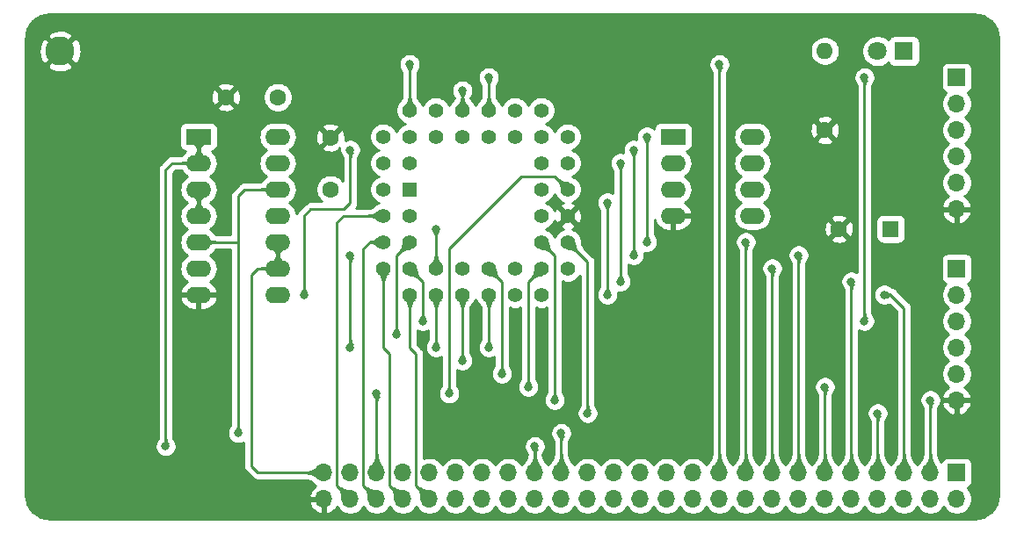
<source format=gbr>
%TF.GenerationSoftware,KiCad,Pcbnew,5.1.9*%
%TF.CreationDate,2021-02-01T10:24:50+01:00*%
%TF.ProjectId,UART_SC28L92_PLCC,55415254-5f53-4433-9238-4c39325f504c,1.0*%
%TF.SameCoordinates,Original*%
%TF.FileFunction,Copper,L2,Bot*%
%TF.FilePolarity,Positive*%
%FSLAX46Y46*%
G04 Gerber Fmt 4.6, Leading zero omitted, Abs format (unit mm)*
G04 Created by KiCad (PCBNEW 5.1.9) date 2021-02-01 10:24:50*
%MOMM*%
%LPD*%
G01*
G04 APERTURE LIST*
%TA.AperFunction,ComponentPad*%
%ADD10C,1.422400*%
%TD*%
%TA.AperFunction,ComponentPad*%
%ADD11R,1.422400X1.422400*%
%TD*%
%TA.AperFunction,ComponentPad*%
%ADD12O,2.400000X1.600000*%
%TD*%
%TA.AperFunction,ComponentPad*%
%ADD13R,2.400000X1.600000*%
%TD*%
%TA.AperFunction,ComponentPad*%
%ADD14C,1.600000*%
%TD*%
%TA.AperFunction,ComponentPad*%
%ADD15O,1.700000X1.700000*%
%TD*%
%TA.AperFunction,ComponentPad*%
%ADD16R,1.700000X1.700000*%
%TD*%
%TA.AperFunction,ComponentPad*%
%ADD17R,1.600000X1.600000*%
%TD*%
%TA.AperFunction,ComponentPad*%
%ADD18C,2.800000*%
%TD*%
%TA.AperFunction,ComponentPad*%
%ADD19O,1.600000X1.600000*%
%TD*%
%TA.AperFunction,ComponentPad*%
%ADD20C,1.800000*%
%TD*%
%TA.AperFunction,ComponentPad*%
%ADD21R,1.800000X1.800000*%
%TD*%
%TA.AperFunction,ViaPad*%
%ADD22C,0.812800*%
%TD*%
%TA.AperFunction,Conductor*%
%ADD23C,0.228600*%
%TD*%
%TA.AperFunction,Conductor*%
%ADD24C,0.254000*%
%TD*%
%TA.AperFunction,Conductor*%
%ADD25C,0.100000*%
%TD*%
%TA.AperFunction,Conductor*%
%ADD26C,0.025400*%
%TD*%
G04 APERTURE END LIST*
D10*
%TO.P,U1,39*%
%TO.N,/~IOSEL*%
X105410000Y-87630000D03*
%TO.P,U1,37*%
%TO.N,N/C*%
X107950000Y-87630000D03*
%TO.P,U1,35*%
%TO.N,/RxDa*%
X110490000Y-87630000D03*
%TO.P,U1,33*%
%TO.N,/TxDa*%
X113030000Y-87630000D03*
%TO.P,U1,31*%
%TO.N,N/C*%
X115570000Y-87630000D03*
%TO.P,U1,40*%
X102870000Y-90170000D03*
%TO.P,U1,38*%
%TO.N,/RESET*%
X107950000Y-90170000D03*
%TO.P,U1,36*%
%TO.N,/clk_uart*%
X110490000Y-90170000D03*
%TO.P,U1,34*%
%TO.N,N/C*%
X113030000Y-90170000D03*
%TO.P,U1,32*%
%TO.N,/RTSa*%
X115570000Y-90170000D03*
%TO.P,U1,30*%
%TO.N,N/C*%
X118110000Y-90170000D03*
%TO.P,U1,28*%
%TO.N,/D0*%
X120650000Y-90170000D03*
%TO.P,U1,26*%
%TO.N,/D4*%
X120650000Y-92710000D03*
%TO.P,U1,24*%
%TO.N,/~IRQ*%
X120650000Y-95250000D03*
%TO.P,U1,22*%
%TO.N,GND*%
X120650000Y-97790000D03*
%TO.P,U1,20*%
%TO.N,/D5*%
X120650000Y-100330000D03*
%TO.P,U1,18*%
%TO.N,/D1*%
X120650000Y-102870000D03*
%TO.P,U1,29*%
%TO.N,N/C*%
X118110000Y-87630000D03*
%TO.P,U1,27*%
%TO.N,/D2*%
X118110000Y-92710000D03*
%TO.P,U1,25*%
%TO.N,/D6*%
X118110000Y-95250000D03*
%TO.P,U1,23*%
%TO.N,N/C*%
X118110000Y-97790000D03*
%TO.P,U1,21*%
%TO.N,/D7*%
X118110000Y-100330000D03*
%TO.P,U1,19*%
%TO.N,/D3*%
X118110000Y-102870000D03*
%TO.P,U1,17*%
%TO.N,N/C*%
X118110000Y-105410000D03*
%TO.P,U1,15*%
X115570000Y-105410000D03*
%TO.P,U1,13*%
%TO.N,/TxDb*%
X113030000Y-105410000D03*
%TO.P,U1,11*%
%TO.N,/RxDb*%
X110490000Y-105410000D03*
%TO.P,U1,9*%
%TO.N,/~WR*%
X107950000Y-105410000D03*
%TO.P,U1,7*%
%TO.N,/A3*%
X105410000Y-105410000D03*
%TO.P,U1,16*%
%TO.N,N/C*%
X115570000Y-102870000D03*
%TO.P,U1,14*%
%TO.N,/RTSb*%
X113030000Y-102870000D03*
%TO.P,U1,12*%
%TO.N,N/C*%
X110490000Y-102870000D03*
%TO.P,U1,10*%
%TO.N,/~RD*%
X107950000Y-102870000D03*
%TO.P,U1,8*%
%TO.N,/CTSa*%
X105410000Y-102870000D03*
%TO.P,U1,42*%
%TO.N,N/C*%
X102870000Y-92710000D03*
%TO.P,U1,44*%
%TO.N,VCC*%
X102870000Y-95250000D03*
%TO.P,U1,6*%
%TO.N,/A2*%
X102870000Y-102870000D03*
%TO.P,U1,4*%
%TO.N,/A1*%
X102870000Y-100330000D03*
%TO.P,U1,2*%
%TO.N,/A0*%
X102870000Y-97790000D03*
%TO.P,U1,41*%
%TO.N,N/C*%
X105410000Y-90170000D03*
%TO.P,U1,43*%
X105410000Y-92710000D03*
%TO.P,U1,5*%
%TO.N,/CTSb*%
X105410000Y-100330000D03*
%TO.P,U1,3*%
%TO.N,N/C*%
X105410000Y-97790000D03*
D11*
%TO.P,U1,1*%
X105410000Y-95250000D03*
%TD*%
D12*
%TO.P,U2,14*%
%TO.N,VCC*%
X92710000Y-90170000D03*
%TO.P,U2,7*%
%TO.N,GND*%
X85090000Y-105410000D03*
%TO.P,U2,13*%
%TO.N,/R~W*%
X92710000Y-92710000D03*
%TO.P,U2,6*%
%TO.N,/~WR*%
X85090000Y-102870000D03*
%TO.P,U2,12*%
%TO.N,/PHI2*%
X92710000Y-95250000D03*
%TO.P,U2,5*%
X85090000Y-100330000D03*
%TO.P,U2,11*%
%TO.N,/~RD*%
X92710000Y-97790000D03*
%TO.P,U2,4*%
%TO.N,Net-(U2-Pad3)*%
X85090000Y-97790000D03*
%TO.P,U2,10*%
%TO.N,/~RESET*%
X92710000Y-100330000D03*
%TO.P,U2,3*%
%TO.N,Net-(U2-Pad3)*%
X85090000Y-95250000D03*
%TO.P,U2,9*%
%TO.N,/~RESET*%
X92710000Y-102870000D03*
%TO.P,U2,2*%
%TO.N,/R~W*%
X85090000Y-92710000D03*
%TO.P,U2,8*%
%TO.N,/RESET*%
X92710000Y-105410000D03*
D13*
%TO.P,U2,1*%
%TO.N,/R~W*%
X85090000Y-90170000D03*
%TD*%
D14*
%TO.P,C1,2*%
%TO.N,GND*%
X97790000Y-90250000D03*
%TO.P,C1,1*%
%TO.N,VCC*%
X97790000Y-95250000D03*
%TD*%
D12*
%TO.P,X1,8*%
%TO.N,VCC*%
X138430000Y-90170000D03*
%TO.P,X1,4*%
%TO.N,GND*%
X130810000Y-97790000D03*
%TO.P,X1,7*%
%TO.N,N/C*%
X138430000Y-92710000D03*
%TO.P,X1,3*%
X130810000Y-95250000D03*
%TO.P,X1,6*%
X138430000Y-95250000D03*
%TO.P,X1,2*%
X130810000Y-92710000D03*
%TO.P,X1,5*%
%TO.N,/clk_uart*%
X138430000Y-97790000D03*
D13*
%TO.P,X1,1*%
%TO.N,N/C*%
X130810000Y-90170000D03*
%TD*%
D15*
%TO.P,J3,6*%
%TO.N,GND*%
X158115000Y-115570000D03*
%TO.P,J3,5*%
%TO.N,/RTSb*%
X158115000Y-113030000D03*
%TO.P,J3,4*%
%TO.N,N/C*%
X158115000Y-110490000D03*
%TO.P,J3,3*%
%TO.N,/RxDb*%
X158115000Y-107950000D03*
%TO.P,J3,2*%
%TO.N,/TxDb*%
X158115000Y-105410000D03*
D16*
%TO.P,J3,1*%
%TO.N,/CTSb*%
X158115000Y-102870000D03*
%TD*%
D15*
%TO.P,J2,6*%
%TO.N,GND*%
X158115000Y-97155000D03*
%TO.P,J2,5*%
%TO.N,/RTSa*%
X158115000Y-94615000D03*
%TO.P,J2,4*%
%TO.N,N/C*%
X158115000Y-92075000D03*
%TO.P,J2,3*%
%TO.N,/RxDa*%
X158115000Y-89535000D03*
%TO.P,J2,2*%
%TO.N,/TxDa*%
X158115000Y-86995000D03*
D16*
%TO.P,J2,1*%
%TO.N,/CTSa*%
X158115000Y-84455000D03*
%TD*%
D14*
%TO.P,C3,2*%
%TO.N,GND*%
X146765000Y-99060000D03*
D17*
%TO.P,C3,1*%
%TO.N,VCC*%
X151765000Y-99060000D03*
%TD*%
D14*
%TO.P,C2,2*%
%TO.N,GND*%
X87710000Y-86360000D03*
%TO.P,C2,1*%
%TO.N,VCC*%
X92710000Y-86360000D03*
%TD*%
D18*
%TO.P,TP1,1*%
%TO.N,GND*%
X71755000Y-81915000D03*
%TD*%
D19*
%TO.P,R1,2*%
%TO.N,Net-(D1-Pad1)*%
X145415000Y-81915000D03*
D14*
%TO.P,R1,1*%
%TO.N,GND*%
X145415000Y-89535000D03*
%TD*%
D15*
%TO.P,J1,50*%
%TO.N,GND*%
X97155000Y-125095000D03*
%TO.P,J1,49*%
%TO.N,/~RESET*%
X97155000Y-122555000D03*
%TO.P,J1,48*%
%TO.N,/A0*%
X99695000Y-125095000D03*
%TO.P,J1,47*%
%TO.N,N/C*%
X99695000Y-122555000D03*
%TO.P,J1,46*%
%TO.N,/A1*%
X102235000Y-125095000D03*
%TO.P,J1,45*%
%TO.N,/~IRQ*%
X102235000Y-122555000D03*
%TO.P,J1,44*%
%TO.N,/A2*%
X104775000Y-125095000D03*
%TO.P,J1,43*%
%TO.N,N/C*%
X104775000Y-122555000D03*
%TO.P,J1,42*%
%TO.N,/A3*%
X107315000Y-125095000D03*
%TO.P,J1,41*%
%TO.N,N/C*%
X107315000Y-122555000D03*
%TO.P,J1,40*%
X109855000Y-125095000D03*
%TO.P,J1,39*%
X109855000Y-122555000D03*
%TO.P,J1,38*%
X112395000Y-125095000D03*
%TO.P,J1,37*%
X112395000Y-122555000D03*
%TO.P,J1,36*%
X114935000Y-125095000D03*
%TO.P,J1,35*%
X114935000Y-122555000D03*
%TO.P,J1,34*%
X117475000Y-125095000D03*
%TO.P,J1,33*%
%TO.N,/R~W*%
X117475000Y-122555000D03*
%TO.P,J1,32*%
%TO.N,N/C*%
X120015000Y-125095000D03*
%TO.P,J1,31*%
%TO.N,/PHI2*%
X120015000Y-122555000D03*
%TO.P,J1,30*%
%TO.N,N/C*%
X122555000Y-125095000D03*
%TO.P,J1,29*%
X122555000Y-122555000D03*
%TO.P,J1,28*%
X125095000Y-125095000D03*
%TO.P,J1,27*%
X125095000Y-122555000D03*
%TO.P,J1,26*%
X127635000Y-125095000D03*
%TO.P,J1,25*%
X127635000Y-122555000D03*
%TO.P,J1,24*%
X130175000Y-125095000D03*
%TO.P,J1,23*%
X130175000Y-122555000D03*
%TO.P,J1,22*%
X132715000Y-125095000D03*
%TO.P,J1,21*%
X132715000Y-122555000D03*
%TO.P,J1,20*%
X135255000Y-125095000D03*
%TO.P,J1,19*%
%TO.N,/~IOSEL*%
X135255000Y-122555000D03*
%TO.P,J1,18*%
%TO.N,N/C*%
X137795000Y-125095000D03*
%TO.P,J1,17*%
%TO.N,/D0*%
X137795000Y-122555000D03*
%TO.P,J1,16*%
%TO.N,N/C*%
X140335000Y-125095000D03*
%TO.P,J1,15*%
%TO.N,/D1*%
X140335000Y-122555000D03*
%TO.P,J1,14*%
%TO.N,N/C*%
X142875000Y-125095000D03*
%TO.P,J1,13*%
%TO.N,/D2*%
X142875000Y-122555000D03*
%TO.P,J1,12*%
%TO.N,N/C*%
X145415000Y-125095000D03*
%TO.P,J1,11*%
%TO.N,/D3*%
X145415000Y-122555000D03*
%TO.P,J1,10*%
%TO.N,N/C*%
X147955000Y-125095000D03*
%TO.P,J1,9*%
%TO.N,/D4*%
X147955000Y-122555000D03*
%TO.P,J1,8*%
%TO.N,N/C*%
X150495000Y-125095000D03*
%TO.P,J1,7*%
%TO.N,/D5*%
X150495000Y-122555000D03*
%TO.P,J1,6*%
%TO.N,N/C*%
X153035000Y-125095000D03*
%TO.P,J1,5*%
%TO.N,/D6*%
X153035000Y-122555000D03*
%TO.P,J1,4*%
%TO.N,N/C*%
X155575000Y-125095000D03*
%TO.P,J1,3*%
%TO.N,/D7*%
X155575000Y-122555000D03*
%TO.P,J1,2*%
%TO.N,N/C*%
X158115000Y-125095000D03*
D16*
%TO.P,J1,1*%
%TO.N,VCC*%
X158115000Y-122555000D03*
%TD*%
D20*
%TO.P,D1,2*%
%TO.N,VCC*%
X150495000Y-81915000D03*
D21*
%TO.P,D1,1*%
%TO.N,Net-(D1-Pad1)*%
X153035000Y-81915000D03*
%TD*%
D22*
%TO.N,/D0*%
X128270000Y-90170000D03*
X128270000Y-100330000D03*
X137795000Y-100330000D03*
%TO.N,/D1*%
X140335000Y-102870000D03*
%TO.N,/D2*%
X127000000Y-91440000D03*
X127000000Y-101600000D03*
X142875000Y-101600000D03*
%TO.N,/D3*%
X116840000Y-114300000D03*
X145415000Y-114300000D03*
%TO.N,/D4*%
X125730000Y-92710000D03*
X125730000Y-104140000D03*
X147955000Y-104140000D03*
%TO.N,/D5*%
X150495000Y-116840000D03*
X122555000Y-116840000D03*
%TO.N,/D6*%
X124460000Y-96520000D03*
X124460000Y-105410000D03*
X151130000Y-105410000D03*
%TO.N,/D7*%
X119380000Y-115570000D03*
X155575000Y-115570000D03*
%TO.N,/R~W*%
X117475000Y-120015000D03*
X81915000Y-120015000D03*
%TO.N,/~IOSEL*%
X135255000Y-83185000D03*
X105410000Y-83185000D03*
%TO.N,/RxDa*%
X110490000Y-85725000D03*
%TO.N,/TxDa*%
X113030000Y-84455000D03*
%TO.N,/CTSa*%
X106680000Y-107950000D03*
X149225000Y-107950000D03*
X149225000Y-84455000D03*
%TO.N,/RTSb*%
X114300000Y-113030000D03*
%TO.N,/RxDb*%
X110490000Y-111760000D03*
%TO.N,/TxDb*%
X113030000Y-110490000D03*
%TO.N,/CTSb*%
X104140000Y-109220000D03*
%TO.N,/~IRQ*%
X109220000Y-114935000D03*
X102235000Y-114935000D03*
%TO.N,/PHI2*%
X88900000Y-118745000D03*
X120015000Y-118745000D03*
%TO.N,/RESET*%
X95250000Y-105410000D03*
X99695000Y-91440000D03*
%TO.N,/~WR*%
X99695000Y-101600000D03*
X107950000Y-110490000D03*
X99695000Y-110490000D03*
%TO.N,/~RD*%
X107950000Y-99060000D03*
%TD*%
D23*
%TO.N,/A0*%
X99060000Y-97790000D02*
X102870000Y-97790000D01*
X98425000Y-98425000D02*
X99060000Y-97790000D01*
X98425000Y-123825000D02*
X98425000Y-98425000D01*
X99695000Y-125095000D02*
X98425000Y-123825000D01*
%TO.N,/A1*%
X100965000Y-100965000D02*
X101600000Y-100330000D01*
X100965000Y-123825000D02*
X100965000Y-100965000D01*
X101600000Y-100330000D02*
X102870000Y-100330000D01*
X102235000Y-125095000D02*
X100965000Y-123825000D01*
%TO.N,/A2*%
X103505000Y-123825000D02*
X104775000Y-125095000D01*
X103505000Y-111125000D02*
X103505000Y-123825000D01*
X102870000Y-110490000D02*
X103505000Y-111125000D01*
X102870000Y-102870000D02*
X102870000Y-110490000D01*
%TO.N,/A3*%
X106045000Y-123825000D02*
X107315000Y-125095000D01*
X106045000Y-111125000D02*
X106045000Y-123825000D01*
X105410000Y-110490000D02*
X106045000Y-111125000D01*
X105410000Y-105410000D02*
X105410000Y-110490000D01*
%TO.N,/D0*%
X128270000Y-90170000D02*
X128270000Y-100330000D01*
X137795000Y-100330000D02*
X137795000Y-122555000D01*
%TO.N,/D1*%
X140335000Y-122555000D02*
X140335000Y-102870000D01*
%TO.N,/D2*%
X127000000Y-91440000D02*
X127000000Y-101600000D01*
X142875000Y-101600000D02*
X142875000Y-122555000D01*
%TO.N,/D3*%
X118110000Y-102870000D02*
X116840000Y-104140000D01*
X116840000Y-104140000D02*
X116840000Y-114300000D01*
X145415000Y-114300000D02*
X145415000Y-122555000D01*
%TO.N,/D4*%
X125730000Y-92710000D02*
X125730000Y-104140000D01*
X147955000Y-104140000D02*
X147955000Y-122555000D01*
%TO.N,/D5*%
X150495000Y-122555000D02*
X150495000Y-116840000D01*
X122555000Y-102235000D02*
X120650000Y-100330000D01*
X122555000Y-116840000D02*
X122555000Y-102235000D01*
%TO.N,/D6*%
X124460000Y-96520000D02*
X124460000Y-105410000D01*
X151130000Y-105410000D02*
X151765000Y-105410000D01*
X153035000Y-106680000D02*
X153035000Y-122555000D01*
X151765000Y-105410000D02*
X153035000Y-106680000D01*
%TO.N,/D7*%
X118110000Y-100330000D02*
X119380000Y-101600000D01*
X119380000Y-101600000D02*
X119380000Y-112395000D01*
X119380000Y-112395000D02*
X119380000Y-115570000D01*
X155575000Y-115570000D02*
X155575000Y-122555000D01*
%TO.N,/~RESET*%
X90805000Y-122555000D02*
X97155000Y-122555000D01*
X90170000Y-121920000D02*
X90805000Y-122555000D01*
X92710000Y-100330000D02*
X92710000Y-102870000D01*
X92710000Y-102870000D02*
X90805000Y-102870000D01*
X90805000Y-102870000D02*
X90170000Y-103505000D01*
X90170000Y-103505000D02*
X90170000Y-107315000D01*
X90170000Y-107315000D02*
X90170000Y-121920000D01*
%TO.N,/R~W*%
X85090000Y-90170000D02*
X85090000Y-92710000D01*
X117475000Y-122555000D02*
X117475000Y-120015000D01*
X82550000Y-92710000D02*
X85090000Y-92710000D01*
X81915000Y-93345000D02*
X82550000Y-92710000D01*
X81915000Y-120015000D02*
X81915000Y-93345000D01*
%TO.N,/~IOSEL*%
X135255000Y-122555000D02*
X135255000Y-85725000D01*
X135255000Y-85725000D02*
X135255000Y-83185000D01*
X105410000Y-83185000D02*
X105410000Y-87630000D01*
%TO.N,/RxDa*%
X110490000Y-87630000D02*
X110490000Y-85725000D01*
%TO.N,/TxDa*%
X113030000Y-87630000D02*
X113030000Y-84455000D01*
%TO.N,/CTSa*%
X105410000Y-102870000D02*
X106680000Y-104140000D01*
X106680000Y-104140000D02*
X106680000Y-107950000D01*
X149225000Y-107950000D02*
X149225000Y-84455000D01*
%TO.N,/RTSb*%
X113030000Y-102870000D02*
X114300000Y-104140000D01*
X114300000Y-104140000D02*
X114300000Y-113030000D01*
%TO.N,/RxDb*%
X110490000Y-105410000D02*
X110490000Y-111760000D01*
%TO.N,/TxDb*%
X113030000Y-105410000D02*
X113030000Y-110490000D01*
%TO.N,/CTSb*%
X105410000Y-100330000D02*
X104140000Y-101600000D01*
X104140000Y-101600000D02*
X104140000Y-109220000D01*
%TO.N,/~IRQ*%
X102235000Y-122555000D02*
X102235000Y-117475000D01*
X102235000Y-114935000D02*
X102235000Y-117475000D01*
X109220000Y-100965000D02*
X109220000Y-114935000D01*
X116205000Y-93980000D02*
X109220000Y-100965000D01*
X119380000Y-93980000D02*
X116205000Y-93980000D01*
X120650000Y-95250000D02*
X119380000Y-93980000D01*
%TO.N,/PHI2*%
X88900000Y-100330000D02*
X85090000Y-100330000D01*
X88900000Y-100330000D02*
X88900000Y-95885000D01*
X89535000Y-95250000D02*
X92710000Y-95250000D01*
X88900000Y-95885000D02*
X89535000Y-95250000D01*
X88900000Y-118745000D02*
X88900000Y-100330000D01*
X120015000Y-118745000D02*
X120015000Y-122555000D01*
%TO.N,/RESET*%
X95250000Y-99060000D02*
X95250000Y-98425000D01*
X95250000Y-105410000D02*
X95250000Y-99060000D01*
X95250000Y-97790000D02*
X95250000Y-99060000D01*
X95885000Y-97155000D02*
X95250000Y-97790000D01*
X99060000Y-97155000D02*
X95885000Y-97155000D01*
X99695000Y-91440000D02*
X99695000Y-96520000D01*
X99695000Y-96520000D02*
X99060000Y-97155000D01*
%TO.N,/~WR*%
X107950000Y-110490000D02*
X107950000Y-105410000D01*
X99695000Y-102235000D02*
X99695000Y-101600000D01*
X99695000Y-110490000D02*
X99695000Y-102235000D01*
%TO.N,/~RD*%
X107950000Y-99060000D02*
X107950000Y-102870000D01*
%TO.N,Net-(U2-Pad3)*%
X85090000Y-95250000D02*
X85090000Y-97790000D01*
%TD*%
D24*
%TO.N,GND*%
X160228893Y-78402670D02*
X160665498Y-78534489D01*
X161068185Y-78748600D01*
X161421612Y-79036848D01*
X161712327Y-79388261D01*
X161929242Y-79789439D01*
X162064106Y-80225113D01*
X162115000Y-80709344D01*
X162115001Y-124662711D01*
X162067330Y-125148894D01*
X161935512Y-125585497D01*
X161721399Y-125988186D01*
X161433150Y-126341613D01*
X161081739Y-126632327D01*
X160680564Y-126849240D01*
X160244886Y-126984106D01*
X159760664Y-127035000D01*
X70807279Y-127035000D01*
X70321106Y-126987330D01*
X69884503Y-126855512D01*
X69481814Y-126641399D01*
X69128387Y-126353150D01*
X68837673Y-126001739D01*
X68620760Y-125600564D01*
X68574738Y-125451891D01*
X95713519Y-125451891D01*
X95810843Y-125726252D01*
X95959822Y-125976355D01*
X96154731Y-126192588D01*
X96388080Y-126366641D01*
X96650901Y-126491825D01*
X96798110Y-126536476D01*
X97028000Y-126415155D01*
X97028000Y-125222000D01*
X95834186Y-125222000D01*
X95713519Y-125451891D01*
X68574738Y-125451891D01*
X68485894Y-125164886D01*
X68435000Y-124680664D01*
X68435000Y-119912431D01*
X80873600Y-119912431D01*
X80873600Y-120117569D01*
X80913620Y-120318765D01*
X80992123Y-120508288D01*
X81106092Y-120678854D01*
X81251146Y-120823908D01*
X81421712Y-120937877D01*
X81611235Y-121016380D01*
X81812431Y-121056400D01*
X82017569Y-121056400D01*
X82218765Y-121016380D01*
X82408288Y-120937877D01*
X82578854Y-120823908D01*
X82723908Y-120678854D01*
X82837877Y-120508288D01*
X82916380Y-120318765D01*
X82956400Y-120117569D01*
X82956400Y-119912431D01*
X82916380Y-119711235D01*
X82837877Y-119521712D01*
X82723908Y-119351146D01*
X82664300Y-119291538D01*
X82664300Y-105759039D01*
X83298096Y-105759039D01*
X83315633Y-105841818D01*
X83426285Y-106101646D01*
X83585500Y-106334895D01*
X83787161Y-106532601D01*
X84023517Y-106687166D01*
X84285486Y-106792650D01*
X84563000Y-106845000D01*
X84963000Y-106845000D01*
X84963000Y-105537000D01*
X85217000Y-105537000D01*
X85217000Y-106845000D01*
X85617000Y-106845000D01*
X85894514Y-106792650D01*
X86156483Y-106687166D01*
X86392839Y-106532601D01*
X86594500Y-106334895D01*
X86753715Y-106101646D01*
X86864367Y-105841818D01*
X86881904Y-105759039D01*
X86759915Y-105537000D01*
X85217000Y-105537000D01*
X84963000Y-105537000D01*
X83420085Y-105537000D01*
X83298096Y-105759039D01*
X82664300Y-105759039D01*
X82664300Y-93655370D01*
X82860370Y-93459300D01*
X83423466Y-93459300D01*
X83464140Y-93460723D01*
X83491068Y-93511101D01*
X83670392Y-93729608D01*
X83888899Y-93908932D01*
X84021858Y-93980000D01*
X83888899Y-94051068D01*
X83670392Y-94230392D01*
X83491068Y-94448899D01*
X83357818Y-94698192D01*
X83275764Y-94968691D01*
X83248057Y-95250000D01*
X83275764Y-95531309D01*
X83357818Y-95801808D01*
X83491068Y-96051101D01*
X83670392Y-96269608D01*
X83888899Y-96448932D01*
X84021858Y-96520000D01*
X83888899Y-96591068D01*
X83670392Y-96770392D01*
X83491068Y-96988899D01*
X83357818Y-97238192D01*
X83275764Y-97508691D01*
X83248057Y-97790000D01*
X83275764Y-98071309D01*
X83357818Y-98341808D01*
X83491068Y-98591101D01*
X83670392Y-98809608D01*
X83888899Y-98988932D01*
X84021858Y-99060000D01*
X83888899Y-99131068D01*
X83670392Y-99310392D01*
X83491068Y-99528899D01*
X83357818Y-99778192D01*
X83275764Y-100048691D01*
X83248057Y-100330000D01*
X83275764Y-100611309D01*
X83357818Y-100881808D01*
X83491068Y-101131101D01*
X83670392Y-101349608D01*
X83888899Y-101528932D01*
X84021858Y-101600000D01*
X83888899Y-101671068D01*
X83670392Y-101850392D01*
X83491068Y-102068899D01*
X83357818Y-102318192D01*
X83275764Y-102588691D01*
X83248057Y-102870000D01*
X83275764Y-103151309D01*
X83357818Y-103421808D01*
X83491068Y-103671101D01*
X83670392Y-103889608D01*
X83888899Y-104068932D01*
X84016741Y-104137265D01*
X83787161Y-104287399D01*
X83585500Y-104485105D01*
X83426285Y-104718354D01*
X83315633Y-104978182D01*
X83298096Y-105060961D01*
X83420085Y-105283000D01*
X84963000Y-105283000D01*
X84963000Y-105263000D01*
X85217000Y-105263000D01*
X85217000Y-105283000D01*
X86759915Y-105283000D01*
X86881904Y-105060961D01*
X86864367Y-104978182D01*
X86753715Y-104718354D01*
X86594500Y-104485105D01*
X86392839Y-104287399D01*
X86163259Y-104137265D01*
X86291101Y-104068932D01*
X86509608Y-103889608D01*
X86688932Y-103671101D01*
X86822182Y-103421808D01*
X86904236Y-103151309D01*
X86931943Y-102870000D01*
X86904236Y-102588691D01*
X86822182Y-102318192D01*
X86688932Y-102068899D01*
X86509608Y-101850392D01*
X86291101Y-101671068D01*
X86158142Y-101600000D01*
X86291101Y-101528932D01*
X86509608Y-101349608D01*
X86688932Y-101131101D01*
X86715860Y-101080723D01*
X86756533Y-101079300D01*
X88150701Y-101079300D01*
X88150700Y-118021538D01*
X88091092Y-118081146D01*
X87977123Y-118251712D01*
X87898620Y-118441235D01*
X87858600Y-118642431D01*
X87858600Y-118847569D01*
X87898620Y-119048765D01*
X87977123Y-119238288D01*
X88091092Y-119408854D01*
X88236146Y-119553908D01*
X88406712Y-119667877D01*
X88596235Y-119746380D01*
X88797431Y-119786400D01*
X89002569Y-119786400D01*
X89203765Y-119746380D01*
X89393288Y-119667877D01*
X89420701Y-119649560D01*
X89420701Y-121883195D01*
X89417076Y-121920000D01*
X89420701Y-121956806D01*
X89431543Y-122066888D01*
X89444540Y-122109733D01*
X89474388Y-122208131D01*
X89543966Y-122338303D01*
X89614140Y-122423809D01*
X89637603Y-122452398D01*
X89666189Y-122475858D01*
X90249145Y-123058816D01*
X90272602Y-123087398D01*
X90301183Y-123110854D01*
X90301190Y-123110861D01*
X90375205Y-123171603D01*
X90386697Y-123181034D01*
X90516868Y-123250612D01*
X90658112Y-123293458D01*
X90768194Y-123304300D01*
X90768202Y-123304300D01*
X90805000Y-123307924D01*
X90841798Y-123304300D01*
X95367771Y-123304300D01*
X95470735Y-123307904D01*
X95556071Y-123317172D01*
X95635183Y-123331999D01*
X95708941Y-123352061D01*
X95778368Y-123377264D01*
X95844550Y-123407788D01*
X95908501Y-123444084D01*
X95971091Y-123486831D01*
X96032935Y-123536850D01*
X96104009Y-123604116D01*
X96208368Y-123708475D01*
X96384406Y-123826100D01*
X96154731Y-123997412D01*
X95959822Y-124213645D01*
X95810843Y-124463748D01*
X95713519Y-124738109D01*
X95834186Y-124968000D01*
X97028000Y-124968000D01*
X97028000Y-124948000D01*
X97282000Y-124948000D01*
X97282000Y-124968000D01*
X97302000Y-124968000D01*
X97302000Y-125222000D01*
X97282000Y-125222000D01*
X97282000Y-126415155D01*
X97511890Y-126536476D01*
X97659099Y-126491825D01*
X97921920Y-126366641D01*
X98155269Y-126192588D01*
X98350178Y-125976355D01*
X98419805Y-125859466D01*
X98541525Y-126041632D01*
X98748368Y-126248475D01*
X98991589Y-126410990D01*
X99261842Y-126522932D01*
X99548740Y-126580000D01*
X99841260Y-126580000D01*
X100128158Y-126522932D01*
X100398411Y-126410990D01*
X100641632Y-126248475D01*
X100848475Y-126041632D01*
X100965000Y-125867240D01*
X101081525Y-126041632D01*
X101288368Y-126248475D01*
X101531589Y-126410990D01*
X101801842Y-126522932D01*
X102088740Y-126580000D01*
X102381260Y-126580000D01*
X102668158Y-126522932D01*
X102938411Y-126410990D01*
X103181632Y-126248475D01*
X103388475Y-126041632D01*
X103505000Y-125867240D01*
X103621525Y-126041632D01*
X103828368Y-126248475D01*
X104071589Y-126410990D01*
X104341842Y-126522932D01*
X104628740Y-126580000D01*
X104921260Y-126580000D01*
X105208158Y-126522932D01*
X105478411Y-126410990D01*
X105721632Y-126248475D01*
X105928475Y-126041632D01*
X106045000Y-125867240D01*
X106161525Y-126041632D01*
X106368368Y-126248475D01*
X106611589Y-126410990D01*
X106881842Y-126522932D01*
X107168740Y-126580000D01*
X107461260Y-126580000D01*
X107748158Y-126522932D01*
X108018411Y-126410990D01*
X108261632Y-126248475D01*
X108468475Y-126041632D01*
X108585000Y-125867240D01*
X108701525Y-126041632D01*
X108908368Y-126248475D01*
X109151589Y-126410990D01*
X109421842Y-126522932D01*
X109708740Y-126580000D01*
X110001260Y-126580000D01*
X110288158Y-126522932D01*
X110558411Y-126410990D01*
X110801632Y-126248475D01*
X111008475Y-126041632D01*
X111125000Y-125867240D01*
X111241525Y-126041632D01*
X111448368Y-126248475D01*
X111691589Y-126410990D01*
X111961842Y-126522932D01*
X112248740Y-126580000D01*
X112541260Y-126580000D01*
X112828158Y-126522932D01*
X113098411Y-126410990D01*
X113341632Y-126248475D01*
X113548475Y-126041632D01*
X113665000Y-125867240D01*
X113781525Y-126041632D01*
X113988368Y-126248475D01*
X114231589Y-126410990D01*
X114501842Y-126522932D01*
X114788740Y-126580000D01*
X115081260Y-126580000D01*
X115368158Y-126522932D01*
X115638411Y-126410990D01*
X115881632Y-126248475D01*
X116088475Y-126041632D01*
X116205000Y-125867240D01*
X116321525Y-126041632D01*
X116528368Y-126248475D01*
X116771589Y-126410990D01*
X117041842Y-126522932D01*
X117328740Y-126580000D01*
X117621260Y-126580000D01*
X117908158Y-126522932D01*
X118178411Y-126410990D01*
X118421632Y-126248475D01*
X118628475Y-126041632D01*
X118745000Y-125867240D01*
X118861525Y-126041632D01*
X119068368Y-126248475D01*
X119311589Y-126410990D01*
X119581842Y-126522932D01*
X119868740Y-126580000D01*
X120161260Y-126580000D01*
X120448158Y-126522932D01*
X120718411Y-126410990D01*
X120961632Y-126248475D01*
X121168475Y-126041632D01*
X121285000Y-125867240D01*
X121401525Y-126041632D01*
X121608368Y-126248475D01*
X121851589Y-126410990D01*
X122121842Y-126522932D01*
X122408740Y-126580000D01*
X122701260Y-126580000D01*
X122988158Y-126522932D01*
X123258411Y-126410990D01*
X123501632Y-126248475D01*
X123708475Y-126041632D01*
X123825000Y-125867240D01*
X123941525Y-126041632D01*
X124148368Y-126248475D01*
X124391589Y-126410990D01*
X124661842Y-126522932D01*
X124948740Y-126580000D01*
X125241260Y-126580000D01*
X125528158Y-126522932D01*
X125798411Y-126410990D01*
X126041632Y-126248475D01*
X126248475Y-126041632D01*
X126365000Y-125867240D01*
X126481525Y-126041632D01*
X126688368Y-126248475D01*
X126931589Y-126410990D01*
X127201842Y-126522932D01*
X127488740Y-126580000D01*
X127781260Y-126580000D01*
X128068158Y-126522932D01*
X128338411Y-126410990D01*
X128581632Y-126248475D01*
X128788475Y-126041632D01*
X128905000Y-125867240D01*
X129021525Y-126041632D01*
X129228368Y-126248475D01*
X129471589Y-126410990D01*
X129741842Y-126522932D01*
X130028740Y-126580000D01*
X130321260Y-126580000D01*
X130608158Y-126522932D01*
X130878411Y-126410990D01*
X131121632Y-126248475D01*
X131328475Y-126041632D01*
X131445000Y-125867240D01*
X131561525Y-126041632D01*
X131768368Y-126248475D01*
X132011589Y-126410990D01*
X132281842Y-126522932D01*
X132568740Y-126580000D01*
X132861260Y-126580000D01*
X133148158Y-126522932D01*
X133418411Y-126410990D01*
X133661632Y-126248475D01*
X133868475Y-126041632D01*
X133985000Y-125867240D01*
X134101525Y-126041632D01*
X134308368Y-126248475D01*
X134551589Y-126410990D01*
X134821842Y-126522932D01*
X135108740Y-126580000D01*
X135401260Y-126580000D01*
X135688158Y-126522932D01*
X135958411Y-126410990D01*
X136201632Y-126248475D01*
X136408475Y-126041632D01*
X136525000Y-125867240D01*
X136641525Y-126041632D01*
X136848368Y-126248475D01*
X137091589Y-126410990D01*
X137361842Y-126522932D01*
X137648740Y-126580000D01*
X137941260Y-126580000D01*
X138228158Y-126522932D01*
X138498411Y-126410990D01*
X138741632Y-126248475D01*
X138948475Y-126041632D01*
X139065000Y-125867240D01*
X139181525Y-126041632D01*
X139388368Y-126248475D01*
X139631589Y-126410990D01*
X139901842Y-126522932D01*
X140188740Y-126580000D01*
X140481260Y-126580000D01*
X140768158Y-126522932D01*
X141038411Y-126410990D01*
X141281632Y-126248475D01*
X141488475Y-126041632D01*
X141605000Y-125867240D01*
X141721525Y-126041632D01*
X141928368Y-126248475D01*
X142171589Y-126410990D01*
X142441842Y-126522932D01*
X142728740Y-126580000D01*
X143021260Y-126580000D01*
X143308158Y-126522932D01*
X143578411Y-126410990D01*
X143821632Y-126248475D01*
X144028475Y-126041632D01*
X144145000Y-125867240D01*
X144261525Y-126041632D01*
X144468368Y-126248475D01*
X144711589Y-126410990D01*
X144981842Y-126522932D01*
X145268740Y-126580000D01*
X145561260Y-126580000D01*
X145848158Y-126522932D01*
X146118411Y-126410990D01*
X146361632Y-126248475D01*
X146568475Y-126041632D01*
X146685000Y-125867240D01*
X146801525Y-126041632D01*
X147008368Y-126248475D01*
X147251589Y-126410990D01*
X147521842Y-126522932D01*
X147808740Y-126580000D01*
X148101260Y-126580000D01*
X148388158Y-126522932D01*
X148658411Y-126410990D01*
X148901632Y-126248475D01*
X149108475Y-126041632D01*
X149225000Y-125867240D01*
X149341525Y-126041632D01*
X149548368Y-126248475D01*
X149791589Y-126410990D01*
X150061842Y-126522932D01*
X150348740Y-126580000D01*
X150641260Y-126580000D01*
X150928158Y-126522932D01*
X151198411Y-126410990D01*
X151441632Y-126248475D01*
X151648475Y-126041632D01*
X151765000Y-125867240D01*
X151881525Y-126041632D01*
X152088368Y-126248475D01*
X152331589Y-126410990D01*
X152601842Y-126522932D01*
X152888740Y-126580000D01*
X153181260Y-126580000D01*
X153468158Y-126522932D01*
X153738411Y-126410990D01*
X153981632Y-126248475D01*
X154188475Y-126041632D01*
X154305000Y-125867240D01*
X154421525Y-126041632D01*
X154628368Y-126248475D01*
X154871589Y-126410990D01*
X155141842Y-126522932D01*
X155428740Y-126580000D01*
X155721260Y-126580000D01*
X156008158Y-126522932D01*
X156278411Y-126410990D01*
X156521632Y-126248475D01*
X156728475Y-126041632D01*
X156845000Y-125867240D01*
X156961525Y-126041632D01*
X157168368Y-126248475D01*
X157411589Y-126410990D01*
X157681842Y-126522932D01*
X157968740Y-126580000D01*
X158261260Y-126580000D01*
X158548158Y-126522932D01*
X158818411Y-126410990D01*
X159061632Y-126248475D01*
X159268475Y-126041632D01*
X159430990Y-125798411D01*
X159542932Y-125528158D01*
X159600000Y-125241260D01*
X159600000Y-124948740D01*
X159542932Y-124661842D01*
X159430990Y-124391589D01*
X159268475Y-124148368D01*
X159136620Y-124016513D01*
X159209180Y-123994502D01*
X159319494Y-123935537D01*
X159416185Y-123856185D01*
X159495537Y-123759494D01*
X159554502Y-123649180D01*
X159590812Y-123529482D01*
X159603072Y-123405000D01*
X159603072Y-121705000D01*
X159590812Y-121580518D01*
X159554502Y-121460820D01*
X159495537Y-121350506D01*
X159416185Y-121253815D01*
X159319494Y-121174463D01*
X159209180Y-121115498D01*
X159089482Y-121079188D01*
X158965000Y-121066928D01*
X157265000Y-121066928D01*
X157140518Y-121079188D01*
X157020820Y-121115498D01*
X156910506Y-121174463D01*
X156813815Y-121253815D01*
X156734463Y-121350506D01*
X156675498Y-121460820D01*
X156653487Y-121533380D01*
X156624116Y-121504009D01*
X156556850Y-121432935D01*
X156506831Y-121371091D01*
X156464084Y-121308501D01*
X156427788Y-121244550D01*
X156397264Y-121178368D01*
X156372061Y-121108941D01*
X156351999Y-121035183D01*
X156337172Y-120956071D01*
X156327904Y-120870735D01*
X156324300Y-120767771D01*
X156324300Y-116293462D01*
X156383908Y-116233854D01*
X156497877Y-116063288D01*
X156554374Y-115926890D01*
X156673524Y-115926890D01*
X156718175Y-116074099D01*
X156843359Y-116336920D01*
X157017412Y-116570269D01*
X157233645Y-116765178D01*
X157483748Y-116914157D01*
X157758109Y-117011481D01*
X157988000Y-116890814D01*
X157988000Y-115697000D01*
X158242000Y-115697000D01*
X158242000Y-116890814D01*
X158471891Y-117011481D01*
X158746252Y-116914157D01*
X158996355Y-116765178D01*
X159212588Y-116570269D01*
X159386641Y-116336920D01*
X159511825Y-116074099D01*
X159556476Y-115926890D01*
X159435155Y-115697000D01*
X158242000Y-115697000D01*
X157988000Y-115697000D01*
X156794845Y-115697000D01*
X156673524Y-115926890D01*
X156554374Y-115926890D01*
X156576380Y-115873765D01*
X156616400Y-115672569D01*
X156616400Y-115467431D01*
X156576380Y-115266235D01*
X156497877Y-115076712D01*
X156383908Y-114906146D01*
X156238854Y-114761092D01*
X156068288Y-114647123D01*
X155878765Y-114568620D01*
X155677569Y-114528600D01*
X155472431Y-114528600D01*
X155271235Y-114568620D01*
X155081712Y-114647123D01*
X154911146Y-114761092D01*
X154766092Y-114906146D01*
X154652123Y-115076712D01*
X154573620Y-115266235D01*
X154533600Y-115467431D01*
X154533600Y-115672569D01*
X154573620Y-115873765D01*
X154652123Y-116063288D01*
X154766092Y-116233854D01*
X154825700Y-116293462D01*
X154825701Y-120767750D01*
X154822096Y-120870735D01*
X154812828Y-120956071D01*
X154798001Y-121035183D01*
X154777939Y-121108941D01*
X154752736Y-121178368D01*
X154722212Y-121244550D01*
X154685916Y-121308501D01*
X154643169Y-121371091D01*
X154593150Y-121432935D01*
X154525884Y-121504009D01*
X154421525Y-121608368D01*
X154305000Y-121782760D01*
X154188475Y-121608368D01*
X154084116Y-121504009D01*
X154016850Y-121432935D01*
X153966831Y-121371091D01*
X153924084Y-121308501D01*
X153887788Y-121244550D01*
X153857264Y-121178368D01*
X153832061Y-121108941D01*
X153811999Y-121035183D01*
X153797172Y-120956071D01*
X153787904Y-120870735D01*
X153784300Y-120767771D01*
X153784300Y-106716795D01*
X153787924Y-106679999D01*
X153784300Y-106643203D01*
X153784300Y-106643194D01*
X153773458Y-106533112D01*
X153730612Y-106391868D01*
X153661035Y-106261698D01*
X153661034Y-106261696D01*
X153590860Y-106176190D01*
X153590858Y-106176188D01*
X153567398Y-106147602D01*
X153538812Y-106124142D01*
X152320863Y-104906194D01*
X152297398Y-104877602D01*
X152183303Y-104783966D01*
X152053132Y-104714388D01*
X151911888Y-104671542D01*
X151859105Y-104666343D01*
X151793854Y-104601092D01*
X151623288Y-104487123D01*
X151433765Y-104408620D01*
X151232569Y-104368600D01*
X151027431Y-104368600D01*
X150826235Y-104408620D01*
X150636712Y-104487123D01*
X150466146Y-104601092D01*
X150321092Y-104746146D01*
X150207123Y-104916712D01*
X150128620Y-105106235D01*
X150088600Y-105307431D01*
X150088600Y-105512569D01*
X150128620Y-105713765D01*
X150207123Y-105903288D01*
X150321092Y-106073854D01*
X150466146Y-106218908D01*
X150636712Y-106332877D01*
X150826235Y-106411380D01*
X151027431Y-106451400D01*
X151232569Y-106451400D01*
X151433765Y-106411380D01*
X151623288Y-106332877D01*
X151626237Y-106330906D01*
X152285700Y-106990370D01*
X152285701Y-120767746D01*
X152282096Y-120870735D01*
X152272828Y-120956071D01*
X152258001Y-121035183D01*
X152237939Y-121108941D01*
X152212736Y-121178368D01*
X152182212Y-121244550D01*
X152145916Y-121308501D01*
X152103169Y-121371091D01*
X152053150Y-121432935D01*
X151985884Y-121504009D01*
X151881525Y-121608368D01*
X151765000Y-121782760D01*
X151648475Y-121608368D01*
X151544116Y-121504009D01*
X151476850Y-121432935D01*
X151426831Y-121371091D01*
X151384084Y-121308501D01*
X151347788Y-121244550D01*
X151317264Y-121178368D01*
X151292061Y-121108941D01*
X151271999Y-121035183D01*
X151257172Y-120956071D01*
X151247904Y-120870735D01*
X151244300Y-120767771D01*
X151244300Y-117563462D01*
X151303908Y-117503854D01*
X151417877Y-117333288D01*
X151496380Y-117143765D01*
X151536400Y-116942569D01*
X151536400Y-116737431D01*
X151496380Y-116536235D01*
X151417877Y-116346712D01*
X151303908Y-116176146D01*
X151158854Y-116031092D01*
X150988288Y-115917123D01*
X150798765Y-115838620D01*
X150597569Y-115798600D01*
X150392431Y-115798600D01*
X150191235Y-115838620D01*
X150001712Y-115917123D01*
X149831146Y-116031092D01*
X149686092Y-116176146D01*
X149572123Y-116346712D01*
X149493620Y-116536235D01*
X149453600Y-116737431D01*
X149453600Y-116942569D01*
X149493620Y-117143765D01*
X149572123Y-117333288D01*
X149686092Y-117503854D01*
X149745701Y-117563463D01*
X149745700Y-120767762D01*
X149742096Y-120870735D01*
X149732828Y-120956071D01*
X149718001Y-121035183D01*
X149697939Y-121108941D01*
X149672736Y-121178368D01*
X149642212Y-121244550D01*
X149605916Y-121308501D01*
X149563169Y-121371091D01*
X149513150Y-121432935D01*
X149445884Y-121504009D01*
X149341525Y-121608368D01*
X149225000Y-121782760D01*
X149108475Y-121608368D01*
X149004116Y-121504009D01*
X148936850Y-121432935D01*
X148886831Y-121371091D01*
X148844084Y-121308501D01*
X148807788Y-121244550D01*
X148777264Y-121178368D01*
X148752061Y-121108941D01*
X148731999Y-121035183D01*
X148717172Y-120956071D01*
X148707904Y-120870735D01*
X148704300Y-120767771D01*
X148704300Y-108854561D01*
X148731712Y-108872877D01*
X148921235Y-108951380D01*
X149122431Y-108991400D01*
X149327569Y-108991400D01*
X149528765Y-108951380D01*
X149718288Y-108872877D01*
X149888854Y-108758908D01*
X150033908Y-108613854D01*
X150147877Y-108443288D01*
X150226380Y-108253765D01*
X150266400Y-108052569D01*
X150266400Y-107847431D01*
X150226380Y-107646235D01*
X150147877Y-107456712D01*
X150033908Y-107286146D01*
X149974300Y-107226538D01*
X149974300Y-102020000D01*
X156626928Y-102020000D01*
X156626928Y-103720000D01*
X156639188Y-103844482D01*
X156675498Y-103964180D01*
X156734463Y-104074494D01*
X156813815Y-104171185D01*
X156910506Y-104250537D01*
X157020820Y-104309502D01*
X157093380Y-104331513D01*
X156961525Y-104463368D01*
X156799010Y-104706589D01*
X156687068Y-104976842D01*
X156630000Y-105263740D01*
X156630000Y-105556260D01*
X156687068Y-105843158D01*
X156799010Y-106113411D01*
X156961525Y-106356632D01*
X157168368Y-106563475D01*
X157342760Y-106680000D01*
X157168368Y-106796525D01*
X156961525Y-107003368D01*
X156799010Y-107246589D01*
X156687068Y-107516842D01*
X156630000Y-107803740D01*
X156630000Y-108096260D01*
X156687068Y-108383158D01*
X156799010Y-108653411D01*
X156961525Y-108896632D01*
X157168368Y-109103475D01*
X157342760Y-109220000D01*
X157168368Y-109336525D01*
X156961525Y-109543368D01*
X156799010Y-109786589D01*
X156687068Y-110056842D01*
X156630000Y-110343740D01*
X156630000Y-110636260D01*
X156687068Y-110923158D01*
X156799010Y-111193411D01*
X156961525Y-111436632D01*
X157168368Y-111643475D01*
X157342760Y-111760000D01*
X157168368Y-111876525D01*
X156961525Y-112083368D01*
X156799010Y-112326589D01*
X156687068Y-112596842D01*
X156630000Y-112883740D01*
X156630000Y-113176260D01*
X156687068Y-113463158D01*
X156799010Y-113733411D01*
X156961525Y-113976632D01*
X157168368Y-114183475D01*
X157350534Y-114305195D01*
X157233645Y-114374822D01*
X157017412Y-114569731D01*
X156843359Y-114803080D01*
X156718175Y-115065901D01*
X156673524Y-115213110D01*
X156794845Y-115443000D01*
X157988000Y-115443000D01*
X157988000Y-115423000D01*
X158242000Y-115423000D01*
X158242000Y-115443000D01*
X159435155Y-115443000D01*
X159556476Y-115213110D01*
X159511825Y-115065901D01*
X159386641Y-114803080D01*
X159212588Y-114569731D01*
X158996355Y-114374822D01*
X158879466Y-114305195D01*
X159061632Y-114183475D01*
X159268475Y-113976632D01*
X159430990Y-113733411D01*
X159542932Y-113463158D01*
X159600000Y-113176260D01*
X159600000Y-112883740D01*
X159542932Y-112596842D01*
X159430990Y-112326589D01*
X159268475Y-112083368D01*
X159061632Y-111876525D01*
X158887240Y-111760000D01*
X159061632Y-111643475D01*
X159268475Y-111436632D01*
X159430990Y-111193411D01*
X159542932Y-110923158D01*
X159600000Y-110636260D01*
X159600000Y-110343740D01*
X159542932Y-110056842D01*
X159430990Y-109786589D01*
X159268475Y-109543368D01*
X159061632Y-109336525D01*
X158887240Y-109220000D01*
X159061632Y-109103475D01*
X159268475Y-108896632D01*
X159430990Y-108653411D01*
X159542932Y-108383158D01*
X159600000Y-108096260D01*
X159600000Y-107803740D01*
X159542932Y-107516842D01*
X159430990Y-107246589D01*
X159268475Y-107003368D01*
X159061632Y-106796525D01*
X158887240Y-106680000D01*
X159061632Y-106563475D01*
X159268475Y-106356632D01*
X159430990Y-106113411D01*
X159542932Y-105843158D01*
X159600000Y-105556260D01*
X159600000Y-105263740D01*
X159542932Y-104976842D01*
X159430990Y-104706589D01*
X159268475Y-104463368D01*
X159136620Y-104331513D01*
X159209180Y-104309502D01*
X159319494Y-104250537D01*
X159416185Y-104171185D01*
X159495537Y-104074494D01*
X159554502Y-103964180D01*
X159590812Y-103844482D01*
X159603072Y-103720000D01*
X159603072Y-102020000D01*
X159590812Y-101895518D01*
X159554502Y-101775820D01*
X159495537Y-101665506D01*
X159416185Y-101568815D01*
X159319494Y-101489463D01*
X159209180Y-101430498D01*
X159089482Y-101394188D01*
X158965000Y-101381928D01*
X157265000Y-101381928D01*
X157140518Y-101394188D01*
X157020820Y-101430498D01*
X156910506Y-101489463D01*
X156813815Y-101568815D01*
X156734463Y-101665506D01*
X156675498Y-101775820D01*
X156639188Y-101895518D01*
X156626928Y-102020000D01*
X149974300Y-102020000D01*
X149974300Y-98260000D01*
X150326928Y-98260000D01*
X150326928Y-99860000D01*
X150339188Y-99984482D01*
X150375498Y-100104180D01*
X150434463Y-100214494D01*
X150513815Y-100311185D01*
X150610506Y-100390537D01*
X150720820Y-100449502D01*
X150840518Y-100485812D01*
X150965000Y-100498072D01*
X152565000Y-100498072D01*
X152689482Y-100485812D01*
X152809180Y-100449502D01*
X152919494Y-100390537D01*
X153016185Y-100311185D01*
X153095537Y-100214494D01*
X153154502Y-100104180D01*
X153190812Y-99984482D01*
X153203072Y-99860000D01*
X153203072Y-98260000D01*
X153190812Y-98135518D01*
X153154502Y-98015820D01*
X153095537Y-97905506D01*
X153016185Y-97808815D01*
X152919494Y-97729463D01*
X152809180Y-97670498D01*
X152689482Y-97634188D01*
X152565000Y-97621928D01*
X150965000Y-97621928D01*
X150840518Y-97634188D01*
X150720820Y-97670498D01*
X150610506Y-97729463D01*
X150513815Y-97808815D01*
X150434463Y-97905506D01*
X150375498Y-98015820D01*
X150339188Y-98135518D01*
X150326928Y-98260000D01*
X149974300Y-98260000D01*
X149974300Y-97511890D01*
X156673524Y-97511890D01*
X156718175Y-97659099D01*
X156843359Y-97921920D01*
X157017412Y-98155269D01*
X157233645Y-98350178D01*
X157483748Y-98499157D01*
X157758109Y-98596481D01*
X157988000Y-98475814D01*
X157988000Y-97282000D01*
X158242000Y-97282000D01*
X158242000Y-98475814D01*
X158471891Y-98596481D01*
X158746252Y-98499157D01*
X158996355Y-98350178D01*
X159212588Y-98155269D01*
X159386641Y-97921920D01*
X159511825Y-97659099D01*
X159556476Y-97511890D01*
X159435155Y-97282000D01*
X158242000Y-97282000D01*
X157988000Y-97282000D01*
X156794845Y-97282000D01*
X156673524Y-97511890D01*
X149974300Y-97511890D01*
X149974300Y-85178462D01*
X150033908Y-85118854D01*
X150147877Y-84948288D01*
X150226380Y-84758765D01*
X150266400Y-84557569D01*
X150266400Y-84352431D01*
X150226380Y-84151235D01*
X150147877Y-83961712D01*
X150033908Y-83791146D01*
X149888854Y-83646092D01*
X149827356Y-83605000D01*
X156626928Y-83605000D01*
X156626928Y-85305000D01*
X156639188Y-85429482D01*
X156675498Y-85549180D01*
X156734463Y-85659494D01*
X156813815Y-85756185D01*
X156910506Y-85835537D01*
X157020820Y-85894502D01*
X157093380Y-85916513D01*
X156961525Y-86048368D01*
X156799010Y-86291589D01*
X156687068Y-86561842D01*
X156630000Y-86848740D01*
X156630000Y-87141260D01*
X156687068Y-87428158D01*
X156799010Y-87698411D01*
X156961525Y-87941632D01*
X157168368Y-88148475D01*
X157342760Y-88265000D01*
X157168368Y-88381525D01*
X156961525Y-88588368D01*
X156799010Y-88831589D01*
X156687068Y-89101842D01*
X156630000Y-89388740D01*
X156630000Y-89681260D01*
X156687068Y-89968158D01*
X156799010Y-90238411D01*
X156961525Y-90481632D01*
X157168368Y-90688475D01*
X157342760Y-90805000D01*
X157168368Y-90921525D01*
X156961525Y-91128368D01*
X156799010Y-91371589D01*
X156687068Y-91641842D01*
X156630000Y-91928740D01*
X156630000Y-92221260D01*
X156687068Y-92508158D01*
X156799010Y-92778411D01*
X156961525Y-93021632D01*
X157168368Y-93228475D01*
X157342760Y-93345000D01*
X157168368Y-93461525D01*
X156961525Y-93668368D01*
X156799010Y-93911589D01*
X156687068Y-94181842D01*
X156630000Y-94468740D01*
X156630000Y-94761260D01*
X156687068Y-95048158D01*
X156799010Y-95318411D01*
X156961525Y-95561632D01*
X157168368Y-95768475D01*
X157350534Y-95890195D01*
X157233645Y-95959822D01*
X157017412Y-96154731D01*
X156843359Y-96388080D01*
X156718175Y-96650901D01*
X156673524Y-96798110D01*
X156794845Y-97028000D01*
X157988000Y-97028000D01*
X157988000Y-97008000D01*
X158242000Y-97008000D01*
X158242000Y-97028000D01*
X159435155Y-97028000D01*
X159556476Y-96798110D01*
X159511825Y-96650901D01*
X159386641Y-96388080D01*
X159212588Y-96154731D01*
X158996355Y-95959822D01*
X158879466Y-95890195D01*
X159061632Y-95768475D01*
X159268475Y-95561632D01*
X159430990Y-95318411D01*
X159542932Y-95048158D01*
X159600000Y-94761260D01*
X159600000Y-94468740D01*
X159542932Y-94181842D01*
X159430990Y-93911589D01*
X159268475Y-93668368D01*
X159061632Y-93461525D01*
X158887240Y-93345000D01*
X159061632Y-93228475D01*
X159268475Y-93021632D01*
X159430990Y-92778411D01*
X159542932Y-92508158D01*
X159600000Y-92221260D01*
X159600000Y-91928740D01*
X159542932Y-91641842D01*
X159430990Y-91371589D01*
X159268475Y-91128368D01*
X159061632Y-90921525D01*
X158887240Y-90805000D01*
X159061632Y-90688475D01*
X159268475Y-90481632D01*
X159430990Y-90238411D01*
X159542932Y-89968158D01*
X159600000Y-89681260D01*
X159600000Y-89388740D01*
X159542932Y-89101842D01*
X159430990Y-88831589D01*
X159268475Y-88588368D01*
X159061632Y-88381525D01*
X158887240Y-88265000D01*
X159061632Y-88148475D01*
X159268475Y-87941632D01*
X159430990Y-87698411D01*
X159542932Y-87428158D01*
X159600000Y-87141260D01*
X159600000Y-86848740D01*
X159542932Y-86561842D01*
X159430990Y-86291589D01*
X159268475Y-86048368D01*
X159136620Y-85916513D01*
X159209180Y-85894502D01*
X159319494Y-85835537D01*
X159416185Y-85756185D01*
X159495537Y-85659494D01*
X159554502Y-85549180D01*
X159590812Y-85429482D01*
X159603072Y-85305000D01*
X159603072Y-83605000D01*
X159590812Y-83480518D01*
X159554502Y-83360820D01*
X159495537Y-83250506D01*
X159416185Y-83153815D01*
X159319494Y-83074463D01*
X159209180Y-83015498D01*
X159089482Y-82979188D01*
X158965000Y-82966928D01*
X157265000Y-82966928D01*
X157140518Y-82979188D01*
X157020820Y-83015498D01*
X156910506Y-83074463D01*
X156813815Y-83153815D01*
X156734463Y-83250506D01*
X156675498Y-83360820D01*
X156639188Y-83480518D01*
X156626928Y-83605000D01*
X149827356Y-83605000D01*
X149718288Y-83532123D01*
X149528765Y-83453620D01*
X149327569Y-83413600D01*
X149122431Y-83413600D01*
X148921235Y-83453620D01*
X148731712Y-83532123D01*
X148561146Y-83646092D01*
X148416092Y-83791146D01*
X148302123Y-83961712D01*
X148223620Y-84151235D01*
X148183600Y-84352431D01*
X148183600Y-84557569D01*
X148223620Y-84758765D01*
X148302123Y-84948288D01*
X148416092Y-85118854D01*
X148475701Y-85178463D01*
X148475700Y-103235439D01*
X148448288Y-103217123D01*
X148258765Y-103138620D01*
X148057569Y-103098600D01*
X147852431Y-103098600D01*
X147651235Y-103138620D01*
X147461712Y-103217123D01*
X147291146Y-103331092D01*
X147146092Y-103476146D01*
X147032123Y-103646712D01*
X146953620Y-103836235D01*
X146913600Y-104037431D01*
X146913600Y-104242569D01*
X146953620Y-104443765D01*
X147032123Y-104633288D01*
X147146092Y-104803854D01*
X147205700Y-104863462D01*
X147205701Y-120767746D01*
X147202096Y-120870735D01*
X147192828Y-120956071D01*
X147178001Y-121035183D01*
X147157939Y-121108941D01*
X147132736Y-121178368D01*
X147102212Y-121244550D01*
X147065916Y-121308501D01*
X147023169Y-121371091D01*
X146973150Y-121432935D01*
X146905884Y-121504009D01*
X146801525Y-121608368D01*
X146685000Y-121782760D01*
X146568475Y-121608368D01*
X146464116Y-121504009D01*
X146396850Y-121432935D01*
X146346831Y-121371091D01*
X146304084Y-121308501D01*
X146267788Y-121244550D01*
X146237264Y-121178368D01*
X146212061Y-121108941D01*
X146191999Y-121035183D01*
X146177172Y-120956071D01*
X146167904Y-120870735D01*
X146164300Y-120767771D01*
X146164300Y-115023462D01*
X146223908Y-114963854D01*
X146337877Y-114793288D01*
X146416380Y-114603765D01*
X146456400Y-114402569D01*
X146456400Y-114197431D01*
X146416380Y-113996235D01*
X146337877Y-113806712D01*
X146223908Y-113636146D01*
X146078854Y-113491092D01*
X145908288Y-113377123D01*
X145718765Y-113298620D01*
X145517569Y-113258600D01*
X145312431Y-113258600D01*
X145111235Y-113298620D01*
X144921712Y-113377123D01*
X144751146Y-113491092D01*
X144606092Y-113636146D01*
X144492123Y-113806712D01*
X144413620Y-113996235D01*
X144373600Y-114197431D01*
X144373600Y-114402569D01*
X144413620Y-114603765D01*
X144492123Y-114793288D01*
X144606092Y-114963854D01*
X144665700Y-115023462D01*
X144665701Y-120767749D01*
X144662096Y-120870735D01*
X144652828Y-120956071D01*
X144638001Y-121035183D01*
X144617939Y-121108941D01*
X144592736Y-121178368D01*
X144562212Y-121244550D01*
X144525916Y-121308501D01*
X144483169Y-121371091D01*
X144433150Y-121432935D01*
X144365884Y-121504009D01*
X144261525Y-121608368D01*
X144145000Y-121782760D01*
X144028475Y-121608368D01*
X143924116Y-121504009D01*
X143856850Y-121432935D01*
X143806831Y-121371091D01*
X143764084Y-121308501D01*
X143727788Y-121244550D01*
X143697264Y-121178368D01*
X143672061Y-121108941D01*
X143651999Y-121035183D01*
X143637172Y-120956071D01*
X143627904Y-120870735D01*
X143624300Y-120767771D01*
X143624300Y-102323462D01*
X143683908Y-102263854D01*
X143797877Y-102093288D01*
X143876380Y-101903765D01*
X143916400Y-101702569D01*
X143916400Y-101497431D01*
X143876380Y-101296235D01*
X143797877Y-101106712D01*
X143683908Y-100936146D01*
X143538854Y-100791092D01*
X143368288Y-100677123D01*
X143178765Y-100598620D01*
X142977569Y-100558600D01*
X142772431Y-100558600D01*
X142571235Y-100598620D01*
X142381712Y-100677123D01*
X142211146Y-100791092D01*
X142066092Y-100936146D01*
X141952123Y-101106712D01*
X141873620Y-101296235D01*
X141833600Y-101497431D01*
X141833600Y-101702569D01*
X141873620Y-101903765D01*
X141952123Y-102093288D01*
X142066092Y-102263854D01*
X142125700Y-102323462D01*
X142125701Y-120767745D01*
X142122096Y-120870735D01*
X142112828Y-120956071D01*
X142098001Y-121035183D01*
X142077939Y-121108941D01*
X142052736Y-121178368D01*
X142022212Y-121244550D01*
X141985916Y-121308501D01*
X141943169Y-121371091D01*
X141893150Y-121432935D01*
X141825884Y-121504009D01*
X141721525Y-121608368D01*
X141605000Y-121782760D01*
X141488475Y-121608368D01*
X141384116Y-121504009D01*
X141316850Y-121432935D01*
X141266831Y-121371091D01*
X141224084Y-121308501D01*
X141187788Y-121244550D01*
X141157264Y-121178368D01*
X141132061Y-121108941D01*
X141111999Y-121035183D01*
X141097172Y-120956071D01*
X141087904Y-120870735D01*
X141084300Y-120767771D01*
X141084300Y-103593462D01*
X141143908Y-103533854D01*
X141257877Y-103363288D01*
X141336380Y-103173765D01*
X141376400Y-102972569D01*
X141376400Y-102767431D01*
X141336380Y-102566235D01*
X141257877Y-102376712D01*
X141143908Y-102206146D01*
X140998854Y-102061092D01*
X140828288Y-101947123D01*
X140638765Y-101868620D01*
X140437569Y-101828600D01*
X140232431Y-101828600D01*
X140031235Y-101868620D01*
X139841712Y-101947123D01*
X139671146Y-102061092D01*
X139526092Y-102206146D01*
X139412123Y-102376712D01*
X139333620Y-102566235D01*
X139293600Y-102767431D01*
X139293600Y-102972569D01*
X139333620Y-103173765D01*
X139412123Y-103363288D01*
X139526092Y-103533854D01*
X139585701Y-103593463D01*
X139585700Y-120767769D01*
X139582096Y-120870735D01*
X139572828Y-120956071D01*
X139558001Y-121035183D01*
X139537939Y-121108941D01*
X139512736Y-121178368D01*
X139482212Y-121244550D01*
X139445916Y-121308501D01*
X139403169Y-121371091D01*
X139353150Y-121432935D01*
X139285884Y-121504009D01*
X139181525Y-121608368D01*
X139065000Y-121782760D01*
X138948475Y-121608368D01*
X138844116Y-121504009D01*
X138776850Y-121432935D01*
X138726831Y-121371091D01*
X138684084Y-121308501D01*
X138647788Y-121244550D01*
X138617264Y-121178368D01*
X138592061Y-121108941D01*
X138571999Y-121035183D01*
X138557172Y-120956071D01*
X138547904Y-120870735D01*
X138544300Y-120767771D01*
X138544300Y-101053462D01*
X138603908Y-100993854D01*
X138717877Y-100823288D01*
X138796380Y-100633765D01*
X138836400Y-100432569D01*
X138836400Y-100227431D01*
X138801645Y-100052702D01*
X145951903Y-100052702D01*
X146023486Y-100296671D01*
X146278996Y-100417571D01*
X146553184Y-100486300D01*
X146835512Y-100500217D01*
X147115130Y-100458787D01*
X147381292Y-100363603D01*
X147506514Y-100296671D01*
X147578097Y-100052702D01*
X146765000Y-99239605D01*
X145951903Y-100052702D01*
X138801645Y-100052702D01*
X138796380Y-100026235D01*
X138717877Y-99836712D01*
X138603908Y-99666146D01*
X138458854Y-99521092D01*
X138288288Y-99407123D01*
X138098765Y-99328620D01*
X137897569Y-99288600D01*
X137692431Y-99288600D01*
X137491235Y-99328620D01*
X137301712Y-99407123D01*
X137131146Y-99521092D01*
X136986092Y-99666146D01*
X136872123Y-99836712D01*
X136793620Y-100026235D01*
X136753600Y-100227431D01*
X136753600Y-100432569D01*
X136793620Y-100633765D01*
X136872123Y-100823288D01*
X136986092Y-100993854D01*
X137045700Y-101053462D01*
X137045701Y-120767745D01*
X137042096Y-120870735D01*
X137032828Y-120956071D01*
X137018001Y-121035183D01*
X136997939Y-121108941D01*
X136972736Y-121178368D01*
X136942212Y-121244550D01*
X136905916Y-121308501D01*
X136863169Y-121371091D01*
X136813150Y-121432935D01*
X136745884Y-121504009D01*
X136641525Y-121608368D01*
X136525000Y-121782760D01*
X136408475Y-121608368D01*
X136304116Y-121504009D01*
X136236850Y-121432935D01*
X136186831Y-121371091D01*
X136144084Y-121308501D01*
X136107788Y-121244550D01*
X136077264Y-121178368D01*
X136052061Y-121108941D01*
X136031999Y-121035183D01*
X136017172Y-120956071D01*
X136007904Y-120870735D01*
X136004300Y-120767771D01*
X136004300Y-90170000D01*
X136588057Y-90170000D01*
X136615764Y-90451309D01*
X136697818Y-90721808D01*
X136831068Y-90971101D01*
X137010392Y-91189608D01*
X137228899Y-91368932D01*
X137361858Y-91440000D01*
X137228899Y-91511068D01*
X137010392Y-91690392D01*
X136831068Y-91908899D01*
X136697818Y-92158192D01*
X136615764Y-92428691D01*
X136588057Y-92710000D01*
X136615764Y-92991309D01*
X136697818Y-93261808D01*
X136831068Y-93511101D01*
X137010392Y-93729608D01*
X137228899Y-93908932D01*
X137361858Y-93980000D01*
X137228899Y-94051068D01*
X137010392Y-94230392D01*
X136831068Y-94448899D01*
X136697818Y-94698192D01*
X136615764Y-94968691D01*
X136588057Y-95250000D01*
X136615764Y-95531309D01*
X136697818Y-95801808D01*
X136831068Y-96051101D01*
X137010392Y-96269608D01*
X137228899Y-96448932D01*
X137361858Y-96520000D01*
X137228899Y-96591068D01*
X137010392Y-96770392D01*
X136831068Y-96988899D01*
X136697818Y-97238192D01*
X136615764Y-97508691D01*
X136588057Y-97790000D01*
X136615764Y-98071309D01*
X136697818Y-98341808D01*
X136831068Y-98591101D01*
X137010392Y-98809608D01*
X137228899Y-98988932D01*
X137478192Y-99122182D01*
X137748691Y-99204236D01*
X137959508Y-99225000D01*
X138900492Y-99225000D01*
X139111309Y-99204236D01*
X139354347Y-99130512D01*
X145324783Y-99130512D01*
X145366213Y-99410130D01*
X145461397Y-99676292D01*
X145528329Y-99801514D01*
X145772298Y-99873097D01*
X146585395Y-99060000D01*
X146944605Y-99060000D01*
X147757702Y-99873097D01*
X148001671Y-99801514D01*
X148122571Y-99546004D01*
X148191300Y-99271816D01*
X148205217Y-98989488D01*
X148163787Y-98709870D01*
X148068603Y-98443708D01*
X148001671Y-98318486D01*
X147757702Y-98246903D01*
X146944605Y-99060000D01*
X146585395Y-99060000D01*
X145772298Y-98246903D01*
X145528329Y-98318486D01*
X145407429Y-98573996D01*
X145338700Y-98848184D01*
X145324783Y-99130512D01*
X139354347Y-99130512D01*
X139381808Y-99122182D01*
X139631101Y-98988932D01*
X139849608Y-98809608D01*
X140028932Y-98591101D01*
X140162182Y-98341808D01*
X140244236Y-98071309D01*
X140244631Y-98067298D01*
X145951903Y-98067298D01*
X146765000Y-98880395D01*
X147578097Y-98067298D01*
X147506514Y-97823329D01*
X147251004Y-97702429D01*
X146976816Y-97633700D01*
X146694488Y-97619783D01*
X146414870Y-97661213D01*
X146148708Y-97756397D01*
X146023486Y-97823329D01*
X145951903Y-98067298D01*
X140244631Y-98067298D01*
X140271943Y-97790000D01*
X140244236Y-97508691D01*
X140162182Y-97238192D01*
X140028932Y-96988899D01*
X139849608Y-96770392D01*
X139631101Y-96591068D01*
X139498142Y-96520000D01*
X139631101Y-96448932D01*
X139849608Y-96269608D01*
X140028932Y-96051101D01*
X140162182Y-95801808D01*
X140244236Y-95531309D01*
X140271943Y-95250000D01*
X140244236Y-94968691D01*
X140162182Y-94698192D01*
X140028932Y-94448899D01*
X139849608Y-94230392D01*
X139631101Y-94051068D01*
X139498142Y-93980000D01*
X139631101Y-93908932D01*
X139849608Y-93729608D01*
X140028932Y-93511101D01*
X140162182Y-93261808D01*
X140244236Y-92991309D01*
X140271943Y-92710000D01*
X140244236Y-92428691D01*
X140162182Y-92158192D01*
X140028932Y-91908899D01*
X139849608Y-91690392D01*
X139631101Y-91511068D01*
X139498142Y-91440000D01*
X139631101Y-91368932D01*
X139849608Y-91189608D01*
X140028932Y-90971101D01*
X140162182Y-90721808D01*
X140221062Y-90527702D01*
X144601903Y-90527702D01*
X144673486Y-90771671D01*
X144928996Y-90892571D01*
X145203184Y-90961300D01*
X145485512Y-90975217D01*
X145765130Y-90933787D01*
X146031292Y-90838603D01*
X146156514Y-90771671D01*
X146228097Y-90527702D01*
X145415000Y-89714605D01*
X144601903Y-90527702D01*
X140221062Y-90527702D01*
X140244236Y-90451309D01*
X140271943Y-90170000D01*
X140244236Y-89888691D01*
X140162182Y-89618192D01*
X140155405Y-89605512D01*
X143974783Y-89605512D01*
X144016213Y-89885130D01*
X144111397Y-90151292D01*
X144178329Y-90276514D01*
X144422298Y-90348097D01*
X145235395Y-89535000D01*
X145594605Y-89535000D01*
X146407702Y-90348097D01*
X146651671Y-90276514D01*
X146772571Y-90021004D01*
X146841300Y-89746816D01*
X146855217Y-89464488D01*
X146813787Y-89184870D01*
X146718603Y-88918708D01*
X146651671Y-88793486D01*
X146407702Y-88721903D01*
X145594605Y-89535000D01*
X145235395Y-89535000D01*
X144422298Y-88721903D01*
X144178329Y-88793486D01*
X144057429Y-89048996D01*
X143988700Y-89323184D01*
X143974783Y-89605512D01*
X140155405Y-89605512D01*
X140028932Y-89368899D01*
X139849608Y-89150392D01*
X139631101Y-88971068D01*
X139381808Y-88837818D01*
X139111309Y-88755764D01*
X138900492Y-88735000D01*
X137959508Y-88735000D01*
X137748691Y-88755764D01*
X137478192Y-88837818D01*
X137228899Y-88971068D01*
X137010392Y-89150392D01*
X136831068Y-89368899D01*
X136697818Y-89618192D01*
X136615764Y-89888691D01*
X136588057Y-90170000D01*
X136004300Y-90170000D01*
X136004300Y-88542298D01*
X144601903Y-88542298D01*
X145415000Y-89355395D01*
X146228097Y-88542298D01*
X146156514Y-88298329D01*
X145901004Y-88177429D01*
X145626816Y-88108700D01*
X145344488Y-88094783D01*
X145064870Y-88136213D01*
X144798708Y-88231397D01*
X144673486Y-88298329D01*
X144601903Y-88542298D01*
X136004300Y-88542298D01*
X136004300Y-83908462D01*
X136063908Y-83848854D01*
X136177877Y-83678288D01*
X136256380Y-83488765D01*
X136296400Y-83287569D01*
X136296400Y-83082431D01*
X136256380Y-82881235D01*
X136177877Y-82691712D01*
X136063908Y-82521146D01*
X135918854Y-82376092D01*
X135748288Y-82262123D01*
X135558765Y-82183620D01*
X135357569Y-82143600D01*
X135152431Y-82143600D01*
X134951235Y-82183620D01*
X134761712Y-82262123D01*
X134591146Y-82376092D01*
X134446092Y-82521146D01*
X134332123Y-82691712D01*
X134253620Y-82881235D01*
X134213600Y-83082431D01*
X134213600Y-83287569D01*
X134253620Y-83488765D01*
X134332123Y-83678288D01*
X134446092Y-83848854D01*
X134505701Y-83908463D01*
X134505700Y-85761805D01*
X134505701Y-85761815D01*
X134505700Y-120767770D01*
X134502096Y-120870735D01*
X134492828Y-120956071D01*
X134478001Y-121035183D01*
X134457939Y-121108941D01*
X134432736Y-121178368D01*
X134402212Y-121244550D01*
X134365916Y-121308501D01*
X134323169Y-121371091D01*
X134273150Y-121432935D01*
X134205884Y-121504009D01*
X134101525Y-121608368D01*
X133985000Y-121782760D01*
X133868475Y-121608368D01*
X133661632Y-121401525D01*
X133418411Y-121239010D01*
X133148158Y-121127068D01*
X132861260Y-121070000D01*
X132568740Y-121070000D01*
X132281842Y-121127068D01*
X132011589Y-121239010D01*
X131768368Y-121401525D01*
X131561525Y-121608368D01*
X131445000Y-121782760D01*
X131328475Y-121608368D01*
X131121632Y-121401525D01*
X130878411Y-121239010D01*
X130608158Y-121127068D01*
X130321260Y-121070000D01*
X130028740Y-121070000D01*
X129741842Y-121127068D01*
X129471589Y-121239010D01*
X129228368Y-121401525D01*
X129021525Y-121608368D01*
X128905000Y-121782760D01*
X128788475Y-121608368D01*
X128581632Y-121401525D01*
X128338411Y-121239010D01*
X128068158Y-121127068D01*
X127781260Y-121070000D01*
X127488740Y-121070000D01*
X127201842Y-121127068D01*
X126931589Y-121239010D01*
X126688368Y-121401525D01*
X126481525Y-121608368D01*
X126365000Y-121782760D01*
X126248475Y-121608368D01*
X126041632Y-121401525D01*
X125798411Y-121239010D01*
X125528158Y-121127068D01*
X125241260Y-121070000D01*
X124948740Y-121070000D01*
X124661842Y-121127068D01*
X124391589Y-121239010D01*
X124148368Y-121401525D01*
X123941525Y-121608368D01*
X123825000Y-121782760D01*
X123708475Y-121608368D01*
X123501632Y-121401525D01*
X123258411Y-121239010D01*
X122988158Y-121127068D01*
X122701260Y-121070000D01*
X122408740Y-121070000D01*
X122121842Y-121127068D01*
X121851589Y-121239010D01*
X121608368Y-121401525D01*
X121401525Y-121608368D01*
X121285000Y-121782760D01*
X121168475Y-121608368D01*
X121064116Y-121504009D01*
X120996850Y-121432935D01*
X120946831Y-121371091D01*
X120904084Y-121308501D01*
X120867788Y-121244550D01*
X120837264Y-121178368D01*
X120812061Y-121108941D01*
X120791999Y-121035183D01*
X120777172Y-120956071D01*
X120767904Y-120870735D01*
X120764300Y-120767771D01*
X120764300Y-119468462D01*
X120823908Y-119408854D01*
X120937877Y-119238288D01*
X121016380Y-119048765D01*
X121056400Y-118847569D01*
X121056400Y-118642431D01*
X121016380Y-118441235D01*
X120937877Y-118251712D01*
X120823908Y-118081146D01*
X120678854Y-117936092D01*
X120508288Y-117822123D01*
X120318765Y-117743620D01*
X120117569Y-117703600D01*
X119912431Y-117703600D01*
X119711235Y-117743620D01*
X119521712Y-117822123D01*
X119351146Y-117936092D01*
X119206092Y-118081146D01*
X119092123Y-118251712D01*
X119013620Y-118441235D01*
X118973600Y-118642431D01*
X118973600Y-118847569D01*
X119013620Y-119048765D01*
X119092123Y-119238288D01*
X119206092Y-119408854D01*
X119265700Y-119468462D01*
X119265701Y-120767756D01*
X119262096Y-120870735D01*
X119252828Y-120956071D01*
X119238001Y-121035183D01*
X119217939Y-121108941D01*
X119192736Y-121178368D01*
X119162212Y-121244550D01*
X119125916Y-121308501D01*
X119083169Y-121371091D01*
X119033150Y-121432935D01*
X118965884Y-121504009D01*
X118861525Y-121608368D01*
X118745000Y-121782760D01*
X118628475Y-121608368D01*
X118524116Y-121504009D01*
X118456850Y-121432935D01*
X118406831Y-121371091D01*
X118364084Y-121308501D01*
X118327788Y-121244550D01*
X118297264Y-121178368D01*
X118272061Y-121108941D01*
X118251999Y-121035183D01*
X118237172Y-120956071D01*
X118227904Y-120870735D01*
X118224300Y-120767771D01*
X118224300Y-120738462D01*
X118283908Y-120678854D01*
X118397877Y-120508288D01*
X118476380Y-120318765D01*
X118516400Y-120117569D01*
X118516400Y-119912431D01*
X118476380Y-119711235D01*
X118397877Y-119521712D01*
X118283908Y-119351146D01*
X118138854Y-119206092D01*
X117968288Y-119092123D01*
X117778765Y-119013620D01*
X117577569Y-118973600D01*
X117372431Y-118973600D01*
X117171235Y-119013620D01*
X116981712Y-119092123D01*
X116811146Y-119206092D01*
X116666092Y-119351146D01*
X116552123Y-119521712D01*
X116473620Y-119711235D01*
X116433600Y-119912431D01*
X116433600Y-120117569D01*
X116473620Y-120318765D01*
X116552123Y-120508288D01*
X116666092Y-120678854D01*
X116725701Y-120738463D01*
X116725701Y-120767751D01*
X116722096Y-120870735D01*
X116712828Y-120956071D01*
X116698001Y-121035183D01*
X116677939Y-121108941D01*
X116652736Y-121178368D01*
X116622212Y-121244550D01*
X116585916Y-121308501D01*
X116543169Y-121371091D01*
X116493150Y-121432935D01*
X116425884Y-121504009D01*
X116321525Y-121608368D01*
X116205000Y-121782760D01*
X116088475Y-121608368D01*
X115881632Y-121401525D01*
X115638411Y-121239010D01*
X115368158Y-121127068D01*
X115081260Y-121070000D01*
X114788740Y-121070000D01*
X114501842Y-121127068D01*
X114231589Y-121239010D01*
X113988368Y-121401525D01*
X113781525Y-121608368D01*
X113665000Y-121782760D01*
X113548475Y-121608368D01*
X113341632Y-121401525D01*
X113098411Y-121239010D01*
X112828158Y-121127068D01*
X112541260Y-121070000D01*
X112248740Y-121070000D01*
X111961842Y-121127068D01*
X111691589Y-121239010D01*
X111448368Y-121401525D01*
X111241525Y-121608368D01*
X111125000Y-121782760D01*
X111008475Y-121608368D01*
X110801632Y-121401525D01*
X110558411Y-121239010D01*
X110288158Y-121127068D01*
X110001260Y-121070000D01*
X109708740Y-121070000D01*
X109421842Y-121127068D01*
X109151589Y-121239010D01*
X108908368Y-121401525D01*
X108701525Y-121608368D01*
X108585000Y-121782760D01*
X108468475Y-121608368D01*
X108261632Y-121401525D01*
X108018411Y-121239010D01*
X107748158Y-121127068D01*
X107461260Y-121070000D01*
X107168740Y-121070000D01*
X106881842Y-121127068D01*
X106794300Y-121163329D01*
X106794300Y-111161798D01*
X106797924Y-111125000D01*
X106794300Y-111088202D01*
X106794300Y-111088194D01*
X106783458Y-110978112D01*
X106740612Y-110836868D01*
X106671034Y-110706697D01*
X106652278Y-110683843D01*
X106600861Y-110621190D01*
X106600854Y-110621183D01*
X106577398Y-110592602D01*
X106548817Y-110569147D01*
X106159300Y-110179630D01*
X106159300Y-108854561D01*
X106186712Y-108872877D01*
X106376235Y-108951380D01*
X106577431Y-108991400D01*
X106782569Y-108991400D01*
X106983765Y-108951380D01*
X107173288Y-108872877D01*
X107200700Y-108854561D01*
X107200700Y-109766538D01*
X107141092Y-109826146D01*
X107027123Y-109996712D01*
X106948620Y-110186235D01*
X106908600Y-110387431D01*
X106908600Y-110592569D01*
X106948620Y-110793765D01*
X107027123Y-110983288D01*
X107141092Y-111153854D01*
X107286146Y-111298908D01*
X107456712Y-111412877D01*
X107646235Y-111491380D01*
X107847431Y-111531400D01*
X108052569Y-111531400D01*
X108253765Y-111491380D01*
X108443288Y-111412877D01*
X108470701Y-111394560D01*
X108470701Y-114211537D01*
X108411092Y-114271146D01*
X108297123Y-114441712D01*
X108218620Y-114631235D01*
X108178600Y-114832431D01*
X108178600Y-115037569D01*
X108218620Y-115238765D01*
X108297123Y-115428288D01*
X108411092Y-115598854D01*
X108556146Y-115743908D01*
X108726712Y-115857877D01*
X108916235Y-115936380D01*
X109117431Y-115976400D01*
X109322569Y-115976400D01*
X109523765Y-115936380D01*
X109713288Y-115857877D01*
X109883854Y-115743908D01*
X110028908Y-115598854D01*
X110142877Y-115428288D01*
X110221380Y-115238765D01*
X110261400Y-115037569D01*
X110261400Y-114832431D01*
X110221380Y-114631235D01*
X110142877Y-114441712D01*
X110028908Y-114271146D01*
X109969300Y-114211538D01*
X109969300Y-112664561D01*
X109996712Y-112682877D01*
X110186235Y-112761380D01*
X110387431Y-112801400D01*
X110592569Y-112801400D01*
X110793765Y-112761380D01*
X110983288Y-112682877D01*
X111153854Y-112568908D01*
X111298908Y-112423854D01*
X111412877Y-112253288D01*
X111491380Y-112063765D01*
X111531400Y-111862569D01*
X111531400Y-111657431D01*
X111491380Y-111456235D01*
X111412877Y-111266712D01*
X111298908Y-111096146D01*
X111239300Y-111036538D01*
X111239300Y-106862145D01*
X111241935Y-106786830D01*
X111248292Y-106728259D01*
X111258266Y-106675014D01*
X111271536Y-106626205D01*
X111288002Y-106580827D01*
X111307846Y-106537790D01*
X111331510Y-106496083D01*
X111359680Y-106454829D01*
X111393167Y-106413420D01*
X111442106Y-106361709D01*
X111535662Y-106268153D01*
X111682987Y-106047665D01*
X111760000Y-105861740D01*
X111837013Y-106047665D01*
X111984338Y-106268153D01*
X112077889Y-106361704D01*
X112126832Y-106413420D01*
X112160319Y-106454829D01*
X112188489Y-106496083D01*
X112212153Y-106537790D01*
X112231997Y-106580827D01*
X112248463Y-106626205D01*
X112261733Y-106675014D01*
X112271707Y-106728259D01*
X112278064Y-106786830D01*
X112280700Y-106862162D01*
X112280701Y-109766537D01*
X112221092Y-109826146D01*
X112107123Y-109996712D01*
X112028620Y-110186235D01*
X111988600Y-110387431D01*
X111988600Y-110592569D01*
X112028620Y-110793765D01*
X112107123Y-110983288D01*
X112221092Y-111153854D01*
X112366146Y-111298908D01*
X112536712Y-111412877D01*
X112726235Y-111491380D01*
X112927431Y-111531400D01*
X113132569Y-111531400D01*
X113333765Y-111491380D01*
X113523288Y-111412877D01*
X113550701Y-111394560D01*
X113550701Y-112306537D01*
X113491092Y-112366146D01*
X113377123Y-112536712D01*
X113298620Y-112726235D01*
X113258600Y-112927431D01*
X113258600Y-113132569D01*
X113298620Y-113333765D01*
X113377123Y-113523288D01*
X113491092Y-113693854D01*
X113636146Y-113838908D01*
X113806712Y-113952877D01*
X113996235Y-114031380D01*
X114197431Y-114071400D01*
X114402569Y-114071400D01*
X114603765Y-114031380D01*
X114793288Y-113952877D01*
X114963854Y-113838908D01*
X115108908Y-113693854D01*
X115222877Y-113523288D01*
X115301380Y-113333765D01*
X115341400Y-113132569D01*
X115341400Y-112927431D01*
X115301380Y-112726235D01*
X115222877Y-112536712D01*
X115108908Y-112366146D01*
X115049300Y-112306538D01*
X115049300Y-106651436D01*
X115177328Y-106704467D01*
X115437411Y-106756200D01*
X115702589Y-106756200D01*
X115962672Y-106704467D01*
X116090700Y-106651436D01*
X116090701Y-113576537D01*
X116031092Y-113636146D01*
X115917123Y-113806712D01*
X115838620Y-113996235D01*
X115798600Y-114197431D01*
X115798600Y-114402569D01*
X115838620Y-114603765D01*
X115917123Y-114793288D01*
X116031092Y-114963854D01*
X116176146Y-115108908D01*
X116346712Y-115222877D01*
X116536235Y-115301380D01*
X116737431Y-115341400D01*
X116942569Y-115341400D01*
X117143765Y-115301380D01*
X117333288Y-115222877D01*
X117503854Y-115108908D01*
X117648908Y-114963854D01*
X117762877Y-114793288D01*
X117841380Y-114603765D01*
X117881400Y-114402569D01*
X117881400Y-114197431D01*
X117841380Y-113996235D01*
X117762877Y-113806712D01*
X117648908Y-113636146D01*
X117589300Y-113576538D01*
X117589300Y-106651436D01*
X117717328Y-106704467D01*
X117977411Y-106756200D01*
X118242589Y-106756200D01*
X118502672Y-106704467D01*
X118630700Y-106651436D01*
X118630701Y-112358185D01*
X118630700Y-112358195D01*
X118630701Y-114846537D01*
X118571092Y-114906146D01*
X118457123Y-115076712D01*
X118378620Y-115266235D01*
X118338600Y-115467431D01*
X118338600Y-115672569D01*
X118378620Y-115873765D01*
X118457123Y-116063288D01*
X118571092Y-116233854D01*
X118716146Y-116378908D01*
X118886712Y-116492877D01*
X119076235Y-116571380D01*
X119277431Y-116611400D01*
X119482569Y-116611400D01*
X119683765Y-116571380D01*
X119873288Y-116492877D01*
X120043854Y-116378908D01*
X120188908Y-116233854D01*
X120302877Y-116063288D01*
X120381380Y-115873765D01*
X120421400Y-115672569D01*
X120421400Y-115467431D01*
X120381380Y-115266235D01*
X120302877Y-115076712D01*
X120188908Y-114906146D01*
X120129300Y-114846538D01*
X120129300Y-104111436D01*
X120257328Y-104164467D01*
X120517411Y-104216200D01*
X120782589Y-104216200D01*
X121042672Y-104164467D01*
X121287665Y-104062987D01*
X121508153Y-103915662D01*
X121695662Y-103728153D01*
X121805701Y-103563468D01*
X121805700Y-116116538D01*
X121746092Y-116176146D01*
X121632123Y-116346712D01*
X121553620Y-116536235D01*
X121513600Y-116737431D01*
X121513600Y-116942569D01*
X121553620Y-117143765D01*
X121632123Y-117333288D01*
X121746092Y-117503854D01*
X121891146Y-117648908D01*
X122061712Y-117762877D01*
X122251235Y-117841380D01*
X122452431Y-117881400D01*
X122657569Y-117881400D01*
X122858765Y-117841380D01*
X123048288Y-117762877D01*
X123218854Y-117648908D01*
X123363908Y-117503854D01*
X123477877Y-117333288D01*
X123556380Y-117143765D01*
X123596400Y-116942569D01*
X123596400Y-116737431D01*
X123556380Y-116536235D01*
X123477877Y-116346712D01*
X123363908Y-116176146D01*
X123304300Y-116116538D01*
X123304300Y-102271796D01*
X123307924Y-102235000D01*
X123304300Y-102198204D01*
X123304300Y-102198194D01*
X123293458Y-102088112D01*
X123250612Y-101946868D01*
X123227442Y-101903520D01*
X123181034Y-101816696D01*
X123110860Y-101731190D01*
X123110858Y-101731188D01*
X123087398Y-101702602D01*
X123058811Y-101679141D01*
X122206661Y-100826991D01*
X122155266Y-100771870D01*
X122118345Y-100725957D01*
X122087746Y-100681253D01*
X122062616Y-100637356D01*
X122042174Y-100593629D01*
X122025770Y-100549156D01*
X122013014Y-100502938D01*
X122003764Y-100453857D01*
X121998161Y-100400886D01*
X121996200Y-100329685D01*
X121996200Y-100197411D01*
X121944467Y-99937328D01*
X121842987Y-99692335D01*
X121695662Y-99471847D01*
X121508153Y-99284338D01*
X121287665Y-99137013D01*
X121099400Y-99059031D01*
X121235280Y-99009542D01*
X121338848Y-98954183D01*
X121399668Y-98719273D01*
X120650000Y-97969605D01*
X119900332Y-98719273D01*
X119961152Y-98954183D01*
X120192934Y-99062206D01*
X120012335Y-99137013D01*
X119791847Y-99284338D01*
X119604338Y-99471847D01*
X119457013Y-99692335D01*
X119380000Y-99878260D01*
X119302987Y-99692335D01*
X119155662Y-99471847D01*
X118968153Y-99284338D01*
X118747665Y-99137013D01*
X118561740Y-99060000D01*
X118747665Y-98982987D01*
X118968153Y-98835662D01*
X119155662Y-98648153D01*
X119302987Y-98427665D01*
X119380969Y-98239400D01*
X119430458Y-98375280D01*
X119485817Y-98478848D01*
X119720727Y-98539668D01*
X120470395Y-97790000D01*
X120829605Y-97790000D01*
X121579273Y-98539668D01*
X121814183Y-98478848D01*
X121926202Y-98238491D01*
X121989176Y-97980898D01*
X122000687Y-97715970D01*
X121960291Y-97453887D01*
X121869542Y-97204720D01*
X121814183Y-97101152D01*
X121579273Y-97040332D01*
X120829605Y-97790000D01*
X120470395Y-97790000D01*
X119720727Y-97040332D01*
X119485817Y-97101152D01*
X119377794Y-97332934D01*
X119302987Y-97152335D01*
X119155662Y-96931847D01*
X118968153Y-96744338D01*
X118747665Y-96597013D01*
X118561740Y-96520000D01*
X118747665Y-96442987D01*
X118968153Y-96295662D01*
X119155662Y-96108153D01*
X119302987Y-95887665D01*
X119380000Y-95701740D01*
X119457013Y-95887665D01*
X119604338Y-96108153D01*
X119791847Y-96295662D01*
X120012335Y-96442987D01*
X120200600Y-96520969D01*
X120064720Y-96570458D01*
X119961152Y-96625817D01*
X119900332Y-96860727D01*
X120650000Y-97610395D01*
X121399668Y-96860727D01*
X121338848Y-96625817D01*
X121107066Y-96517794D01*
X121287665Y-96442987D01*
X121325912Y-96417431D01*
X123418600Y-96417431D01*
X123418600Y-96622569D01*
X123458620Y-96823765D01*
X123537123Y-97013288D01*
X123651092Y-97183854D01*
X123710700Y-97243462D01*
X123710701Y-104686537D01*
X123651092Y-104746146D01*
X123537123Y-104916712D01*
X123458620Y-105106235D01*
X123418600Y-105307431D01*
X123418600Y-105512569D01*
X123458620Y-105713765D01*
X123537123Y-105903288D01*
X123651092Y-106073854D01*
X123796146Y-106218908D01*
X123966712Y-106332877D01*
X124156235Y-106411380D01*
X124357431Y-106451400D01*
X124562569Y-106451400D01*
X124763765Y-106411380D01*
X124953288Y-106332877D01*
X125123854Y-106218908D01*
X125268908Y-106073854D01*
X125382877Y-105903288D01*
X125461380Y-105713765D01*
X125501400Y-105512569D01*
X125501400Y-105307431D01*
X125470107Y-105150107D01*
X125627431Y-105181400D01*
X125832569Y-105181400D01*
X126033765Y-105141380D01*
X126223288Y-105062877D01*
X126393854Y-104948908D01*
X126538908Y-104803854D01*
X126652877Y-104633288D01*
X126731380Y-104443765D01*
X126771400Y-104242569D01*
X126771400Y-104037431D01*
X126731380Y-103836235D01*
X126652877Y-103646712D01*
X126538908Y-103476146D01*
X126479300Y-103416538D01*
X126479300Y-102504561D01*
X126506712Y-102522877D01*
X126696235Y-102601380D01*
X126897431Y-102641400D01*
X127102569Y-102641400D01*
X127303765Y-102601380D01*
X127493288Y-102522877D01*
X127663854Y-102408908D01*
X127808908Y-102263854D01*
X127922877Y-102093288D01*
X128001380Y-101903765D01*
X128041400Y-101702569D01*
X128041400Y-101497431D01*
X128010107Y-101340107D01*
X128167431Y-101371400D01*
X128372569Y-101371400D01*
X128573765Y-101331380D01*
X128763288Y-101252877D01*
X128933854Y-101138908D01*
X129078908Y-100993854D01*
X129192877Y-100823288D01*
X129271380Y-100633765D01*
X129311400Y-100432569D01*
X129311400Y-100227431D01*
X129271380Y-100026235D01*
X129192877Y-99836712D01*
X129078908Y-99666146D01*
X129019300Y-99606538D01*
X129019300Y-98144722D01*
X129035633Y-98221818D01*
X129146285Y-98481646D01*
X129305500Y-98714895D01*
X129507161Y-98912601D01*
X129743517Y-99067166D01*
X130005486Y-99172650D01*
X130283000Y-99225000D01*
X130683000Y-99225000D01*
X130683000Y-97917000D01*
X130937000Y-97917000D01*
X130937000Y-99225000D01*
X131337000Y-99225000D01*
X131614514Y-99172650D01*
X131876483Y-99067166D01*
X132112839Y-98912601D01*
X132314500Y-98714895D01*
X132473715Y-98481646D01*
X132584367Y-98221818D01*
X132601904Y-98139039D01*
X132479915Y-97917000D01*
X130937000Y-97917000D01*
X130683000Y-97917000D01*
X130663000Y-97917000D01*
X130663000Y-97663000D01*
X130683000Y-97663000D01*
X130683000Y-97643000D01*
X130937000Y-97643000D01*
X130937000Y-97663000D01*
X132479915Y-97663000D01*
X132601904Y-97440961D01*
X132584367Y-97358182D01*
X132473715Y-97098354D01*
X132314500Y-96865105D01*
X132112839Y-96667399D01*
X131883259Y-96517265D01*
X132011101Y-96448932D01*
X132229608Y-96269608D01*
X132408932Y-96051101D01*
X132542182Y-95801808D01*
X132624236Y-95531309D01*
X132651943Y-95250000D01*
X132624236Y-94968691D01*
X132542182Y-94698192D01*
X132408932Y-94448899D01*
X132229608Y-94230392D01*
X132011101Y-94051068D01*
X131878142Y-93980000D01*
X132011101Y-93908932D01*
X132229608Y-93729608D01*
X132408932Y-93511101D01*
X132542182Y-93261808D01*
X132624236Y-92991309D01*
X132651943Y-92710000D01*
X132624236Y-92428691D01*
X132542182Y-92158192D01*
X132408932Y-91908899D01*
X132229608Y-91690392D01*
X132116518Y-91597581D01*
X132134482Y-91595812D01*
X132254180Y-91559502D01*
X132364494Y-91500537D01*
X132461185Y-91421185D01*
X132540537Y-91324494D01*
X132599502Y-91214180D01*
X132635812Y-91094482D01*
X132648072Y-90970000D01*
X132648072Y-89370000D01*
X132635812Y-89245518D01*
X132599502Y-89125820D01*
X132540537Y-89015506D01*
X132461185Y-88918815D01*
X132364494Y-88839463D01*
X132254180Y-88780498D01*
X132134482Y-88744188D01*
X132010000Y-88731928D01*
X129610000Y-88731928D01*
X129485518Y-88744188D01*
X129365820Y-88780498D01*
X129255506Y-88839463D01*
X129158815Y-88918815D01*
X129079463Y-89015506D01*
X129020498Y-89125820D01*
X128984188Y-89245518D01*
X128971928Y-89370000D01*
X128971928Y-89399166D01*
X128933854Y-89361092D01*
X128763288Y-89247123D01*
X128573765Y-89168620D01*
X128372569Y-89128600D01*
X128167431Y-89128600D01*
X127966235Y-89168620D01*
X127776712Y-89247123D01*
X127606146Y-89361092D01*
X127461092Y-89506146D01*
X127347123Y-89676712D01*
X127268620Y-89866235D01*
X127228600Y-90067431D01*
X127228600Y-90272569D01*
X127259893Y-90429893D01*
X127102569Y-90398600D01*
X126897431Y-90398600D01*
X126696235Y-90438620D01*
X126506712Y-90517123D01*
X126336146Y-90631092D01*
X126191092Y-90776146D01*
X126077123Y-90946712D01*
X125998620Y-91136235D01*
X125958600Y-91337431D01*
X125958600Y-91542569D01*
X125989893Y-91699893D01*
X125832569Y-91668600D01*
X125627431Y-91668600D01*
X125426235Y-91708620D01*
X125236712Y-91787123D01*
X125066146Y-91901092D01*
X124921092Y-92046146D01*
X124807123Y-92216712D01*
X124728620Y-92406235D01*
X124688600Y-92607431D01*
X124688600Y-92812569D01*
X124728620Y-93013765D01*
X124807123Y-93203288D01*
X124921092Y-93373854D01*
X124980700Y-93433462D01*
X124980700Y-95615439D01*
X124953288Y-95597123D01*
X124763765Y-95518620D01*
X124562569Y-95478600D01*
X124357431Y-95478600D01*
X124156235Y-95518620D01*
X123966712Y-95597123D01*
X123796146Y-95711092D01*
X123651092Y-95856146D01*
X123537123Y-96026712D01*
X123458620Y-96216235D01*
X123418600Y-96417431D01*
X121325912Y-96417431D01*
X121508153Y-96295662D01*
X121695662Y-96108153D01*
X121842987Y-95887665D01*
X121944467Y-95642672D01*
X121996200Y-95382589D01*
X121996200Y-95117411D01*
X121944467Y-94857328D01*
X121842987Y-94612335D01*
X121695662Y-94391847D01*
X121508153Y-94204338D01*
X121287665Y-94057013D01*
X121101740Y-93980000D01*
X121287665Y-93902987D01*
X121508153Y-93755662D01*
X121695662Y-93568153D01*
X121842987Y-93347665D01*
X121944467Y-93102672D01*
X121996200Y-92842589D01*
X121996200Y-92577411D01*
X121944467Y-92317328D01*
X121842987Y-92072335D01*
X121695662Y-91851847D01*
X121508153Y-91664338D01*
X121287665Y-91517013D01*
X121101740Y-91440000D01*
X121287665Y-91362987D01*
X121508153Y-91215662D01*
X121695662Y-91028153D01*
X121842987Y-90807665D01*
X121944467Y-90562672D01*
X121996200Y-90302589D01*
X121996200Y-90037411D01*
X121944467Y-89777328D01*
X121842987Y-89532335D01*
X121695662Y-89311847D01*
X121508153Y-89124338D01*
X121287665Y-88977013D01*
X121042672Y-88875533D01*
X120782589Y-88823800D01*
X120517411Y-88823800D01*
X120257328Y-88875533D01*
X120012335Y-88977013D01*
X119791847Y-89124338D01*
X119604338Y-89311847D01*
X119457013Y-89532335D01*
X119380000Y-89718260D01*
X119302987Y-89532335D01*
X119155662Y-89311847D01*
X118968153Y-89124338D01*
X118747665Y-88977013D01*
X118561740Y-88900000D01*
X118747665Y-88822987D01*
X118968153Y-88675662D01*
X119155662Y-88488153D01*
X119302987Y-88267665D01*
X119404467Y-88022672D01*
X119456200Y-87762589D01*
X119456200Y-87497411D01*
X119404467Y-87237328D01*
X119302987Y-86992335D01*
X119155662Y-86771847D01*
X118968153Y-86584338D01*
X118747665Y-86437013D01*
X118502672Y-86335533D01*
X118242589Y-86283800D01*
X117977411Y-86283800D01*
X117717328Y-86335533D01*
X117472335Y-86437013D01*
X117251847Y-86584338D01*
X117064338Y-86771847D01*
X116917013Y-86992335D01*
X116840000Y-87178260D01*
X116762987Y-86992335D01*
X116615662Y-86771847D01*
X116428153Y-86584338D01*
X116207665Y-86437013D01*
X115962672Y-86335533D01*
X115702589Y-86283800D01*
X115437411Y-86283800D01*
X115177328Y-86335533D01*
X114932335Y-86437013D01*
X114711847Y-86584338D01*
X114524338Y-86771847D01*
X114377013Y-86992335D01*
X114300000Y-87178260D01*
X114222987Y-86992335D01*
X114075662Y-86771847D01*
X113982111Y-86678296D01*
X113933167Y-86626579D01*
X113899680Y-86585170D01*
X113871510Y-86543916D01*
X113847846Y-86502209D01*
X113828002Y-86459172D01*
X113811536Y-86413794D01*
X113798266Y-86364985D01*
X113788292Y-86311740D01*
X113781935Y-86253169D01*
X113779300Y-86177855D01*
X113779300Y-85178462D01*
X113838908Y-85118854D01*
X113952877Y-84948288D01*
X114031380Y-84758765D01*
X114071400Y-84557569D01*
X114071400Y-84352431D01*
X114031380Y-84151235D01*
X113952877Y-83961712D01*
X113838908Y-83791146D01*
X113693854Y-83646092D01*
X113523288Y-83532123D01*
X113333765Y-83453620D01*
X113132569Y-83413600D01*
X112927431Y-83413600D01*
X112726235Y-83453620D01*
X112536712Y-83532123D01*
X112366146Y-83646092D01*
X112221092Y-83791146D01*
X112107123Y-83961712D01*
X112028620Y-84151235D01*
X111988600Y-84352431D01*
X111988600Y-84557569D01*
X112028620Y-84758765D01*
X112107123Y-84948288D01*
X112221092Y-85118854D01*
X112280701Y-85178463D01*
X112280700Y-86177833D01*
X112278064Y-86253169D01*
X112271707Y-86311740D01*
X112261733Y-86364985D01*
X112248463Y-86413794D01*
X112231997Y-86459172D01*
X112212153Y-86502209D01*
X112188489Y-86543916D01*
X112160319Y-86585170D01*
X112126831Y-86626580D01*
X112077884Y-86678301D01*
X111984338Y-86771847D01*
X111837013Y-86992335D01*
X111760000Y-87178260D01*
X111682987Y-86992335D01*
X111535662Y-86771847D01*
X111442111Y-86678296D01*
X111393167Y-86626579D01*
X111359680Y-86585170D01*
X111331510Y-86543916D01*
X111307846Y-86502209D01*
X111288002Y-86459172D01*
X111272184Y-86415578D01*
X111298908Y-86388854D01*
X111412877Y-86218288D01*
X111491380Y-86028765D01*
X111531400Y-85827569D01*
X111531400Y-85622431D01*
X111491380Y-85421235D01*
X111412877Y-85231712D01*
X111298908Y-85061146D01*
X111153854Y-84916092D01*
X110983288Y-84802123D01*
X110793765Y-84723620D01*
X110592569Y-84683600D01*
X110387431Y-84683600D01*
X110186235Y-84723620D01*
X109996712Y-84802123D01*
X109826146Y-84916092D01*
X109681092Y-85061146D01*
X109567123Y-85231712D01*
X109488620Y-85421235D01*
X109448600Y-85622431D01*
X109448600Y-85827569D01*
X109488620Y-86028765D01*
X109567123Y-86218288D01*
X109681092Y-86388854D01*
X109707816Y-86415578D01*
X109691997Y-86459172D01*
X109672153Y-86502209D01*
X109648489Y-86543916D01*
X109620319Y-86585170D01*
X109586831Y-86626580D01*
X109537884Y-86678301D01*
X109444338Y-86771847D01*
X109297013Y-86992335D01*
X109220000Y-87178260D01*
X109142987Y-86992335D01*
X108995662Y-86771847D01*
X108808153Y-86584338D01*
X108587665Y-86437013D01*
X108342672Y-86335533D01*
X108082589Y-86283800D01*
X107817411Y-86283800D01*
X107557328Y-86335533D01*
X107312335Y-86437013D01*
X107091847Y-86584338D01*
X106904338Y-86771847D01*
X106757013Y-86992335D01*
X106680000Y-87178260D01*
X106602987Y-86992335D01*
X106455662Y-86771847D01*
X106362111Y-86678296D01*
X106313167Y-86626579D01*
X106279680Y-86585170D01*
X106251510Y-86543916D01*
X106227846Y-86502209D01*
X106208002Y-86459172D01*
X106191536Y-86413794D01*
X106178266Y-86364985D01*
X106168292Y-86311740D01*
X106161935Y-86253169D01*
X106159300Y-86177855D01*
X106159300Y-83908462D01*
X106218908Y-83848854D01*
X106332877Y-83678288D01*
X106411380Y-83488765D01*
X106451400Y-83287569D01*
X106451400Y-83082431D01*
X106411380Y-82881235D01*
X106332877Y-82691712D01*
X106218908Y-82521146D01*
X106073854Y-82376092D01*
X105903288Y-82262123D01*
X105713765Y-82183620D01*
X105512569Y-82143600D01*
X105307431Y-82143600D01*
X105106235Y-82183620D01*
X104916712Y-82262123D01*
X104746146Y-82376092D01*
X104601092Y-82521146D01*
X104487123Y-82691712D01*
X104408620Y-82881235D01*
X104368600Y-83082431D01*
X104368600Y-83287569D01*
X104408620Y-83488765D01*
X104487123Y-83678288D01*
X104601092Y-83848854D01*
X104660700Y-83908462D01*
X104660701Y-86177827D01*
X104658064Y-86253169D01*
X104651707Y-86311740D01*
X104641733Y-86364985D01*
X104628463Y-86413794D01*
X104611997Y-86459172D01*
X104592153Y-86502209D01*
X104568489Y-86543916D01*
X104540319Y-86585170D01*
X104506831Y-86626580D01*
X104457884Y-86678301D01*
X104364338Y-86771847D01*
X104217013Y-86992335D01*
X104115533Y-87237328D01*
X104063800Y-87497411D01*
X104063800Y-87762589D01*
X104115533Y-88022672D01*
X104217013Y-88267665D01*
X104364338Y-88488153D01*
X104551847Y-88675662D01*
X104772335Y-88822987D01*
X104958260Y-88900000D01*
X104772335Y-88977013D01*
X104551847Y-89124338D01*
X104364338Y-89311847D01*
X104217013Y-89532335D01*
X104140000Y-89718260D01*
X104062987Y-89532335D01*
X103915662Y-89311847D01*
X103728153Y-89124338D01*
X103507665Y-88977013D01*
X103262672Y-88875533D01*
X103002589Y-88823800D01*
X102737411Y-88823800D01*
X102477328Y-88875533D01*
X102232335Y-88977013D01*
X102011847Y-89124338D01*
X101824338Y-89311847D01*
X101677013Y-89532335D01*
X101575533Y-89777328D01*
X101523800Y-90037411D01*
X101523800Y-90302589D01*
X101575533Y-90562672D01*
X101677013Y-90807665D01*
X101824338Y-91028153D01*
X102011847Y-91215662D01*
X102232335Y-91362987D01*
X102418260Y-91440000D01*
X102232335Y-91517013D01*
X102011847Y-91664338D01*
X101824338Y-91851847D01*
X101677013Y-92072335D01*
X101575533Y-92317328D01*
X101523800Y-92577411D01*
X101523800Y-92842589D01*
X101575533Y-93102672D01*
X101677013Y-93347665D01*
X101824338Y-93568153D01*
X102011847Y-93755662D01*
X102232335Y-93902987D01*
X102418260Y-93980000D01*
X102232335Y-94057013D01*
X102011847Y-94204338D01*
X101824338Y-94391847D01*
X101677013Y-94612335D01*
X101575533Y-94857328D01*
X101523800Y-95117411D01*
X101523800Y-95382589D01*
X101575533Y-95642672D01*
X101677013Y-95887665D01*
X101824338Y-96108153D01*
X102011847Y-96295662D01*
X102232335Y-96442987D01*
X102418260Y-96520000D01*
X102232335Y-96597013D01*
X102011847Y-96744338D01*
X101918301Y-96837884D01*
X101866580Y-96886831D01*
X101825170Y-96920319D01*
X101783916Y-96948489D01*
X101742209Y-96972153D01*
X101699172Y-96991997D01*
X101653794Y-97008463D01*
X101604985Y-97021733D01*
X101551740Y-97031707D01*
X101493169Y-97038064D01*
X101417846Y-97040700D01*
X100236998Y-97040700D01*
X100250854Y-97023817D01*
X100250861Y-97023810D01*
X100321034Y-96938303D01*
X100390612Y-96808132D01*
X100433458Y-96666888D01*
X100435004Y-96651191D01*
X100444300Y-96556806D01*
X100444300Y-96556798D01*
X100447924Y-96520000D01*
X100444300Y-96483202D01*
X100444300Y-92163462D01*
X100503908Y-92103854D01*
X100617877Y-91933288D01*
X100696380Y-91743765D01*
X100736400Y-91542569D01*
X100736400Y-91337431D01*
X100696380Y-91136235D01*
X100617877Y-90946712D01*
X100503908Y-90776146D01*
X100358854Y-90631092D01*
X100188288Y-90517123D01*
X99998765Y-90438620D01*
X99797569Y-90398600D01*
X99592431Y-90398600D01*
X99391235Y-90438620D01*
X99202520Y-90516788D01*
X99216300Y-90461816D01*
X99230217Y-90179488D01*
X99188787Y-89899870D01*
X99093603Y-89633708D01*
X99026671Y-89508486D01*
X98782702Y-89436903D01*
X97969605Y-90250000D01*
X97983748Y-90264143D01*
X97804143Y-90443748D01*
X97790000Y-90429605D01*
X96976903Y-91242702D01*
X97048486Y-91486671D01*
X97303996Y-91607571D01*
X97578184Y-91676300D01*
X97860512Y-91690217D01*
X98140130Y-91648787D01*
X98406292Y-91553603D01*
X98531514Y-91486671D01*
X98603097Y-91242704D01*
X98660937Y-91300544D01*
X98653600Y-91337431D01*
X98653600Y-91542569D01*
X98693620Y-91743765D01*
X98772123Y-91933288D01*
X98886092Y-92103854D01*
X98945700Y-92163462D01*
X98945701Y-94396697D01*
X98904637Y-94335241D01*
X98704759Y-94135363D01*
X98469727Y-93978320D01*
X98208574Y-93870147D01*
X97931335Y-93815000D01*
X97648665Y-93815000D01*
X97371426Y-93870147D01*
X97110273Y-93978320D01*
X96875241Y-94135363D01*
X96675363Y-94335241D01*
X96518320Y-94570273D01*
X96410147Y-94831426D01*
X96355000Y-95108665D01*
X96355000Y-95391335D01*
X96410147Y-95668574D01*
X96518320Y-95929727D01*
X96675363Y-96164759D01*
X96875241Y-96364637D01*
X96936696Y-96405700D01*
X95921798Y-96405700D01*
X95885000Y-96402076D01*
X95848202Y-96405700D01*
X95848194Y-96405700D01*
X95738112Y-96416542D01*
X95596868Y-96459388D01*
X95466697Y-96528966D01*
X95381190Y-96599139D01*
X95381183Y-96599146D01*
X95352602Y-96622602D01*
X95329145Y-96651184D01*
X94746193Y-97234138D01*
X94717602Y-97257602D01*
X94673412Y-97311447D01*
X94623966Y-97371697D01*
X94584564Y-97445413D01*
X94554388Y-97501869D01*
X94531119Y-97578576D01*
X94524236Y-97508691D01*
X94442182Y-97238192D01*
X94308932Y-96988899D01*
X94129608Y-96770392D01*
X93911101Y-96591068D01*
X93778142Y-96520000D01*
X93911101Y-96448932D01*
X94129608Y-96269608D01*
X94308932Y-96051101D01*
X94442182Y-95801808D01*
X94524236Y-95531309D01*
X94551943Y-95250000D01*
X94524236Y-94968691D01*
X94442182Y-94698192D01*
X94308932Y-94448899D01*
X94129608Y-94230392D01*
X93911101Y-94051068D01*
X93778142Y-93980000D01*
X93911101Y-93908932D01*
X94129608Y-93729608D01*
X94308932Y-93511101D01*
X94442182Y-93261808D01*
X94524236Y-92991309D01*
X94551943Y-92710000D01*
X94524236Y-92428691D01*
X94442182Y-92158192D01*
X94308932Y-91908899D01*
X94129608Y-91690392D01*
X93911101Y-91511068D01*
X93778142Y-91440000D01*
X93911101Y-91368932D01*
X94129608Y-91189608D01*
X94308932Y-90971101D01*
X94442182Y-90721808D01*
X94524236Y-90451309D01*
X94537118Y-90320512D01*
X96349783Y-90320512D01*
X96391213Y-90600130D01*
X96486397Y-90866292D01*
X96553329Y-90991514D01*
X96797298Y-91063097D01*
X97610395Y-90250000D01*
X96797298Y-89436903D01*
X96553329Y-89508486D01*
X96432429Y-89763996D01*
X96363700Y-90038184D01*
X96349783Y-90320512D01*
X94537118Y-90320512D01*
X94551943Y-90170000D01*
X94524236Y-89888691D01*
X94442182Y-89618192D01*
X94308932Y-89368899D01*
X94217344Y-89257298D01*
X96976903Y-89257298D01*
X97790000Y-90070395D01*
X98603097Y-89257298D01*
X98531514Y-89013329D01*
X98276004Y-88892429D01*
X98001816Y-88823700D01*
X97719488Y-88809783D01*
X97439870Y-88851213D01*
X97173708Y-88946397D01*
X97048486Y-89013329D01*
X96976903Y-89257298D01*
X94217344Y-89257298D01*
X94129608Y-89150392D01*
X93911101Y-88971068D01*
X93661808Y-88837818D01*
X93391309Y-88755764D01*
X93180492Y-88735000D01*
X92239508Y-88735000D01*
X92028691Y-88755764D01*
X91758192Y-88837818D01*
X91508899Y-88971068D01*
X91290392Y-89150392D01*
X91111068Y-89368899D01*
X90977818Y-89618192D01*
X90895764Y-89888691D01*
X90868057Y-90170000D01*
X90895764Y-90451309D01*
X90977818Y-90721808D01*
X91111068Y-90971101D01*
X91290392Y-91189608D01*
X91508899Y-91368932D01*
X91641858Y-91440000D01*
X91508899Y-91511068D01*
X91290392Y-91690392D01*
X91111068Y-91908899D01*
X90977818Y-92158192D01*
X90895764Y-92428691D01*
X90868057Y-92710000D01*
X90895764Y-92991309D01*
X90977818Y-93261808D01*
X91111068Y-93511101D01*
X91290392Y-93729608D01*
X91508899Y-93908932D01*
X91641858Y-93980000D01*
X91508899Y-94051068D01*
X91290392Y-94230392D01*
X91111068Y-94448899D01*
X91084140Y-94499277D01*
X91043486Y-94500700D01*
X89571798Y-94500700D01*
X89535000Y-94497076D01*
X89498202Y-94500700D01*
X89498194Y-94500700D01*
X89388112Y-94511542D01*
X89246868Y-94554388D01*
X89116697Y-94623966D01*
X89031190Y-94694139D01*
X89031183Y-94694146D01*
X89002602Y-94717602D01*
X88979145Y-94746184D01*
X88396189Y-95329142D01*
X88367603Y-95352602D01*
X88344143Y-95381188D01*
X88344140Y-95381191D01*
X88273966Y-95466697D01*
X88204388Y-95596869D01*
X88178205Y-95683185D01*
X88161543Y-95738112D01*
X88154380Y-95810843D01*
X88147076Y-95885000D01*
X88150701Y-95921805D01*
X88150700Y-99580700D01*
X86756513Y-99580700D01*
X86715860Y-99579277D01*
X86688932Y-99528899D01*
X86509608Y-99310392D01*
X86291101Y-99131068D01*
X86158142Y-99060000D01*
X86291101Y-98988932D01*
X86509608Y-98809608D01*
X86688932Y-98591101D01*
X86822182Y-98341808D01*
X86904236Y-98071309D01*
X86931943Y-97790000D01*
X86904236Y-97508691D01*
X86822182Y-97238192D01*
X86688932Y-96988899D01*
X86509608Y-96770392D01*
X86291101Y-96591068D01*
X86158142Y-96520000D01*
X86291101Y-96448932D01*
X86509608Y-96269608D01*
X86688932Y-96051101D01*
X86822182Y-95801808D01*
X86904236Y-95531309D01*
X86931943Y-95250000D01*
X86904236Y-94968691D01*
X86822182Y-94698192D01*
X86688932Y-94448899D01*
X86509608Y-94230392D01*
X86291101Y-94051068D01*
X86158142Y-93980000D01*
X86291101Y-93908932D01*
X86509608Y-93729608D01*
X86688932Y-93511101D01*
X86822182Y-93261808D01*
X86904236Y-92991309D01*
X86931943Y-92710000D01*
X86904236Y-92428691D01*
X86822182Y-92158192D01*
X86688932Y-91908899D01*
X86509608Y-91690392D01*
X86396518Y-91597581D01*
X86414482Y-91595812D01*
X86534180Y-91559502D01*
X86644494Y-91500537D01*
X86741185Y-91421185D01*
X86820537Y-91324494D01*
X86879502Y-91214180D01*
X86915812Y-91094482D01*
X86928072Y-90970000D01*
X86928072Y-89370000D01*
X86915812Y-89245518D01*
X86879502Y-89125820D01*
X86820537Y-89015506D01*
X86741185Y-88918815D01*
X86644494Y-88839463D01*
X86534180Y-88780498D01*
X86414482Y-88744188D01*
X86290000Y-88731928D01*
X83890000Y-88731928D01*
X83765518Y-88744188D01*
X83645820Y-88780498D01*
X83535506Y-88839463D01*
X83438815Y-88918815D01*
X83359463Y-89015506D01*
X83300498Y-89125820D01*
X83264188Y-89245518D01*
X83251928Y-89370000D01*
X83251928Y-90970000D01*
X83264188Y-91094482D01*
X83300498Y-91214180D01*
X83359463Y-91324494D01*
X83438815Y-91421185D01*
X83535506Y-91500537D01*
X83645820Y-91559502D01*
X83765518Y-91595812D01*
X83783482Y-91597581D01*
X83670392Y-91690392D01*
X83491068Y-91908899D01*
X83464140Y-91959277D01*
X83423486Y-91960700D01*
X82586798Y-91960700D01*
X82550000Y-91957076D01*
X82513202Y-91960700D01*
X82513194Y-91960700D01*
X82408595Y-91971002D01*
X82403112Y-91971542D01*
X82261868Y-92014388D01*
X82131697Y-92083966D01*
X82046190Y-92154139D01*
X82046183Y-92154146D01*
X82017602Y-92177602D01*
X81994145Y-92206184D01*
X81411189Y-92789142D01*
X81382603Y-92812602D01*
X81359143Y-92841188D01*
X81359140Y-92841191D01*
X81288966Y-92926697D01*
X81219388Y-93056869D01*
X81189540Y-93155267D01*
X81176543Y-93198112D01*
X81172181Y-93242398D01*
X81162076Y-93345000D01*
X81165701Y-93381805D01*
X81165700Y-119291538D01*
X81106092Y-119351146D01*
X80992123Y-119521712D01*
X80913620Y-119711235D01*
X80873600Y-119912431D01*
X68435000Y-119912431D01*
X68435000Y-87352702D01*
X86896903Y-87352702D01*
X86968486Y-87596671D01*
X87223996Y-87717571D01*
X87498184Y-87786300D01*
X87780512Y-87800217D01*
X88060130Y-87758787D01*
X88326292Y-87663603D01*
X88451514Y-87596671D01*
X88523097Y-87352702D01*
X87710000Y-86539605D01*
X86896903Y-87352702D01*
X68435000Y-87352702D01*
X68435000Y-86430512D01*
X86269783Y-86430512D01*
X86311213Y-86710130D01*
X86406397Y-86976292D01*
X86473329Y-87101514D01*
X86717298Y-87173097D01*
X87530395Y-86360000D01*
X87889605Y-86360000D01*
X88702702Y-87173097D01*
X88946671Y-87101514D01*
X89067571Y-86846004D01*
X89136300Y-86571816D01*
X89150217Y-86289488D01*
X89139724Y-86218665D01*
X91275000Y-86218665D01*
X91275000Y-86501335D01*
X91330147Y-86778574D01*
X91438320Y-87039727D01*
X91595363Y-87274759D01*
X91795241Y-87474637D01*
X92030273Y-87631680D01*
X92291426Y-87739853D01*
X92568665Y-87795000D01*
X92851335Y-87795000D01*
X93128574Y-87739853D01*
X93389727Y-87631680D01*
X93624759Y-87474637D01*
X93824637Y-87274759D01*
X93981680Y-87039727D01*
X94089853Y-86778574D01*
X94145000Y-86501335D01*
X94145000Y-86218665D01*
X94089853Y-85941426D01*
X93981680Y-85680273D01*
X93824637Y-85445241D01*
X93624759Y-85245363D01*
X93389727Y-85088320D01*
X93128574Y-84980147D01*
X92851335Y-84925000D01*
X92568665Y-84925000D01*
X92291426Y-84980147D01*
X92030273Y-85088320D01*
X91795241Y-85245363D01*
X91595363Y-85445241D01*
X91438320Y-85680273D01*
X91330147Y-85941426D01*
X91275000Y-86218665D01*
X89139724Y-86218665D01*
X89108787Y-86009870D01*
X89013603Y-85743708D01*
X88946671Y-85618486D01*
X88702702Y-85546903D01*
X87889605Y-86360000D01*
X87530395Y-86360000D01*
X86717298Y-85546903D01*
X86473329Y-85618486D01*
X86352429Y-85873996D01*
X86283700Y-86148184D01*
X86269783Y-86430512D01*
X68435000Y-86430512D01*
X68435000Y-85367298D01*
X86896903Y-85367298D01*
X87710000Y-86180395D01*
X88523097Y-85367298D01*
X88451514Y-85123329D01*
X88196004Y-85002429D01*
X87921816Y-84933700D01*
X87639488Y-84919783D01*
X87359870Y-84961213D01*
X87093708Y-85056397D01*
X86968486Y-85123329D01*
X86896903Y-85367298D01*
X68435000Y-85367298D01*
X68435000Y-83335447D01*
X70514158Y-83335447D01*
X70658135Y-83640770D01*
X71015892Y-83821597D01*
X71402053Y-83929155D01*
X71801777Y-83959310D01*
X72199704Y-83910904D01*
X72580540Y-83785795D01*
X72851865Y-83640770D01*
X72995842Y-83335447D01*
X71755000Y-82094605D01*
X70514158Y-83335447D01*
X68435000Y-83335447D01*
X68435000Y-81961777D01*
X69710690Y-81961777D01*
X69759096Y-82359704D01*
X69884205Y-82740540D01*
X70029230Y-83011865D01*
X70334553Y-83155842D01*
X71575395Y-81915000D01*
X71934605Y-81915000D01*
X73175447Y-83155842D01*
X73480770Y-83011865D01*
X73661597Y-82654108D01*
X73769155Y-82267947D01*
X73799310Y-81868223D01*
X73787808Y-81773665D01*
X143980000Y-81773665D01*
X143980000Y-82056335D01*
X144035147Y-82333574D01*
X144143320Y-82594727D01*
X144300363Y-82829759D01*
X144500241Y-83029637D01*
X144735273Y-83186680D01*
X144996426Y-83294853D01*
X145273665Y-83350000D01*
X145556335Y-83350000D01*
X145833574Y-83294853D01*
X146094727Y-83186680D01*
X146329759Y-83029637D01*
X146529637Y-82829759D01*
X146686680Y-82594727D01*
X146794853Y-82333574D01*
X146850000Y-82056335D01*
X146850000Y-81773665D01*
X146848041Y-81763816D01*
X148960000Y-81763816D01*
X148960000Y-82066184D01*
X149018989Y-82362743D01*
X149134701Y-82642095D01*
X149302688Y-82893505D01*
X149516495Y-83107312D01*
X149767905Y-83275299D01*
X150047257Y-83391011D01*
X150343816Y-83450000D01*
X150646184Y-83450000D01*
X150942743Y-83391011D01*
X151222095Y-83275299D01*
X151473505Y-83107312D01*
X151539944Y-83040873D01*
X151545498Y-83059180D01*
X151604463Y-83169494D01*
X151683815Y-83266185D01*
X151780506Y-83345537D01*
X151890820Y-83404502D01*
X152010518Y-83440812D01*
X152135000Y-83453072D01*
X153935000Y-83453072D01*
X154059482Y-83440812D01*
X154179180Y-83404502D01*
X154289494Y-83345537D01*
X154386185Y-83266185D01*
X154465537Y-83169494D01*
X154524502Y-83059180D01*
X154560812Y-82939482D01*
X154573072Y-82815000D01*
X154573072Y-81015000D01*
X154560812Y-80890518D01*
X154524502Y-80770820D01*
X154465537Y-80660506D01*
X154386185Y-80563815D01*
X154289494Y-80484463D01*
X154179180Y-80425498D01*
X154059482Y-80389188D01*
X153935000Y-80376928D01*
X152135000Y-80376928D01*
X152010518Y-80389188D01*
X151890820Y-80425498D01*
X151780506Y-80484463D01*
X151683815Y-80563815D01*
X151604463Y-80660506D01*
X151545498Y-80770820D01*
X151539944Y-80789127D01*
X151473505Y-80722688D01*
X151222095Y-80554701D01*
X150942743Y-80438989D01*
X150646184Y-80380000D01*
X150343816Y-80380000D01*
X150047257Y-80438989D01*
X149767905Y-80554701D01*
X149516495Y-80722688D01*
X149302688Y-80936495D01*
X149134701Y-81187905D01*
X149018989Y-81467257D01*
X148960000Y-81763816D01*
X146848041Y-81763816D01*
X146794853Y-81496426D01*
X146686680Y-81235273D01*
X146529637Y-81000241D01*
X146329759Y-80800363D01*
X146094727Y-80643320D01*
X145833574Y-80535147D01*
X145556335Y-80480000D01*
X145273665Y-80480000D01*
X144996426Y-80535147D01*
X144735273Y-80643320D01*
X144500241Y-80800363D01*
X144300363Y-81000241D01*
X144143320Y-81235273D01*
X144035147Y-81496426D01*
X143980000Y-81773665D01*
X73787808Y-81773665D01*
X73750904Y-81470296D01*
X73625795Y-81089460D01*
X73480770Y-80818135D01*
X73175447Y-80674158D01*
X71934605Y-81915000D01*
X71575395Y-81915000D01*
X70334553Y-80674158D01*
X70029230Y-80818135D01*
X69848403Y-81175892D01*
X69740845Y-81562053D01*
X69710690Y-81961777D01*
X68435000Y-81961777D01*
X68435000Y-80727279D01*
X68457819Y-80494553D01*
X70514158Y-80494553D01*
X71755000Y-81735395D01*
X72995842Y-80494553D01*
X72851865Y-80189230D01*
X72494108Y-80008403D01*
X72107947Y-79900845D01*
X71708223Y-79870690D01*
X71310296Y-79919096D01*
X70929460Y-80044205D01*
X70658135Y-80189230D01*
X70514158Y-80494553D01*
X68457819Y-80494553D01*
X68482670Y-80241107D01*
X68614489Y-79804502D01*
X68828600Y-79401815D01*
X69116848Y-79048388D01*
X69468261Y-78757673D01*
X69869439Y-78540758D01*
X70305113Y-78405894D01*
X70789344Y-78355000D01*
X159742721Y-78355000D01*
X160228893Y-78402670D01*
%TA.AperFunction,Conductor*%
D25*
G36*
X160228893Y-78402670D02*
G01*
X160665498Y-78534489D01*
X161068185Y-78748600D01*
X161421612Y-79036848D01*
X161712327Y-79388261D01*
X161929242Y-79789439D01*
X162064106Y-80225113D01*
X162115000Y-80709344D01*
X162115001Y-124662711D01*
X162067330Y-125148894D01*
X161935512Y-125585497D01*
X161721399Y-125988186D01*
X161433150Y-126341613D01*
X161081739Y-126632327D01*
X160680564Y-126849240D01*
X160244886Y-126984106D01*
X159760664Y-127035000D01*
X70807279Y-127035000D01*
X70321106Y-126987330D01*
X69884503Y-126855512D01*
X69481814Y-126641399D01*
X69128387Y-126353150D01*
X68837673Y-126001739D01*
X68620760Y-125600564D01*
X68574738Y-125451891D01*
X95713519Y-125451891D01*
X95810843Y-125726252D01*
X95959822Y-125976355D01*
X96154731Y-126192588D01*
X96388080Y-126366641D01*
X96650901Y-126491825D01*
X96798110Y-126536476D01*
X97028000Y-126415155D01*
X97028000Y-125222000D01*
X95834186Y-125222000D01*
X95713519Y-125451891D01*
X68574738Y-125451891D01*
X68485894Y-125164886D01*
X68435000Y-124680664D01*
X68435000Y-119912431D01*
X80873600Y-119912431D01*
X80873600Y-120117569D01*
X80913620Y-120318765D01*
X80992123Y-120508288D01*
X81106092Y-120678854D01*
X81251146Y-120823908D01*
X81421712Y-120937877D01*
X81611235Y-121016380D01*
X81812431Y-121056400D01*
X82017569Y-121056400D01*
X82218765Y-121016380D01*
X82408288Y-120937877D01*
X82578854Y-120823908D01*
X82723908Y-120678854D01*
X82837877Y-120508288D01*
X82916380Y-120318765D01*
X82956400Y-120117569D01*
X82956400Y-119912431D01*
X82916380Y-119711235D01*
X82837877Y-119521712D01*
X82723908Y-119351146D01*
X82664300Y-119291538D01*
X82664300Y-105759039D01*
X83298096Y-105759039D01*
X83315633Y-105841818D01*
X83426285Y-106101646D01*
X83585500Y-106334895D01*
X83787161Y-106532601D01*
X84023517Y-106687166D01*
X84285486Y-106792650D01*
X84563000Y-106845000D01*
X84963000Y-106845000D01*
X84963000Y-105537000D01*
X85217000Y-105537000D01*
X85217000Y-106845000D01*
X85617000Y-106845000D01*
X85894514Y-106792650D01*
X86156483Y-106687166D01*
X86392839Y-106532601D01*
X86594500Y-106334895D01*
X86753715Y-106101646D01*
X86864367Y-105841818D01*
X86881904Y-105759039D01*
X86759915Y-105537000D01*
X85217000Y-105537000D01*
X84963000Y-105537000D01*
X83420085Y-105537000D01*
X83298096Y-105759039D01*
X82664300Y-105759039D01*
X82664300Y-93655370D01*
X82860370Y-93459300D01*
X83423466Y-93459300D01*
X83464140Y-93460723D01*
X83491068Y-93511101D01*
X83670392Y-93729608D01*
X83888899Y-93908932D01*
X84021858Y-93980000D01*
X83888899Y-94051068D01*
X83670392Y-94230392D01*
X83491068Y-94448899D01*
X83357818Y-94698192D01*
X83275764Y-94968691D01*
X83248057Y-95250000D01*
X83275764Y-95531309D01*
X83357818Y-95801808D01*
X83491068Y-96051101D01*
X83670392Y-96269608D01*
X83888899Y-96448932D01*
X84021858Y-96520000D01*
X83888899Y-96591068D01*
X83670392Y-96770392D01*
X83491068Y-96988899D01*
X83357818Y-97238192D01*
X83275764Y-97508691D01*
X83248057Y-97790000D01*
X83275764Y-98071309D01*
X83357818Y-98341808D01*
X83491068Y-98591101D01*
X83670392Y-98809608D01*
X83888899Y-98988932D01*
X84021858Y-99060000D01*
X83888899Y-99131068D01*
X83670392Y-99310392D01*
X83491068Y-99528899D01*
X83357818Y-99778192D01*
X83275764Y-100048691D01*
X83248057Y-100330000D01*
X83275764Y-100611309D01*
X83357818Y-100881808D01*
X83491068Y-101131101D01*
X83670392Y-101349608D01*
X83888899Y-101528932D01*
X84021858Y-101600000D01*
X83888899Y-101671068D01*
X83670392Y-101850392D01*
X83491068Y-102068899D01*
X83357818Y-102318192D01*
X83275764Y-102588691D01*
X83248057Y-102870000D01*
X83275764Y-103151309D01*
X83357818Y-103421808D01*
X83491068Y-103671101D01*
X83670392Y-103889608D01*
X83888899Y-104068932D01*
X84016741Y-104137265D01*
X83787161Y-104287399D01*
X83585500Y-104485105D01*
X83426285Y-104718354D01*
X83315633Y-104978182D01*
X83298096Y-105060961D01*
X83420085Y-105283000D01*
X84963000Y-105283000D01*
X84963000Y-105263000D01*
X85217000Y-105263000D01*
X85217000Y-105283000D01*
X86759915Y-105283000D01*
X86881904Y-105060961D01*
X86864367Y-104978182D01*
X86753715Y-104718354D01*
X86594500Y-104485105D01*
X86392839Y-104287399D01*
X86163259Y-104137265D01*
X86291101Y-104068932D01*
X86509608Y-103889608D01*
X86688932Y-103671101D01*
X86822182Y-103421808D01*
X86904236Y-103151309D01*
X86931943Y-102870000D01*
X86904236Y-102588691D01*
X86822182Y-102318192D01*
X86688932Y-102068899D01*
X86509608Y-101850392D01*
X86291101Y-101671068D01*
X86158142Y-101600000D01*
X86291101Y-101528932D01*
X86509608Y-101349608D01*
X86688932Y-101131101D01*
X86715860Y-101080723D01*
X86756533Y-101079300D01*
X88150701Y-101079300D01*
X88150700Y-118021538D01*
X88091092Y-118081146D01*
X87977123Y-118251712D01*
X87898620Y-118441235D01*
X87858600Y-118642431D01*
X87858600Y-118847569D01*
X87898620Y-119048765D01*
X87977123Y-119238288D01*
X88091092Y-119408854D01*
X88236146Y-119553908D01*
X88406712Y-119667877D01*
X88596235Y-119746380D01*
X88797431Y-119786400D01*
X89002569Y-119786400D01*
X89203765Y-119746380D01*
X89393288Y-119667877D01*
X89420701Y-119649560D01*
X89420701Y-121883195D01*
X89417076Y-121920000D01*
X89420701Y-121956806D01*
X89431543Y-122066888D01*
X89444540Y-122109733D01*
X89474388Y-122208131D01*
X89543966Y-122338303D01*
X89614140Y-122423809D01*
X89637603Y-122452398D01*
X89666189Y-122475858D01*
X90249145Y-123058816D01*
X90272602Y-123087398D01*
X90301183Y-123110854D01*
X90301190Y-123110861D01*
X90375205Y-123171603D01*
X90386697Y-123181034D01*
X90516868Y-123250612D01*
X90658112Y-123293458D01*
X90768194Y-123304300D01*
X90768202Y-123304300D01*
X90805000Y-123307924D01*
X90841798Y-123304300D01*
X95367771Y-123304300D01*
X95470735Y-123307904D01*
X95556071Y-123317172D01*
X95635183Y-123331999D01*
X95708941Y-123352061D01*
X95778368Y-123377264D01*
X95844550Y-123407788D01*
X95908501Y-123444084D01*
X95971091Y-123486831D01*
X96032935Y-123536850D01*
X96104009Y-123604116D01*
X96208368Y-123708475D01*
X96384406Y-123826100D01*
X96154731Y-123997412D01*
X95959822Y-124213645D01*
X95810843Y-124463748D01*
X95713519Y-124738109D01*
X95834186Y-124968000D01*
X97028000Y-124968000D01*
X97028000Y-124948000D01*
X97282000Y-124948000D01*
X97282000Y-124968000D01*
X97302000Y-124968000D01*
X97302000Y-125222000D01*
X97282000Y-125222000D01*
X97282000Y-126415155D01*
X97511890Y-126536476D01*
X97659099Y-126491825D01*
X97921920Y-126366641D01*
X98155269Y-126192588D01*
X98350178Y-125976355D01*
X98419805Y-125859466D01*
X98541525Y-126041632D01*
X98748368Y-126248475D01*
X98991589Y-126410990D01*
X99261842Y-126522932D01*
X99548740Y-126580000D01*
X99841260Y-126580000D01*
X100128158Y-126522932D01*
X100398411Y-126410990D01*
X100641632Y-126248475D01*
X100848475Y-126041632D01*
X100965000Y-125867240D01*
X101081525Y-126041632D01*
X101288368Y-126248475D01*
X101531589Y-126410990D01*
X101801842Y-126522932D01*
X102088740Y-126580000D01*
X102381260Y-126580000D01*
X102668158Y-126522932D01*
X102938411Y-126410990D01*
X103181632Y-126248475D01*
X103388475Y-126041632D01*
X103505000Y-125867240D01*
X103621525Y-126041632D01*
X103828368Y-126248475D01*
X104071589Y-126410990D01*
X104341842Y-126522932D01*
X104628740Y-126580000D01*
X104921260Y-126580000D01*
X105208158Y-126522932D01*
X105478411Y-126410990D01*
X105721632Y-126248475D01*
X105928475Y-126041632D01*
X106045000Y-125867240D01*
X106161525Y-126041632D01*
X106368368Y-126248475D01*
X106611589Y-126410990D01*
X106881842Y-126522932D01*
X107168740Y-126580000D01*
X107461260Y-126580000D01*
X107748158Y-126522932D01*
X108018411Y-126410990D01*
X108261632Y-126248475D01*
X108468475Y-126041632D01*
X108585000Y-125867240D01*
X108701525Y-126041632D01*
X108908368Y-126248475D01*
X109151589Y-126410990D01*
X109421842Y-126522932D01*
X109708740Y-126580000D01*
X110001260Y-126580000D01*
X110288158Y-126522932D01*
X110558411Y-126410990D01*
X110801632Y-126248475D01*
X111008475Y-126041632D01*
X111125000Y-125867240D01*
X111241525Y-126041632D01*
X111448368Y-126248475D01*
X111691589Y-126410990D01*
X111961842Y-126522932D01*
X112248740Y-126580000D01*
X112541260Y-126580000D01*
X112828158Y-126522932D01*
X113098411Y-126410990D01*
X113341632Y-126248475D01*
X113548475Y-126041632D01*
X113665000Y-125867240D01*
X113781525Y-126041632D01*
X113988368Y-126248475D01*
X114231589Y-126410990D01*
X114501842Y-126522932D01*
X114788740Y-126580000D01*
X115081260Y-126580000D01*
X115368158Y-126522932D01*
X115638411Y-126410990D01*
X115881632Y-126248475D01*
X116088475Y-126041632D01*
X116205000Y-125867240D01*
X116321525Y-126041632D01*
X116528368Y-126248475D01*
X116771589Y-126410990D01*
X117041842Y-126522932D01*
X117328740Y-126580000D01*
X117621260Y-126580000D01*
X117908158Y-126522932D01*
X118178411Y-126410990D01*
X118421632Y-126248475D01*
X118628475Y-126041632D01*
X118745000Y-125867240D01*
X118861525Y-126041632D01*
X119068368Y-126248475D01*
X119311589Y-126410990D01*
X119581842Y-126522932D01*
X119868740Y-126580000D01*
X120161260Y-126580000D01*
X120448158Y-126522932D01*
X120718411Y-126410990D01*
X120961632Y-126248475D01*
X121168475Y-126041632D01*
X121285000Y-125867240D01*
X121401525Y-126041632D01*
X121608368Y-126248475D01*
X121851589Y-126410990D01*
X122121842Y-126522932D01*
X122408740Y-126580000D01*
X122701260Y-126580000D01*
X122988158Y-126522932D01*
X123258411Y-126410990D01*
X123501632Y-126248475D01*
X123708475Y-126041632D01*
X123825000Y-125867240D01*
X123941525Y-126041632D01*
X124148368Y-126248475D01*
X124391589Y-126410990D01*
X124661842Y-126522932D01*
X124948740Y-126580000D01*
X125241260Y-126580000D01*
X125528158Y-126522932D01*
X125798411Y-126410990D01*
X126041632Y-126248475D01*
X126248475Y-126041632D01*
X126365000Y-125867240D01*
X126481525Y-126041632D01*
X126688368Y-126248475D01*
X126931589Y-126410990D01*
X127201842Y-126522932D01*
X127488740Y-126580000D01*
X127781260Y-126580000D01*
X128068158Y-126522932D01*
X128338411Y-126410990D01*
X128581632Y-126248475D01*
X128788475Y-126041632D01*
X128905000Y-125867240D01*
X129021525Y-126041632D01*
X129228368Y-126248475D01*
X129471589Y-126410990D01*
X129741842Y-126522932D01*
X130028740Y-126580000D01*
X130321260Y-126580000D01*
X130608158Y-126522932D01*
X130878411Y-126410990D01*
X131121632Y-126248475D01*
X131328475Y-126041632D01*
X131445000Y-125867240D01*
X131561525Y-126041632D01*
X131768368Y-126248475D01*
X132011589Y-126410990D01*
X132281842Y-126522932D01*
X132568740Y-126580000D01*
X132861260Y-126580000D01*
X133148158Y-126522932D01*
X133418411Y-126410990D01*
X133661632Y-126248475D01*
X133868475Y-126041632D01*
X133985000Y-125867240D01*
X134101525Y-126041632D01*
X134308368Y-126248475D01*
X134551589Y-126410990D01*
X134821842Y-126522932D01*
X135108740Y-126580000D01*
X135401260Y-126580000D01*
X135688158Y-126522932D01*
X135958411Y-126410990D01*
X136201632Y-126248475D01*
X136408475Y-126041632D01*
X136525000Y-125867240D01*
X136641525Y-126041632D01*
X136848368Y-126248475D01*
X137091589Y-126410990D01*
X137361842Y-126522932D01*
X137648740Y-126580000D01*
X137941260Y-126580000D01*
X138228158Y-126522932D01*
X138498411Y-126410990D01*
X138741632Y-126248475D01*
X138948475Y-126041632D01*
X139065000Y-125867240D01*
X139181525Y-126041632D01*
X139388368Y-126248475D01*
X139631589Y-126410990D01*
X139901842Y-126522932D01*
X140188740Y-126580000D01*
X140481260Y-126580000D01*
X140768158Y-126522932D01*
X141038411Y-126410990D01*
X141281632Y-126248475D01*
X141488475Y-126041632D01*
X141605000Y-125867240D01*
X141721525Y-126041632D01*
X141928368Y-126248475D01*
X142171589Y-126410990D01*
X142441842Y-126522932D01*
X142728740Y-126580000D01*
X143021260Y-126580000D01*
X143308158Y-126522932D01*
X143578411Y-126410990D01*
X143821632Y-126248475D01*
X144028475Y-126041632D01*
X144145000Y-125867240D01*
X144261525Y-126041632D01*
X144468368Y-126248475D01*
X144711589Y-126410990D01*
X144981842Y-126522932D01*
X145268740Y-126580000D01*
X145561260Y-126580000D01*
X145848158Y-126522932D01*
X146118411Y-126410990D01*
X146361632Y-126248475D01*
X146568475Y-126041632D01*
X146685000Y-125867240D01*
X146801525Y-126041632D01*
X147008368Y-126248475D01*
X147251589Y-126410990D01*
X147521842Y-126522932D01*
X147808740Y-126580000D01*
X148101260Y-126580000D01*
X148388158Y-126522932D01*
X148658411Y-126410990D01*
X148901632Y-126248475D01*
X149108475Y-126041632D01*
X149225000Y-125867240D01*
X149341525Y-126041632D01*
X149548368Y-126248475D01*
X149791589Y-126410990D01*
X150061842Y-126522932D01*
X150348740Y-126580000D01*
X150641260Y-126580000D01*
X150928158Y-126522932D01*
X151198411Y-126410990D01*
X151441632Y-126248475D01*
X151648475Y-126041632D01*
X151765000Y-125867240D01*
X151881525Y-126041632D01*
X152088368Y-126248475D01*
X152331589Y-126410990D01*
X152601842Y-126522932D01*
X152888740Y-126580000D01*
X153181260Y-126580000D01*
X153468158Y-126522932D01*
X153738411Y-126410990D01*
X153981632Y-126248475D01*
X154188475Y-126041632D01*
X154305000Y-125867240D01*
X154421525Y-126041632D01*
X154628368Y-126248475D01*
X154871589Y-126410990D01*
X155141842Y-126522932D01*
X155428740Y-126580000D01*
X155721260Y-126580000D01*
X156008158Y-126522932D01*
X156278411Y-126410990D01*
X156521632Y-126248475D01*
X156728475Y-126041632D01*
X156845000Y-125867240D01*
X156961525Y-126041632D01*
X157168368Y-126248475D01*
X157411589Y-126410990D01*
X157681842Y-126522932D01*
X157968740Y-126580000D01*
X158261260Y-126580000D01*
X158548158Y-126522932D01*
X158818411Y-126410990D01*
X159061632Y-126248475D01*
X159268475Y-126041632D01*
X159430990Y-125798411D01*
X159542932Y-125528158D01*
X159600000Y-125241260D01*
X159600000Y-124948740D01*
X159542932Y-124661842D01*
X159430990Y-124391589D01*
X159268475Y-124148368D01*
X159136620Y-124016513D01*
X159209180Y-123994502D01*
X159319494Y-123935537D01*
X159416185Y-123856185D01*
X159495537Y-123759494D01*
X159554502Y-123649180D01*
X159590812Y-123529482D01*
X159603072Y-123405000D01*
X159603072Y-121705000D01*
X159590812Y-121580518D01*
X159554502Y-121460820D01*
X159495537Y-121350506D01*
X159416185Y-121253815D01*
X159319494Y-121174463D01*
X159209180Y-121115498D01*
X159089482Y-121079188D01*
X158965000Y-121066928D01*
X157265000Y-121066928D01*
X157140518Y-121079188D01*
X157020820Y-121115498D01*
X156910506Y-121174463D01*
X156813815Y-121253815D01*
X156734463Y-121350506D01*
X156675498Y-121460820D01*
X156653487Y-121533380D01*
X156624116Y-121504009D01*
X156556850Y-121432935D01*
X156506831Y-121371091D01*
X156464084Y-121308501D01*
X156427788Y-121244550D01*
X156397264Y-121178368D01*
X156372061Y-121108941D01*
X156351999Y-121035183D01*
X156337172Y-120956071D01*
X156327904Y-120870735D01*
X156324300Y-120767771D01*
X156324300Y-116293462D01*
X156383908Y-116233854D01*
X156497877Y-116063288D01*
X156554374Y-115926890D01*
X156673524Y-115926890D01*
X156718175Y-116074099D01*
X156843359Y-116336920D01*
X157017412Y-116570269D01*
X157233645Y-116765178D01*
X157483748Y-116914157D01*
X157758109Y-117011481D01*
X157988000Y-116890814D01*
X157988000Y-115697000D01*
X158242000Y-115697000D01*
X158242000Y-116890814D01*
X158471891Y-117011481D01*
X158746252Y-116914157D01*
X158996355Y-116765178D01*
X159212588Y-116570269D01*
X159386641Y-116336920D01*
X159511825Y-116074099D01*
X159556476Y-115926890D01*
X159435155Y-115697000D01*
X158242000Y-115697000D01*
X157988000Y-115697000D01*
X156794845Y-115697000D01*
X156673524Y-115926890D01*
X156554374Y-115926890D01*
X156576380Y-115873765D01*
X156616400Y-115672569D01*
X156616400Y-115467431D01*
X156576380Y-115266235D01*
X156497877Y-115076712D01*
X156383908Y-114906146D01*
X156238854Y-114761092D01*
X156068288Y-114647123D01*
X155878765Y-114568620D01*
X155677569Y-114528600D01*
X155472431Y-114528600D01*
X155271235Y-114568620D01*
X155081712Y-114647123D01*
X154911146Y-114761092D01*
X154766092Y-114906146D01*
X154652123Y-115076712D01*
X154573620Y-115266235D01*
X154533600Y-115467431D01*
X154533600Y-115672569D01*
X154573620Y-115873765D01*
X154652123Y-116063288D01*
X154766092Y-116233854D01*
X154825700Y-116293462D01*
X154825701Y-120767750D01*
X154822096Y-120870735D01*
X154812828Y-120956071D01*
X154798001Y-121035183D01*
X154777939Y-121108941D01*
X154752736Y-121178368D01*
X154722212Y-121244550D01*
X154685916Y-121308501D01*
X154643169Y-121371091D01*
X154593150Y-121432935D01*
X154525884Y-121504009D01*
X154421525Y-121608368D01*
X154305000Y-121782760D01*
X154188475Y-121608368D01*
X154084116Y-121504009D01*
X154016850Y-121432935D01*
X153966831Y-121371091D01*
X153924084Y-121308501D01*
X153887788Y-121244550D01*
X153857264Y-121178368D01*
X153832061Y-121108941D01*
X153811999Y-121035183D01*
X153797172Y-120956071D01*
X153787904Y-120870735D01*
X153784300Y-120767771D01*
X153784300Y-106716795D01*
X153787924Y-106679999D01*
X153784300Y-106643203D01*
X153784300Y-106643194D01*
X153773458Y-106533112D01*
X153730612Y-106391868D01*
X153661035Y-106261698D01*
X153661034Y-106261696D01*
X153590860Y-106176190D01*
X153590858Y-106176188D01*
X153567398Y-106147602D01*
X153538812Y-106124142D01*
X152320863Y-104906194D01*
X152297398Y-104877602D01*
X152183303Y-104783966D01*
X152053132Y-104714388D01*
X151911888Y-104671542D01*
X151859105Y-104666343D01*
X151793854Y-104601092D01*
X151623288Y-104487123D01*
X151433765Y-104408620D01*
X151232569Y-104368600D01*
X151027431Y-104368600D01*
X150826235Y-104408620D01*
X150636712Y-104487123D01*
X150466146Y-104601092D01*
X150321092Y-104746146D01*
X150207123Y-104916712D01*
X150128620Y-105106235D01*
X150088600Y-105307431D01*
X150088600Y-105512569D01*
X150128620Y-105713765D01*
X150207123Y-105903288D01*
X150321092Y-106073854D01*
X150466146Y-106218908D01*
X150636712Y-106332877D01*
X150826235Y-106411380D01*
X151027431Y-106451400D01*
X151232569Y-106451400D01*
X151433765Y-106411380D01*
X151623288Y-106332877D01*
X151626237Y-106330906D01*
X152285700Y-106990370D01*
X152285701Y-120767746D01*
X152282096Y-120870735D01*
X152272828Y-120956071D01*
X152258001Y-121035183D01*
X152237939Y-121108941D01*
X152212736Y-121178368D01*
X152182212Y-121244550D01*
X152145916Y-121308501D01*
X152103169Y-121371091D01*
X152053150Y-121432935D01*
X151985884Y-121504009D01*
X151881525Y-121608368D01*
X151765000Y-121782760D01*
X151648475Y-121608368D01*
X151544116Y-121504009D01*
X151476850Y-121432935D01*
X151426831Y-121371091D01*
X151384084Y-121308501D01*
X151347788Y-121244550D01*
X151317264Y-121178368D01*
X151292061Y-121108941D01*
X151271999Y-121035183D01*
X151257172Y-120956071D01*
X151247904Y-120870735D01*
X151244300Y-120767771D01*
X151244300Y-117563462D01*
X151303908Y-117503854D01*
X151417877Y-117333288D01*
X151496380Y-117143765D01*
X151536400Y-116942569D01*
X151536400Y-116737431D01*
X151496380Y-116536235D01*
X151417877Y-116346712D01*
X151303908Y-116176146D01*
X151158854Y-116031092D01*
X150988288Y-115917123D01*
X150798765Y-115838620D01*
X150597569Y-115798600D01*
X150392431Y-115798600D01*
X150191235Y-115838620D01*
X150001712Y-115917123D01*
X149831146Y-116031092D01*
X149686092Y-116176146D01*
X149572123Y-116346712D01*
X149493620Y-116536235D01*
X149453600Y-116737431D01*
X149453600Y-116942569D01*
X149493620Y-117143765D01*
X149572123Y-117333288D01*
X149686092Y-117503854D01*
X149745701Y-117563463D01*
X149745700Y-120767762D01*
X149742096Y-120870735D01*
X149732828Y-120956071D01*
X149718001Y-121035183D01*
X149697939Y-121108941D01*
X149672736Y-121178368D01*
X149642212Y-121244550D01*
X149605916Y-121308501D01*
X149563169Y-121371091D01*
X149513150Y-121432935D01*
X149445884Y-121504009D01*
X149341525Y-121608368D01*
X149225000Y-121782760D01*
X149108475Y-121608368D01*
X149004116Y-121504009D01*
X148936850Y-121432935D01*
X148886831Y-121371091D01*
X148844084Y-121308501D01*
X148807788Y-121244550D01*
X148777264Y-121178368D01*
X148752061Y-121108941D01*
X148731999Y-121035183D01*
X148717172Y-120956071D01*
X148707904Y-120870735D01*
X148704300Y-120767771D01*
X148704300Y-108854561D01*
X148731712Y-108872877D01*
X148921235Y-108951380D01*
X149122431Y-108991400D01*
X149327569Y-108991400D01*
X149528765Y-108951380D01*
X149718288Y-108872877D01*
X149888854Y-108758908D01*
X150033908Y-108613854D01*
X150147877Y-108443288D01*
X150226380Y-108253765D01*
X150266400Y-108052569D01*
X150266400Y-107847431D01*
X150226380Y-107646235D01*
X150147877Y-107456712D01*
X150033908Y-107286146D01*
X149974300Y-107226538D01*
X149974300Y-102020000D01*
X156626928Y-102020000D01*
X156626928Y-103720000D01*
X156639188Y-103844482D01*
X156675498Y-103964180D01*
X156734463Y-104074494D01*
X156813815Y-104171185D01*
X156910506Y-104250537D01*
X157020820Y-104309502D01*
X157093380Y-104331513D01*
X156961525Y-104463368D01*
X156799010Y-104706589D01*
X156687068Y-104976842D01*
X156630000Y-105263740D01*
X156630000Y-105556260D01*
X156687068Y-105843158D01*
X156799010Y-106113411D01*
X156961525Y-106356632D01*
X157168368Y-106563475D01*
X157342760Y-106680000D01*
X157168368Y-106796525D01*
X156961525Y-107003368D01*
X156799010Y-107246589D01*
X156687068Y-107516842D01*
X156630000Y-107803740D01*
X156630000Y-108096260D01*
X156687068Y-108383158D01*
X156799010Y-108653411D01*
X156961525Y-108896632D01*
X157168368Y-109103475D01*
X157342760Y-109220000D01*
X157168368Y-109336525D01*
X156961525Y-109543368D01*
X156799010Y-109786589D01*
X156687068Y-110056842D01*
X156630000Y-110343740D01*
X156630000Y-110636260D01*
X156687068Y-110923158D01*
X156799010Y-111193411D01*
X156961525Y-111436632D01*
X157168368Y-111643475D01*
X157342760Y-111760000D01*
X157168368Y-111876525D01*
X156961525Y-112083368D01*
X156799010Y-112326589D01*
X156687068Y-112596842D01*
X156630000Y-112883740D01*
X156630000Y-113176260D01*
X156687068Y-113463158D01*
X156799010Y-113733411D01*
X156961525Y-113976632D01*
X157168368Y-114183475D01*
X157350534Y-114305195D01*
X157233645Y-114374822D01*
X157017412Y-114569731D01*
X156843359Y-114803080D01*
X156718175Y-115065901D01*
X156673524Y-115213110D01*
X156794845Y-115443000D01*
X157988000Y-115443000D01*
X157988000Y-115423000D01*
X158242000Y-115423000D01*
X158242000Y-115443000D01*
X159435155Y-115443000D01*
X159556476Y-115213110D01*
X159511825Y-115065901D01*
X159386641Y-114803080D01*
X159212588Y-114569731D01*
X158996355Y-114374822D01*
X158879466Y-114305195D01*
X159061632Y-114183475D01*
X159268475Y-113976632D01*
X159430990Y-113733411D01*
X159542932Y-113463158D01*
X159600000Y-113176260D01*
X159600000Y-112883740D01*
X159542932Y-112596842D01*
X159430990Y-112326589D01*
X159268475Y-112083368D01*
X159061632Y-111876525D01*
X158887240Y-111760000D01*
X159061632Y-111643475D01*
X159268475Y-111436632D01*
X159430990Y-111193411D01*
X159542932Y-110923158D01*
X159600000Y-110636260D01*
X159600000Y-110343740D01*
X159542932Y-110056842D01*
X159430990Y-109786589D01*
X159268475Y-109543368D01*
X159061632Y-109336525D01*
X158887240Y-109220000D01*
X159061632Y-109103475D01*
X159268475Y-108896632D01*
X159430990Y-108653411D01*
X159542932Y-108383158D01*
X159600000Y-108096260D01*
X159600000Y-107803740D01*
X159542932Y-107516842D01*
X159430990Y-107246589D01*
X159268475Y-107003368D01*
X159061632Y-106796525D01*
X158887240Y-106680000D01*
X159061632Y-106563475D01*
X159268475Y-106356632D01*
X159430990Y-106113411D01*
X159542932Y-105843158D01*
X159600000Y-105556260D01*
X159600000Y-105263740D01*
X159542932Y-104976842D01*
X159430990Y-104706589D01*
X159268475Y-104463368D01*
X159136620Y-104331513D01*
X159209180Y-104309502D01*
X159319494Y-104250537D01*
X159416185Y-104171185D01*
X159495537Y-104074494D01*
X159554502Y-103964180D01*
X159590812Y-103844482D01*
X159603072Y-103720000D01*
X159603072Y-102020000D01*
X159590812Y-101895518D01*
X159554502Y-101775820D01*
X159495537Y-101665506D01*
X159416185Y-101568815D01*
X159319494Y-101489463D01*
X159209180Y-101430498D01*
X159089482Y-101394188D01*
X158965000Y-101381928D01*
X157265000Y-101381928D01*
X157140518Y-101394188D01*
X157020820Y-101430498D01*
X156910506Y-101489463D01*
X156813815Y-101568815D01*
X156734463Y-101665506D01*
X156675498Y-101775820D01*
X156639188Y-101895518D01*
X156626928Y-102020000D01*
X149974300Y-102020000D01*
X149974300Y-98260000D01*
X150326928Y-98260000D01*
X150326928Y-99860000D01*
X150339188Y-99984482D01*
X150375498Y-100104180D01*
X150434463Y-100214494D01*
X150513815Y-100311185D01*
X150610506Y-100390537D01*
X150720820Y-100449502D01*
X150840518Y-100485812D01*
X150965000Y-100498072D01*
X152565000Y-100498072D01*
X152689482Y-100485812D01*
X152809180Y-100449502D01*
X152919494Y-100390537D01*
X153016185Y-100311185D01*
X153095537Y-100214494D01*
X153154502Y-100104180D01*
X153190812Y-99984482D01*
X153203072Y-99860000D01*
X153203072Y-98260000D01*
X153190812Y-98135518D01*
X153154502Y-98015820D01*
X153095537Y-97905506D01*
X153016185Y-97808815D01*
X152919494Y-97729463D01*
X152809180Y-97670498D01*
X152689482Y-97634188D01*
X152565000Y-97621928D01*
X150965000Y-97621928D01*
X150840518Y-97634188D01*
X150720820Y-97670498D01*
X150610506Y-97729463D01*
X150513815Y-97808815D01*
X150434463Y-97905506D01*
X150375498Y-98015820D01*
X150339188Y-98135518D01*
X150326928Y-98260000D01*
X149974300Y-98260000D01*
X149974300Y-97511890D01*
X156673524Y-97511890D01*
X156718175Y-97659099D01*
X156843359Y-97921920D01*
X157017412Y-98155269D01*
X157233645Y-98350178D01*
X157483748Y-98499157D01*
X157758109Y-98596481D01*
X157988000Y-98475814D01*
X157988000Y-97282000D01*
X158242000Y-97282000D01*
X158242000Y-98475814D01*
X158471891Y-98596481D01*
X158746252Y-98499157D01*
X158996355Y-98350178D01*
X159212588Y-98155269D01*
X159386641Y-97921920D01*
X159511825Y-97659099D01*
X159556476Y-97511890D01*
X159435155Y-97282000D01*
X158242000Y-97282000D01*
X157988000Y-97282000D01*
X156794845Y-97282000D01*
X156673524Y-97511890D01*
X149974300Y-97511890D01*
X149974300Y-85178462D01*
X150033908Y-85118854D01*
X150147877Y-84948288D01*
X150226380Y-84758765D01*
X150266400Y-84557569D01*
X150266400Y-84352431D01*
X150226380Y-84151235D01*
X150147877Y-83961712D01*
X150033908Y-83791146D01*
X149888854Y-83646092D01*
X149827356Y-83605000D01*
X156626928Y-83605000D01*
X156626928Y-85305000D01*
X156639188Y-85429482D01*
X156675498Y-85549180D01*
X156734463Y-85659494D01*
X156813815Y-85756185D01*
X156910506Y-85835537D01*
X157020820Y-85894502D01*
X157093380Y-85916513D01*
X156961525Y-86048368D01*
X156799010Y-86291589D01*
X156687068Y-86561842D01*
X156630000Y-86848740D01*
X156630000Y-87141260D01*
X156687068Y-87428158D01*
X156799010Y-87698411D01*
X156961525Y-87941632D01*
X157168368Y-88148475D01*
X157342760Y-88265000D01*
X157168368Y-88381525D01*
X156961525Y-88588368D01*
X156799010Y-88831589D01*
X156687068Y-89101842D01*
X156630000Y-89388740D01*
X156630000Y-89681260D01*
X156687068Y-89968158D01*
X156799010Y-90238411D01*
X156961525Y-90481632D01*
X157168368Y-90688475D01*
X157342760Y-90805000D01*
X157168368Y-90921525D01*
X156961525Y-91128368D01*
X156799010Y-91371589D01*
X156687068Y-91641842D01*
X156630000Y-91928740D01*
X156630000Y-92221260D01*
X156687068Y-92508158D01*
X156799010Y-92778411D01*
X156961525Y-93021632D01*
X157168368Y-93228475D01*
X157342760Y-93345000D01*
X157168368Y-93461525D01*
X156961525Y-93668368D01*
X156799010Y-93911589D01*
X156687068Y-94181842D01*
X156630000Y-94468740D01*
X156630000Y-94761260D01*
X156687068Y-95048158D01*
X156799010Y-95318411D01*
X156961525Y-95561632D01*
X157168368Y-95768475D01*
X157350534Y-95890195D01*
X157233645Y-95959822D01*
X157017412Y-96154731D01*
X156843359Y-96388080D01*
X156718175Y-96650901D01*
X156673524Y-96798110D01*
X156794845Y-97028000D01*
X157988000Y-97028000D01*
X157988000Y-97008000D01*
X158242000Y-97008000D01*
X158242000Y-97028000D01*
X159435155Y-97028000D01*
X159556476Y-96798110D01*
X159511825Y-96650901D01*
X159386641Y-96388080D01*
X159212588Y-96154731D01*
X158996355Y-95959822D01*
X158879466Y-95890195D01*
X159061632Y-95768475D01*
X159268475Y-95561632D01*
X159430990Y-95318411D01*
X159542932Y-95048158D01*
X159600000Y-94761260D01*
X159600000Y-94468740D01*
X159542932Y-94181842D01*
X159430990Y-93911589D01*
X159268475Y-93668368D01*
X159061632Y-93461525D01*
X158887240Y-93345000D01*
X159061632Y-93228475D01*
X159268475Y-93021632D01*
X159430990Y-92778411D01*
X159542932Y-92508158D01*
X159600000Y-92221260D01*
X159600000Y-91928740D01*
X159542932Y-91641842D01*
X159430990Y-91371589D01*
X159268475Y-91128368D01*
X159061632Y-90921525D01*
X158887240Y-90805000D01*
X159061632Y-90688475D01*
X159268475Y-90481632D01*
X159430990Y-90238411D01*
X159542932Y-89968158D01*
X159600000Y-89681260D01*
X159600000Y-89388740D01*
X159542932Y-89101842D01*
X159430990Y-88831589D01*
X159268475Y-88588368D01*
X159061632Y-88381525D01*
X158887240Y-88265000D01*
X159061632Y-88148475D01*
X159268475Y-87941632D01*
X159430990Y-87698411D01*
X159542932Y-87428158D01*
X159600000Y-87141260D01*
X159600000Y-86848740D01*
X159542932Y-86561842D01*
X159430990Y-86291589D01*
X159268475Y-86048368D01*
X159136620Y-85916513D01*
X159209180Y-85894502D01*
X159319494Y-85835537D01*
X159416185Y-85756185D01*
X159495537Y-85659494D01*
X159554502Y-85549180D01*
X159590812Y-85429482D01*
X159603072Y-85305000D01*
X159603072Y-83605000D01*
X159590812Y-83480518D01*
X159554502Y-83360820D01*
X159495537Y-83250506D01*
X159416185Y-83153815D01*
X159319494Y-83074463D01*
X159209180Y-83015498D01*
X159089482Y-82979188D01*
X158965000Y-82966928D01*
X157265000Y-82966928D01*
X157140518Y-82979188D01*
X157020820Y-83015498D01*
X156910506Y-83074463D01*
X156813815Y-83153815D01*
X156734463Y-83250506D01*
X156675498Y-83360820D01*
X156639188Y-83480518D01*
X156626928Y-83605000D01*
X149827356Y-83605000D01*
X149718288Y-83532123D01*
X149528765Y-83453620D01*
X149327569Y-83413600D01*
X149122431Y-83413600D01*
X148921235Y-83453620D01*
X148731712Y-83532123D01*
X148561146Y-83646092D01*
X148416092Y-83791146D01*
X148302123Y-83961712D01*
X148223620Y-84151235D01*
X148183600Y-84352431D01*
X148183600Y-84557569D01*
X148223620Y-84758765D01*
X148302123Y-84948288D01*
X148416092Y-85118854D01*
X148475701Y-85178463D01*
X148475700Y-103235439D01*
X148448288Y-103217123D01*
X148258765Y-103138620D01*
X148057569Y-103098600D01*
X147852431Y-103098600D01*
X147651235Y-103138620D01*
X147461712Y-103217123D01*
X147291146Y-103331092D01*
X147146092Y-103476146D01*
X147032123Y-103646712D01*
X146953620Y-103836235D01*
X146913600Y-104037431D01*
X146913600Y-104242569D01*
X146953620Y-104443765D01*
X147032123Y-104633288D01*
X147146092Y-104803854D01*
X147205700Y-104863462D01*
X147205701Y-120767746D01*
X147202096Y-120870735D01*
X147192828Y-120956071D01*
X147178001Y-121035183D01*
X147157939Y-121108941D01*
X147132736Y-121178368D01*
X147102212Y-121244550D01*
X147065916Y-121308501D01*
X147023169Y-121371091D01*
X146973150Y-121432935D01*
X146905884Y-121504009D01*
X146801525Y-121608368D01*
X146685000Y-121782760D01*
X146568475Y-121608368D01*
X146464116Y-121504009D01*
X146396850Y-121432935D01*
X146346831Y-121371091D01*
X146304084Y-121308501D01*
X146267788Y-121244550D01*
X146237264Y-121178368D01*
X146212061Y-121108941D01*
X146191999Y-121035183D01*
X146177172Y-120956071D01*
X146167904Y-120870735D01*
X146164300Y-120767771D01*
X146164300Y-115023462D01*
X146223908Y-114963854D01*
X146337877Y-114793288D01*
X146416380Y-114603765D01*
X146456400Y-114402569D01*
X146456400Y-114197431D01*
X146416380Y-113996235D01*
X146337877Y-113806712D01*
X146223908Y-113636146D01*
X146078854Y-113491092D01*
X145908288Y-113377123D01*
X145718765Y-113298620D01*
X145517569Y-113258600D01*
X145312431Y-113258600D01*
X145111235Y-113298620D01*
X144921712Y-113377123D01*
X144751146Y-113491092D01*
X144606092Y-113636146D01*
X144492123Y-113806712D01*
X144413620Y-113996235D01*
X144373600Y-114197431D01*
X144373600Y-114402569D01*
X144413620Y-114603765D01*
X144492123Y-114793288D01*
X144606092Y-114963854D01*
X144665700Y-115023462D01*
X144665701Y-120767749D01*
X144662096Y-120870735D01*
X144652828Y-120956071D01*
X144638001Y-121035183D01*
X144617939Y-121108941D01*
X144592736Y-121178368D01*
X144562212Y-121244550D01*
X144525916Y-121308501D01*
X144483169Y-121371091D01*
X144433150Y-121432935D01*
X144365884Y-121504009D01*
X144261525Y-121608368D01*
X144145000Y-121782760D01*
X144028475Y-121608368D01*
X143924116Y-121504009D01*
X143856850Y-121432935D01*
X143806831Y-121371091D01*
X143764084Y-121308501D01*
X143727788Y-121244550D01*
X143697264Y-121178368D01*
X143672061Y-121108941D01*
X143651999Y-121035183D01*
X143637172Y-120956071D01*
X143627904Y-120870735D01*
X143624300Y-120767771D01*
X143624300Y-102323462D01*
X143683908Y-102263854D01*
X143797877Y-102093288D01*
X143876380Y-101903765D01*
X143916400Y-101702569D01*
X143916400Y-101497431D01*
X143876380Y-101296235D01*
X143797877Y-101106712D01*
X143683908Y-100936146D01*
X143538854Y-100791092D01*
X143368288Y-100677123D01*
X143178765Y-100598620D01*
X142977569Y-100558600D01*
X142772431Y-100558600D01*
X142571235Y-100598620D01*
X142381712Y-100677123D01*
X142211146Y-100791092D01*
X142066092Y-100936146D01*
X141952123Y-101106712D01*
X141873620Y-101296235D01*
X141833600Y-101497431D01*
X141833600Y-101702569D01*
X141873620Y-101903765D01*
X141952123Y-102093288D01*
X142066092Y-102263854D01*
X142125700Y-102323462D01*
X142125701Y-120767745D01*
X142122096Y-120870735D01*
X142112828Y-120956071D01*
X142098001Y-121035183D01*
X142077939Y-121108941D01*
X142052736Y-121178368D01*
X142022212Y-121244550D01*
X141985916Y-121308501D01*
X141943169Y-121371091D01*
X141893150Y-121432935D01*
X141825884Y-121504009D01*
X141721525Y-121608368D01*
X141605000Y-121782760D01*
X141488475Y-121608368D01*
X141384116Y-121504009D01*
X141316850Y-121432935D01*
X141266831Y-121371091D01*
X141224084Y-121308501D01*
X141187788Y-121244550D01*
X141157264Y-121178368D01*
X141132061Y-121108941D01*
X141111999Y-121035183D01*
X141097172Y-120956071D01*
X141087904Y-120870735D01*
X141084300Y-120767771D01*
X141084300Y-103593462D01*
X141143908Y-103533854D01*
X141257877Y-103363288D01*
X141336380Y-103173765D01*
X141376400Y-102972569D01*
X141376400Y-102767431D01*
X141336380Y-102566235D01*
X141257877Y-102376712D01*
X141143908Y-102206146D01*
X140998854Y-102061092D01*
X140828288Y-101947123D01*
X140638765Y-101868620D01*
X140437569Y-101828600D01*
X140232431Y-101828600D01*
X140031235Y-101868620D01*
X139841712Y-101947123D01*
X139671146Y-102061092D01*
X139526092Y-102206146D01*
X139412123Y-102376712D01*
X139333620Y-102566235D01*
X139293600Y-102767431D01*
X139293600Y-102972569D01*
X139333620Y-103173765D01*
X139412123Y-103363288D01*
X139526092Y-103533854D01*
X139585701Y-103593463D01*
X139585700Y-120767769D01*
X139582096Y-120870735D01*
X139572828Y-120956071D01*
X139558001Y-121035183D01*
X139537939Y-121108941D01*
X139512736Y-121178368D01*
X139482212Y-121244550D01*
X139445916Y-121308501D01*
X139403169Y-121371091D01*
X139353150Y-121432935D01*
X139285884Y-121504009D01*
X139181525Y-121608368D01*
X139065000Y-121782760D01*
X138948475Y-121608368D01*
X138844116Y-121504009D01*
X138776850Y-121432935D01*
X138726831Y-121371091D01*
X138684084Y-121308501D01*
X138647788Y-121244550D01*
X138617264Y-121178368D01*
X138592061Y-121108941D01*
X138571999Y-121035183D01*
X138557172Y-120956071D01*
X138547904Y-120870735D01*
X138544300Y-120767771D01*
X138544300Y-101053462D01*
X138603908Y-100993854D01*
X138717877Y-100823288D01*
X138796380Y-100633765D01*
X138836400Y-100432569D01*
X138836400Y-100227431D01*
X138801645Y-100052702D01*
X145951903Y-100052702D01*
X146023486Y-100296671D01*
X146278996Y-100417571D01*
X146553184Y-100486300D01*
X146835512Y-100500217D01*
X147115130Y-100458787D01*
X147381292Y-100363603D01*
X147506514Y-100296671D01*
X147578097Y-100052702D01*
X146765000Y-99239605D01*
X145951903Y-100052702D01*
X138801645Y-100052702D01*
X138796380Y-100026235D01*
X138717877Y-99836712D01*
X138603908Y-99666146D01*
X138458854Y-99521092D01*
X138288288Y-99407123D01*
X138098765Y-99328620D01*
X137897569Y-99288600D01*
X137692431Y-99288600D01*
X137491235Y-99328620D01*
X137301712Y-99407123D01*
X137131146Y-99521092D01*
X136986092Y-99666146D01*
X136872123Y-99836712D01*
X136793620Y-100026235D01*
X136753600Y-100227431D01*
X136753600Y-100432569D01*
X136793620Y-100633765D01*
X136872123Y-100823288D01*
X136986092Y-100993854D01*
X137045700Y-101053462D01*
X137045701Y-120767745D01*
X137042096Y-120870735D01*
X137032828Y-120956071D01*
X137018001Y-121035183D01*
X136997939Y-121108941D01*
X136972736Y-121178368D01*
X136942212Y-121244550D01*
X136905916Y-121308501D01*
X136863169Y-121371091D01*
X136813150Y-121432935D01*
X136745884Y-121504009D01*
X136641525Y-121608368D01*
X136525000Y-121782760D01*
X136408475Y-121608368D01*
X136304116Y-121504009D01*
X136236850Y-121432935D01*
X136186831Y-121371091D01*
X136144084Y-121308501D01*
X136107788Y-121244550D01*
X136077264Y-121178368D01*
X136052061Y-121108941D01*
X136031999Y-121035183D01*
X136017172Y-120956071D01*
X136007904Y-120870735D01*
X136004300Y-120767771D01*
X136004300Y-90170000D01*
X136588057Y-90170000D01*
X136615764Y-90451309D01*
X136697818Y-90721808D01*
X136831068Y-90971101D01*
X137010392Y-91189608D01*
X137228899Y-91368932D01*
X137361858Y-91440000D01*
X137228899Y-91511068D01*
X137010392Y-91690392D01*
X136831068Y-91908899D01*
X136697818Y-92158192D01*
X136615764Y-92428691D01*
X136588057Y-92710000D01*
X136615764Y-92991309D01*
X136697818Y-93261808D01*
X136831068Y-93511101D01*
X137010392Y-93729608D01*
X137228899Y-93908932D01*
X137361858Y-93980000D01*
X137228899Y-94051068D01*
X137010392Y-94230392D01*
X136831068Y-94448899D01*
X136697818Y-94698192D01*
X136615764Y-94968691D01*
X136588057Y-95250000D01*
X136615764Y-95531309D01*
X136697818Y-95801808D01*
X136831068Y-96051101D01*
X137010392Y-96269608D01*
X137228899Y-96448932D01*
X137361858Y-96520000D01*
X137228899Y-96591068D01*
X137010392Y-96770392D01*
X136831068Y-96988899D01*
X136697818Y-97238192D01*
X136615764Y-97508691D01*
X136588057Y-97790000D01*
X136615764Y-98071309D01*
X136697818Y-98341808D01*
X136831068Y-98591101D01*
X137010392Y-98809608D01*
X137228899Y-98988932D01*
X137478192Y-99122182D01*
X137748691Y-99204236D01*
X137959508Y-99225000D01*
X138900492Y-99225000D01*
X139111309Y-99204236D01*
X139354347Y-99130512D01*
X145324783Y-99130512D01*
X145366213Y-99410130D01*
X145461397Y-99676292D01*
X145528329Y-99801514D01*
X145772298Y-99873097D01*
X146585395Y-99060000D01*
X146944605Y-99060000D01*
X147757702Y-99873097D01*
X148001671Y-99801514D01*
X148122571Y-99546004D01*
X148191300Y-99271816D01*
X148205217Y-98989488D01*
X148163787Y-98709870D01*
X148068603Y-98443708D01*
X148001671Y-98318486D01*
X147757702Y-98246903D01*
X146944605Y-99060000D01*
X146585395Y-99060000D01*
X145772298Y-98246903D01*
X145528329Y-98318486D01*
X145407429Y-98573996D01*
X145338700Y-98848184D01*
X145324783Y-99130512D01*
X139354347Y-99130512D01*
X139381808Y-99122182D01*
X139631101Y-98988932D01*
X139849608Y-98809608D01*
X140028932Y-98591101D01*
X140162182Y-98341808D01*
X140244236Y-98071309D01*
X140244631Y-98067298D01*
X145951903Y-98067298D01*
X146765000Y-98880395D01*
X147578097Y-98067298D01*
X147506514Y-97823329D01*
X147251004Y-97702429D01*
X146976816Y-97633700D01*
X146694488Y-97619783D01*
X146414870Y-97661213D01*
X146148708Y-97756397D01*
X146023486Y-97823329D01*
X145951903Y-98067298D01*
X140244631Y-98067298D01*
X140271943Y-97790000D01*
X140244236Y-97508691D01*
X140162182Y-97238192D01*
X140028932Y-96988899D01*
X139849608Y-96770392D01*
X139631101Y-96591068D01*
X139498142Y-96520000D01*
X139631101Y-96448932D01*
X139849608Y-96269608D01*
X140028932Y-96051101D01*
X140162182Y-95801808D01*
X140244236Y-95531309D01*
X140271943Y-95250000D01*
X140244236Y-94968691D01*
X140162182Y-94698192D01*
X140028932Y-94448899D01*
X139849608Y-94230392D01*
X139631101Y-94051068D01*
X139498142Y-93980000D01*
X139631101Y-93908932D01*
X139849608Y-93729608D01*
X140028932Y-93511101D01*
X140162182Y-93261808D01*
X140244236Y-92991309D01*
X140271943Y-92710000D01*
X140244236Y-92428691D01*
X140162182Y-92158192D01*
X140028932Y-91908899D01*
X139849608Y-91690392D01*
X139631101Y-91511068D01*
X139498142Y-91440000D01*
X139631101Y-91368932D01*
X139849608Y-91189608D01*
X140028932Y-90971101D01*
X140162182Y-90721808D01*
X140221062Y-90527702D01*
X144601903Y-90527702D01*
X144673486Y-90771671D01*
X144928996Y-90892571D01*
X145203184Y-90961300D01*
X145485512Y-90975217D01*
X145765130Y-90933787D01*
X146031292Y-90838603D01*
X146156514Y-90771671D01*
X146228097Y-90527702D01*
X145415000Y-89714605D01*
X144601903Y-90527702D01*
X140221062Y-90527702D01*
X140244236Y-90451309D01*
X140271943Y-90170000D01*
X140244236Y-89888691D01*
X140162182Y-89618192D01*
X140155405Y-89605512D01*
X143974783Y-89605512D01*
X144016213Y-89885130D01*
X144111397Y-90151292D01*
X144178329Y-90276514D01*
X144422298Y-90348097D01*
X145235395Y-89535000D01*
X145594605Y-89535000D01*
X146407702Y-90348097D01*
X146651671Y-90276514D01*
X146772571Y-90021004D01*
X146841300Y-89746816D01*
X146855217Y-89464488D01*
X146813787Y-89184870D01*
X146718603Y-88918708D01*
X146651671Y-88793486D01*
X146407702Y-88721903D01*
X145594605Y-89535000D01*
X145235395Y-89535000D01*
X144422298Y-88721903D01*
X144178329Y-88793486D01*
X144057429Y-89048996D01*
X143988700Y-89323184D01*
X143974783Y-89605512D01*
X140155405Y-89605512D01*
X140028932Y-89368899D01*
X139849608Y-89150392D01*
X139631101Y-88971068D01*
X139381808Y-88837818D01*
X139111309Y-88755764D01*
X138900492Y-88735000D01*
X137959508Y-88735000D01*
X137748691Y-88755764D01*
X137478192Y-88837818D01*
X137228899Y-88971068D01*
X137010392Y-89150392D01*
X136831068Y-89368899D01*
X136697818Y-89618192D01*
X136615764Y-89888691D01*
X136588057Y-90170000D01*
X136004300Y-90170000D01*
X136004300Y-88542298D01*
X144601903Y-88542298D01*
X145415000Y-89355395D01*
X146228097Y-88542298D01*
X146156514Y-88298329D01*
X145901004Y-88177429D01*
X145626816Y-88108700D01*
X145344488Y-88094783D01*
X145064870Y-88136213D01*
X144798708Y-88231397D01*
X144673486Y-88298329D01*
X144601903Y-88542298D01*
X136004300Y-88542298D01*
X136004300Y-83908462D01*
X136063908Y-83848854D01*
X136177877Y-83678288D01*
X136256380Y-83488765D01*
X136296400Y-83287569D01*
X136296400Y-83082431D01*
X136256380Y-82881235D01*
X136177877Y-82691712D01*
X136063908Y-82521146D01*
X135918854Y-82376092D01*
X135748288Y-82262123D01*
X135558765Y-82183620D01*
X135357569Y-82143600D01*
X135152431Y-82143600D01*
X134951235Y-82183620D01*
X134761712Y-82262123D01*
X134591146Y-82376092D01*
X134446092Y-82521146D01*
X134332123Y-82691712D01*
X134253620Y-82881235D01*
X134213600Y-83082431D01*
X134213600Y-83287569D01*
X134253620Y-83488765D01*
X134332123Y-83678288D01*
X134446092Y-83848854D01*
X134505701Y-83908463D01*
X134505700Y-85761805D01*
X134505701Y-85761815D01*
X134505700Y-120767770D01*
X134502096Y-120870735D01*
X134492828Y-120956071D01*
X134478001Y-121035183D01*
X134457939Y-121108941D01*
X134432736Y-121178368D01*
X134402212Y-121244550D01*
X134365916Y-121308501D01*
X134323169Y-121371091D01*
X134273150Y-121432935D01*
X134205884Y-121504009D01*
X134101525Y-121608368D01*
X133985000Y-121782760D01*
X133868475Y-121608368D01*
X133661632Y-121401525D01*
X133418411Y-121239010D01*
X133148158Y-121127068D01*
X132861260Y-121070000D01*
X132568740Y-121070000D01*
X132281842Y-121127068D01*
X132011589Y-121239010D01*
X131768368Y-121401525D01*
X131561525Y-121608368D01*
X131445000Y-121782760D01*
X131328475Y-121608368D01*
X131121632Y-121401525D01*
X130878411Y-121239010D01*
X130608158Y-121127068D01*
X130321260Y-121070000D01*
X130028740Y-121070000D01*
X129741842Y-121127068D01*
X129471589Y-121239010D01*
X129228368Y-121401525D01*
X129021525Y-121608368D01*
X128905000Y-121782760D01*
X128788475Y-121608368D01*
X128581632Y-121401525D01*
X128338411Y-121239010D01*
X128068158Y-121127068D01*
X127781260Y-121070000D01*
X127488740Y-121070000D01*
X127201842Y-121127068D01*
X126931589Y-121239010D01*
X126688368Y-121401525D01*
X126481525Y-121608368D01*
X126365000Y-121782760D01*
X126248475Y-121608368D01*
X126041632Y-121401525D01*
X125798411Y-121239010D01*
X125528158Y-121127068D01*
X125241260Y-121070000D01*
X124948740Y-121070000D01*
X124661842Y-121127068D01*
X124391589Y-121239010D01*
X124148368Y-121401525D01*
X123941525Y-121608368D01*
X123825000Y-121782760D01*
X123708475Y-121608368D01*
X123501632Y-121401525D01*
X123258411Y-121239010D01*
X122988158Y-121127068D01*
X122701260Y-121070000D01*
X122408740Y-121070000D01*
X122121842Y-121127068D01*
X121851589Y-121239010D01*
X121608368Y-121401525D01*
X121401525Y-121608368D01*
X121285000Y-121782760D01*
X121168475Y-121608368D01*
X121064116Y-121504009D01*
X120996850Y-121432935D01*
X120946831Y-121371091D01*
X120904084Y-121308501D01*
X120867788Y-121244550D01*
X120837264Y-121178368D01*
X120812061Y-121108941D01*
X120791999Y-121035183D01*
X120777172Y-120956071D01*
X120767904Y-120870735D01*
X120764300Y-120767771D01*
X120764300Y-119468462D01*
X120823908Y-119408854D01*
X120937877Y-119238288D01*
X121016380Y-119048765D01*
X121056400Y-118847569D01*
X121056400Y-118642431D01*
X121016380Y-118441235D01*
X120937877Y-118251712D01*
X120823908Y-118081146D01*
X120678854Y-117936092D01*
X120508288Y-117822123D01*
X120318765Y-117743620D01*
X120117569Y-117703600D01*
X119912431Y-117703600D01*
X119711235Y-117743620D01*
X119521712Y-117822123D01*
X119351146Y-117936092D01*
X119206092Y-118081146D01*
X119092123Y-118251712D01*
X119013620Y-118441235D01*
X118973600Y-118642431D01*
X118973600Y-118847569D01*
X119013620Y-119048765D01*
X119092123Y-119238288D01*
X119206092Y-119408854D01*
X119265700Y-119468462D01*
X119265701Y-120767756D01*
X119262096Y-120870735D01*
X119252828Y-120956071D01*
X119238001Y-121035183D01*
X119217939Y-121108941D01*
X119192736Y-121178368D01*
X119162212Y-121244550D01*
X119125916Y-121308501D01*
X119083169Y-121371091D01*
X119033150Y-121432935D01*
X118965884Y-121504009D01*
X118861525Y-121608368D01*
X118745000Y-121782760D01*
X118628475Y-121608368D01*
X118524116Y-121504009D01*
X118456850Y-121432935D01*
X118406831Y-121371091D01*
X118364084Y-121308501D01*
X118327788Y-121244550D01*
X118297264Y-121178368D01*
X118272061Y-121108941D01*
X118251999Y-121035183D01*
X118237172Y-120956071D01*
X118227904Y-120870735D01*
X118224300Y-120767771D01*
X118224300Y-120738462D01*
X118283908Y-120678854D01*
X118397877Y-120508288D01*
X118476380Y-120318765D01*
X118516400Y-120117569D01*
X118516400Y-119912431D01*
X118476380Y-119711235D01*
X118397877Y-119521712D01*
X118283908Y-119351146D01*
X118138854Y-119206092D01*
X117968288Y-119092123D01*
X117778765Y-119013620D01*
X117577569Y-118973600D01*
X117372431Y-118973600D01*
X117171235Y-119013620D01*
X116981712Y-119092123D01*
X116811146Y-119206092D01*
X116666092Y-119351146D01*
X116552123Y-119521712D01*
X116473620Y-119711235D01*
X116433600Y-119912431D01*
X116433600Y-120117569D01*
X116473620Y-120318765D01*
X116552123Y-120508288D01*
X116666092Y-120678854D01*
X116725701Y-120738463D01*
X116725701Y-120767751D01*
X116722096Y-120870735D01*
X116712828Y-120956071D01*
X116698001Y-121035183D01*
X116677939Y-121108941D01*
X116652736Y-121178368D01*
X116622212Y-121244550D01*
X116585916Y-121308501D01*
X116543169Y-121371091D01*
X116493150Y-121432935D01*
X116425884Y-121504009D01*
X116321525Y-121608368D01*
X116205000Y-121782760D01*
X116088475Y-121608368D01*
X115881632Y-121401525D01*
X115638411Y-121239010D01*
X115368158Y-121127068D01*
X115081260Y-121070000D01*
X114788740Y-121070000D01*
X114501842Y-121127068D01*
X114231589Y-121239010D01*
X113988368Y-121401525D01*
X113781525Y-121608368D01*
X113665000Y-121782760D01*
X113548475Y-121608368D01*
X113341632Y-121401525D01*
X113098411Y-121239010D01*
X112828158Y-121127068D01*
X112541260Y-121070000D01*
X112248740Y-121070000D01*
X111961842Y-121127068D01*
X111691589Y-121239010D01*
X111448368Y-121401525D01*
X111241525Y-121608368D01*
X111125000Y-121782760D01*
X111008475Y-121608368D01*
X110801632Y-121401525D01*
X110558411Y-121239010D01*
X110288158Y-121127068D01*
X110001260Y-121070000D01*
X109708740Y-121070000D01*
X109421842Y-121127068D01*
X109151589Y-121239010D01*
X108908368Y-121401525D01*
X108701525Y-121608368D01*
X108585000Y-121782760D01*
X108468475Y-121608368D01*
X108261632Y-121401525D01*
X108018411Y-121239010D01*
X107748158Y-121127068D01*
X107461260Y-121070000D01*
X107168740Y-121070000D01*
X106881842Y-121127068D01*
X106794300Y-121163329D01*
X106794300Y-111161798D01*
X106797924Y-111125000D01*
X106794300Y-111088202D01*
X106794300Y-111088194D01*
X106783458Y-110978112D01*
X106740612Y-110836868D01*
X106671034Y-110706697D01*
X106652278Y-110683843D01*
X106600861Y-110621190D01*
X106600854Y-110621183D01*
X106577398Y-110592602D01*
X106548817Y-110569147D01*
X106159300Y-110179630D01*
X106159300Y-108854561D01*
X106186712Y-108872877D01*
X106376235Y-108951380D01*
X106577431Y-108991400D01*
X106782569Y-108991400D01*
X106983765Y-108951380D01*
X107173288Y-108872877D01*
X107200700Y-108854561D01*
X107200700Y-109766538D01*
X107141092Y-109826146D01*
X107027123Y-109996712D01*
X106948620Y-110186235D01*
X106908600Y-110387431D01*
X106908600Y-110592569D01*
X106948620Y-110793765D01*
X107027123Y-110983288D01*
X107141092Y-111153854D01*
X107286146Y-111298908D01*
X107456712Y-111412877D01*
X107646235Y-111491380D01*
X107847431Y-111531400D01*
X108052569Y-111531400D01*
X108253765Y-111491380D01*
X108443288Y-111412877D01*
X108470701Y-111394560D01*
X108470701Y-114211537D01*
X108411092Y-114271146D01*
X108297123Y-114441712D01*
X108218620Y-114631235D01*
X108178600Y-114832431D01*
X108178600Y-115037569D01*
X108218620Y-115238765D01*
X108297123Y-115428288D01*
X108411092Y-115598854D01*
X108556146Y-115743908D01*
X108726712Y-115857877D01*
X108916235Y-115936380D01*
X109117431Y-115976400D01*
X109322569Y-115976400D01*
X109523765Y-115936380D01*
X109713288Y-115857877D01*
X109883854Y-115743908D01*
X110028908Y-115598854D01*
X110142877Y-115428288D01*
X110221380Y-115238765D01*
X110261400Y-115037569D01*
X110261400Y-114832431D01*
X110221380Y-114631235D01*
X110142877Y-114441712D01*
X110028908Y-114271146D01*
X109969300Y-114211538D01*
X109969300Y-112664561D01*
X109996712Y-112682877D01*
X110186235Y-112761380D01*
X110387431Y-112801400D01*
X110592569Y-112801400D01*
X110793765Y-112761380D01*
X110983288Y-112682877D01*
X111153854Y-112568908D01*
X111298908Y-112423854D01*
X111412877Y-112253288D01*
X111491380Y-112063765D01*
X111531400Y-111862569D01*
X111531400Y-111657431D01*
X111491380Y-111456235D01*
X111412877Y-111266712D01*
X111298908Y-111096146D01*
X111239300Y-111036538D01*
X111239300Y-106862145D01*
X111241935Y-106786830D01*
X111248292Y-106728259D01*
X111258266Y-106675014D01*
X111271536Y-106626205D01*
X111288002Y-106580827D01*
X111307846Y-106537790D01*
X111331510Y-106496083D01*
X111359680Y-106454829D01*
X111393167Y-106413420D01*
X111442106Y-106361709D01*
X111535662Y-106268153D01*
X111682987Y-106047665D01*
X111760000Y-105861740D01*
X111837013Y-106047665D01*
X111984338Y-106268153D01*
X112077889Y-106361704D01*
X112126832Y-106413420D01*
X112160319Y-106454829D01*
X112188489Y-106496083D01*
X112212153Y-106537790D01*
X112231997Y-106580827D01*
X112248463Y-106626205D01*
X112261733Y-106675014D01*
X112271707Y-106728259D01*
X112278064Y-106786830D01*
X112280700Y-106862162D01*
X112280701Y-109766537D01*
X112221092Y-109826146D01*
X112107123Y-109996712D01*
X112028620Y-110186235D01*
X111988600Y-110387431D01*
X111988600Y-110592569D01*
X112028620Y-110793765D01*
X112107123Y-110983288D01*
X112221092Y-111153854D01*
X112366146Y-111298908D01*
X112536712Y-111412877D01*
X112726235Y-111491380D01*
X112927431Y-111531400D01*
X113132569Y-111531400D01*
X113333765Y-111491380D01*
X113523288Y-111412877D01*
X113550701Y-111394560D01*
X113550701Y-112306537D01*
X113491092Y-112366146D01*
X113377123Y-112536712D01*
X113298620Y-112726235D01*
X113258600Y-112927431D01*
X113258600Y-113132569D01*
X113298620Y-113333765D01*
X113377123Y-113523288D01*
X113491092Y-113693854D01*
X113636146Y-113838908D01*
X113806712Y-113952877D01*
X113996235Y-114031380D01*
X114197431Y-114071400D01*
X114402569Y-114071400D01*
X114603765Y-114031380D01*
X114793288Y-113952877D01*
X114963854Y-113838908D01*
X115108908Y-113693854D01*
X115222877Y-113523288D01*
X115301380Y-113333765D01*
X115341400Y-113132569D01*
X115341400Y-112927431D01*
X115301380Y-112726235D01*
X115222877Y-112536712D01*
X115108908Y-112366146D01*
X115049300Y-112306538D01*
X115049300Y-106651436D01*
X115177328Y-106704467D01*
X115437411Y-106756200D01*
X115702589Y-106756200D01*
X115962672Y-106704467D01*
X116090700Y-106651436D01*
X116090701Y-113576537D01*
X116031092Y-113636146D01*
X115917123Y-113806712D01*
X115838620Y-113996235D01*
X115798600Y-114197431D01*
X115798600Y-114402569D01*
X115838620Y-114603765D01*
X115917123Y-114793288D01*
X116031092Y-114963854D01*
X116176146Y-115108908D01*
X116346712Y-115222877D01*
X116536235Y-115301380D01*
X116737431Y-115341400D01*
X116942569Y-115341400D01*
X117143765Y-115301380D01*
X117333288Y-115222877D01*
X117503854Y-115108908D01*
X117648908Y-114963854D01*
X117762877Y-114793288D01*
X117841380Y-114603765D01*
X117881400Y-114402569D01*
X117881400Y-114197431D01*
X117841380Y-113996235D01*
X117762877Y-113806712D01*
X117648908Y-113636146D01*
X117589300Y-113576538D01*
X117589300Y-106651436D01*
X117717328Y-106704467D01*
X117977411Y-106756200D01*
X118242589Y-106756200D01*
X118502672Y-106704467D01*
X118630700Y-106651436D01*
X118630701Y-112358185D01*
X118630700Y-112358195D01*
X118630701Y-114846537D01*
X118571092Y-114906146D01*
X118457123Y-115076712D01*
X118378620Y-115266235D01*
X118338600Y-115467431D01*
X118338600Y-115672569D01*
X118378620Y-115873765D01*
X118457123Y-116063288D01*
X118571092Y-116233854D01*
X118716146Y-116378908D01*
X118886712Y-116492877D01*
X119076235Y-116571380D01*
X119277431Y-116611400D01*
X119482569Y-116611400D01*
X119683765Y-116571380D01*
X119873288Y-116492877D01*
X120043854Y-116378908D01*
X120188908Y-116233854D01*
X120302877Y-116063288D01*
X120381380Y-115873765D01*
X120421400Y-115672569D01*
X120421400Y-115467431D01*
X120381380Y-115266235D01*
X120302877Y-115076712D01*
X120188908Y-114906146D01*
X120129300Y-114846538D01*
X120129300Y-104111436D01*
X120257328Y-104164467D01*
X120517411Y-104216200D01*
X120782589Y-104216200D01*
X121042672Y-104164467D01*
X121287665Y-104062987D01*
X121508153Y-103915662D01*
X121695662Y-103728153D01*
X121805701Y-103563468D01*
X121805700Y-116116538D01*
X121746092Y-116176146D01*
X121632123Y-116346712D01*
X121553620Y-116536235D01*
X121513600Y-116737431D01*
X121513600Y-116942569D01*
X121553620Y-117143765D01*
X121632123Y-117333288D01*
X121746092Y-117503854D01*
X121891146Y-117648908D01*
X122061712Y-117762877D01*
X122251235Y-117841380D01*
X122452431Y-117881400D01*
X122657569Y-117881400D01*
X122858765Y-117841380D01*
X123048288Y-117762877D01*
X123218854Y-117648908D01*
X123363908Y-117503854D01*
X123477877Y-117333288D01*
X123556380Y-117143765D01*
X123596400Y-116942569D01*
X123596400Y-116737431D01*
X123556380Y-116536235D01*
X123477877Y-116346712D01*
X123363908Y-116176146D01*
X123304300Y-116116538D01*
X123304300Y-102271796D01*
X123307924Y-102235000D01*
X123304300Y-102198204D01*
X123304300Y-102198194D01*
X123293458Y-102088112D01*
X123250612Y-101946868D01*
X123227442Y-101903520D01*
X123181034Y-101816696D01*
X123110860Y-101731190D01*
X123110858Y-101731188D01*
X123087398Y-101702602D01*
X123058811Y-101679141D01*
X122206661Y-100826991D01*
X122155266Y-100771870D01*
X122118345Y-100725957D01*
X122087746Y-100681253D01*
X122062616Y-100637356D01*
X122042174Y-100593629D01*
X122025770Y-100549156D01*
X122013014Y-100502938D01*
X122003764Y-100453857D01*
X121998161Y-100400886D01*
X121996200Y-100329685D01*
X121996200Y-100197411D01*
X121944467Y-99937328D01*
X121842987Y-99692335D01*
X121695662Y-99471847D01*
X121508153Y-99284338D01*
X121287665Y-99137013D01*
X121099400Y-99059031D01*
X121235280Y-99009542D01*
X121338848Y-98954183D01*
X121399668Y-98719273D01*
X120650000Y-97969605D01*
X119900332Y-98719273D01*
X119961152Y-98954183D01*
X120192934Y-99062206D01*
X120012335Y-99137013D01*
X119791847Y-99284338D01*
X119604338Y-99471847D01*
X119457013Y-99692335D01*
X119380000Y-99878260D01*
X119302987Y-99692335D01*
X119155662Y-99471847D01*
X118968153Y-99284338D01*
X118747665Y-99137013D01*
X118561740Y-99060000D01*
X118747665Y-98982987D01*
X118968153Y-98835662D01*
X119155662Y-98648153D01*
X119302987Y-98427665D01*
X119380969Y-98239400D01*
X119430458Y-98375280D01*
X119485817Y-98478848D01*
X119720727Y-98539668D01*
X120470395Y-97790000D01*
X120829605Y-97790000D01*
X121579273Y-98539668D01*
X121814183Y-98478848D01*
X121926202Y-98238491D01*
X121989176Y-97980898D01*
X122000687Y-97715970D01*
X121960291Y-97453887D01*
X121869542Y-97204720D01*
X121814183Y-97101152D01*
X121579273Y-97040332D01*
X120829605Y-97790000D01*
X120470395Y-97790000D01*
X119720727Y-97040332D01*
X119485817Y-97101152D01*
X119377794Y-97332934D01*
X119302987Y-97152335D01*
X119155662Y-96931847D01*
X118968153Y-96744338D01*
X118747665Y-96597013D01*
X118561740Y-96520000D01*
X118747665Y-96442987D01*
X118968153Y-96295662D01*
X119155662Y-96108153D01*
X119302987Y-95887665D01*
X119380000Y-95701740D01*
X119457013Y-95887665D01*
X119604338Y-96108153D01*
X119791847Y-96295662D01*
X120012335Y-96442987D01*
X120200600Y-96520969D01*
X120064720Y-96570458D01*
X119961152Y-96625817D01*
X119900332Y-96860727D01*
X120650000Y-97610395D01*
X121399668Y-96860727D01*
X121338848Y-96625817D01*
X121107066Y-96517794D01*
X121287665Y-96442987D01*
X121325912Y-96417431D01*
X123418600Y-96417431D01*
X123418600Y-96622569D01*
X123458620Y-96823765D01*
X123537123Y-97013288D01*
X123651092Y-97183854D01*
X123710700Y-97243462D01*
X123710701Y-104686537D01*
X123651092Y-104746146D01*
X123537123Y-104916712D01*
X123458620Y-105106235D01*
X123418600Y-105307431D01*
X123418600Y-105512569D01*
X123458620Y-105713765D01*
X123537123Y-105903288D01*
X123651092Y-106073854D01*
X123796146Y-106218908D01*
X123966712Y-106332877D01*
X124156235Y-106411380D01*
X124357431Y-106451400D01*
X124562569Y-106451400D01*
X124763765Y-106411380D01*
X124953288Y-106332877D01*
X125123854Y-106218908D01*
X125268908Y-106073854D01*
X125382877Y-105903288D01*
X125461380Y-105713765D01*
X125501400Y-105512569D01*
X125501400Y-105307431D01*
X125470107Y-105150107D01*
X125627431Y-105181400D01*
X125832569Y-105181400D01*
X126033765Y-105141380D01*
X126223288Y-105062877D01*
X126393854Y-104948908D01*
X126538908Y-104803854D01*
X126652877Y-104633288D01*
X126731380Y-104443765D01*
X126771400Y-104242569D01*
X126771400Y-104037431D01*
X126731380Y-103836235D01*
X126652877Y-103646712D01*
X126538908Y-103476146D01*
X126479300Y-103416538D01*
X126479300Y-102504561D01*
X126506712Y-102522877D01*
X126696235Y-102601380D01*
X126897431Y-102641400D01*
X127102569Y-102641400D01*
X127303765Y-102601380D01*
X127493288Y-102522877D01*
X127663854Y-102408908D01*
X127808908Y-102263854D01*
X127922877Y-102093288D01*
X128001380Y-101903765D01*
X128041400Y-101702569D01*
X128041400Y-101497431D01*
X128010107Y-101340107D01*
X128167431Y-101371400D01*
X128372569Y-101371400D01*
X128573765Y-101331380D01*
X128763288Y-101252877D01*
X128933854Y-101138908D01*
X129078908Y-100993854D01*
X129192877Y-100823288D01*
X129271380Y-100633765D01*
X129311400Y-100432569D01*
X129311400Y-100227431D01*
X129271380Y-100026235D01*
X129192877Y-99836712D01*
X129078908Y-99666146D01*
X129019300Y-99606538D01*
X129019300Y-98144722D01*
X129035633Y-98221818D01*
X129146285Y-98481646D01*
X129305500Y-98714895D01*
X129507161Y-98912601D01*
X129743517Y-99067166D01*
X130005486Y-99172650D01*
X130283000Y-99225000D01*
X130683000Y-99225000D01*
X130683000Y-97917000D01*
X130937000Y-97917000D01*
X130937000Y-99225000D01*
X131337000Y-99225000D01*
X131614514Y-99172650D01*
X131876483Y-99067166D01*
X132112839Y-98912601D01*
X132314500Y-98714895D01*
X132473715Y-98481646D01*
X132584367Y-98221818D01*
X132601904Y-98139039D01*
X132479915Y-97917000D01*
X130937000Y-97917000D01*
X130683000Y-97917000D01*
X130663000Y-97917000D01*
X130663000Y-97663000D01*
X130683000Y-97663000D01*
X130683000Y-97643000D01*
X130937000Y-97643000D01*
X130937000Y-97663000D01*
X132479915Y-97663000D01*
X132601904Y-97440961D01*
X132584367Y-97358182D01*
X132473715Y-97098354D01*
X132314500Y-96865105D01*
X132112839Y-96667399D01*
X131883259Y-96517265D01*
X132011101Y-96448932D01*
X132229608Y-96269608D01*
X132408932Y-96051101D01*
X132542182Y-95801808D01*
X132624236Y-95531309D01*
X132651943Y-95250000D01*
X132624236Y-94968691D01*
X132542182Y-94698192D01*
X132408932Y-94448899D01*
X132229608Y-94230392D01*
X132011101Y-94051068D01*
X131878142Y-93980000D01*
X132011101Y-93908932D01*
X132229608Y-93729608D01*
X132408932Y-93511101D01*
X132542182Y-93261808D01*
X132624236Y-92991309D01*
X132651943Y-92710000D01*
X132624236Y-92428691D01*
X132542182Y-92158192D01*
X132408932Y-91908899D01*
X132229608Y-91690392D01*
X132116518Y-91597581D01*
X132134482Y-91595812D01*
X132254180Y-91559502D01*
X132364494Y-91500537D01*
X132461185Y-91421185D01*
X132540537Y-91324494D01*
X132599502Y-91214180D01*
X132635812Y-91094482D01*
X132648072Y-90970000D01*
X132648072Y-89370000D01*
X132635812Y-89245518D01*
X132599502Y-89125820D01*
X132540537Y-89015506D01*
X132461185Y-88918815D01*
X132364494Y-88839463D01*
X132254180Y-88780498D01*
X132134482Y-88744188D01*
X132010000Y-88731928D01*
X129610000Y-88731928D01*
X129485518Y-88744188D01*
X129365820Y-88780498D01*
X129255506Y-88839463D01*
X129158815Y-88918815D01*
X129079463Y-89015506D01*
X129020498Y-89125820D01*
X128984188Y-89245518D01*
X128971928Y-89370000D01*
X128971928Y-89399166D01*
X128933854Y-89361092D01*
X128763288Y-89247123D01*
X128573765Y-89168620D01*
X128372569Y-89128600D01*
X128167431Y-89128600D01*
X127966235Y-89168620D01*
X127776712Y-89247123D01*
X127606146Y-89361092D01*
X127461092Y-89506146D01*
X127347123Y-89676712D01*
X127268620Y-89866235D01*
X127228600Y-90067431D01*
X127228600Y-90272569D01*
X127259893Y-90429893D01*
X127102569Y-90398600D01*
X126897431Y-90398600D01*
X126696235Y-90438620D01*
X126506712Y-90517123D01*
X126336146Y-90631092D01*
X126191092Y-90776146D01*
X126077123Y-90946712D01*
X125998620Y-91136235D01*
X125958600Y-91337431D01*
X125958600Y-91542569D01*
X125989893Y-91699893D01*
X125832569Y-91668600D01*
X125627431Y-91668600D01*
X125426235Y-91708620D01*
X125236712Y-91787123D01*
X125066146Y-91901092D01*
X124921092Y-92046146D01*
X124807123Y-92216712D01*
X124728620Y-92406235D01*
X124688600Y-92607431D01*
X124688600Y-92812569D01*
X124728620Y-93013765D01*
X124807123Y-93203288D01*
X124921092Y-93373854D01*
X124980700Y-93433462D01*
X124980700Y-95615439D01*
X124953288Y-95597123D01*
X124763765Y-95518620D01*
X124562569Y-95478600D01*
X124357431Y-95478600D01*
X124156235Y-95518620D01*
X123966712Y-95597123D01*
X123796146Y-95711092D01*
X123651092Y-95856146D01*
X123537123Y-96026712D01*
X123458620Y-96216235D01*
X123418600Y-96417431D01*
X121325912Y-96417431D01*
X121508153Y-96295662D01*
X121695662Y-96108153D01*
X121842987Y-95887665D01*
X121944467Y-95642672D01*
X121996200Y-95382589D01*
X121996200Y-95117411D01*
X121944467Y-94857328D01*
X121842987Y-94612335D01*
X121695662Y-94391847D01*
X121508153Y-94204338D01*
X121287665Y-94057013D01*
X121101740Y-93980000D01*
X121287665Y-93902987D01*
X121508153Y-93755662D01*
X121695662Y-93568153D01*
X121842987Y-93347665D01*
X121944467Y-93102672D01*
X121996200Y-92842589D01*
X121996200Y-92577411D01*
X121944467Y-92317328D01*
X121842987Y-92072335D01*
X121695662Y-91851847D01*
X121508153Y-91664338D01*
X121287665Y-91517013D01*
X121101740Y-91440000D01*
X121287665Y-91362987D01*
X121508153Y-91215662D01*
X121695662Y-91028153D01*
X121842987Y-90807665D01*
X121944467Y-90562672D01*
X121996200Y-90302589D01*
X121996200Y-90037411D01*
X121944467Y-89777328D01*
X121842987Y-89532335D01*
X121695662Y-89311847D01*
X121508153Y-89124338D01*
X121287665Y-88977013D01*
X121042672Y-88875533D01*
X120782589Y-88823800D01*
X120517411Y-88823800D01*
X120257328Y-88875533D01*
X120012335Y-88977013D01*
X119791847Y-89124338D01*
X119604338Y-89311847D01*
X119457013Y-89532335D01*
X119380000Y-89718260D01*
X119302987Y-89532335D01*
X119155662Y-89311847D01*
X118968153Y-89124338D01*
X118747665Y-88977013D01*
X118561740Y-88900000D01*
X118747665Y-88822987D01*
X118968153Y-88675662D01*
X119155662Y-88488153D01*
X119302987Y-88267665D01*
X119404467Y-88022672D01*
X119456200Y-87762589D01*
X119456200Y-87497411D01*
X119404467Y-87237328D01*
X119302987Y-86992335D01*
X119155662Y-86771847D01*
X118968153Y-86584338D01*
X118747665Y-86437013D01*
X118502672Y-86335533D01*
X118242589Y-86283800D01*
X117977411Y-86283800D01*
X117717328Y-86335533D01*
X117472335Y-86437013D01*
X117251847Y-86584338D01*
X117064338Y-86771847D01*
X116917013Y-86992335D01*
X116840000Y-87178260D01*
X116762987Y-86992335D01*
X116615662Y-86771847D01*
X116428153Y-86584338D01*
X116207665Y-86437013D01*
X115962672Y-86335533D01*
X115702589Y-86283800D01*
X115437411Y-86283800D01*
X115177328Y-86335533D01*
X114932335Y-86437013D01*
X114711847Y-86584338D01*
X114524338Y-86771847D01*
X114377013Y-86992335D01*
X114300000Y-87178260D01*
X114222987Y-86992335D01*
X114075662Y-86771847D01*
X113982111Y-86678296D01*
X113933167Y-86626579D01*
X113899680Y-86585170D01*
X113871510Y-86543916D01*
X113847846Y-86502209D01*
X113828002Y-86459172D01*
X113811536Y-86413794D01*
X113798266Y-86364985D01*
X113788292Y-86311740D01*
X113781935Y-86253169D01*
X113779300Y-86177855D01*
X113779300Y-85178462D01*
X113838908Y-85118854D01*
X113952877Y-84948288D01*
X114031380Y-84758765D01*
X114071400Y-84557569D01*
X114071400Y-84352431D01*
X114031380Y-84151235D01*
X113952877Y-83961712D01*
X113838908Y-83791146D01*
X113693854Y-83646092D01*
X113523288Y-83532123D01*
X113333765Y-83453620D01*
X113132569Y-83413600D01*
X112927431Y-83413600D01*
X112726235Y-83453620D01*
X112536712Y-83532123D01*
X112366146Y-83646092D01*
X112221092Y-83791146D01*
X112107123Y-83961712D01*
X112028620Y-84151235D01*
X111988600Y-84352431D01*
X111988600Y-84557569D01*
X112028620Y-84758765D01*
X112107123Y-84948288D01*
X112221092Y-85118854D01*
X112280701Y-85178463D01*
X112280700Y-86177833D01*
X112278064Y-86253169D01*
X112271707Y-86311740D01*
X112261733Y-86364985D01*
X112248463Y-86413794D01*
X112231997Y-86459172D01*
X112212153Y-86502209D01*
X112188489Y-86543916D01*
X112160319Y-86585170D01*
X112126831Y-86626580D01*
X112077884Y-86678301D01*
X111984338Y-86771847D01*
X111837013Y-86992335D01*
X111760000Y-87178260D01*
X111682987Y-86992335D01*
X111535662Y-86771847D01*
X111442111Y-86678296D01*
X111393167Y-86626579D01*
X111359680Y-86585170D01*
X111331510Y-86543916D01*
X111307846Y-86502209D01*
X111288002Y-86459172D01*
X111272184Y-86415578D01*
X111298908Y-86388854D01*
X111412877Y-86218288D01*
X111491380Y-86028765D01*
X111531400Y-85827569D01*
X111531400Y-85622431D01*
X111491380Y-85421235D01*
X111412877Y-85231712D01*
X111298908Y-85061146D01*
X111153854Y-84916092D01*
X110983288Y-84802123D01*
X110793765Y-84723620D01*
X110592569Y-84683600D01*
X110387431Y-84683600D01*
X110186235Y-84723620D01*
X109996712Y-84802123D01*
X109826146Y-84916092D01*
X109681092Y-85061146D01*
X109567123Y-85231712D01*
X109488620Y-85421235D01*
X109448600Y-85622431D01*
X109448600Y-85827569D01*
X109488620Y-86028765D01*
X109567123Y-86218288D01*
X109681092Y-86388854D01*
X109707816Y-86415578D01*
X109691997Y-86459172D01*
X109672153Y-86502209D01*
X109648489Y-86543916D01*
X109620319Y-86585170D01*
X109586831Y-86626580D01*
X109537884Y-86678301D01*
X109444338Y-86771847D01*
X109297013Y-86992335D01*
X109220000Y-87178260D01*
X109142987Y-86992335D01*
X108995662Y-86771847D01*
X108808153Y-86584338D01*
X108587665Y-86437013D01*
X108342672Y-86335533D01*
X108082589Y-86283800D01*
X107817411Y-86283800D01*
X107557328Y-86335533D01*
X107312335Y-86437013D01*
X107091847Y-86584338D01*
X106904338Y-86771847D01*
X106757013Y-86992335D01*
X106680000Y-87178260D01*
X106602987Y-86992335D01*
X106455662Y-86771847D01*
X106362111Y-86678296D01*
X106313167Y-86626579D01*
X106279680Y-86585170D01*
X106251510Y-86543916D01*
X106227846Y-86502209D01*
X106208002Y-86459172D01*
X106191536Y-86413794D01*
X106178266Y-86364985D01*
X106168292Y-86311740D01*
X106161935Y-86253169D01*
X106159300Y-86177855D01*
X106159300Y-83908462D01*
X106218908Y-83848854D01*
X106332877Y-83678288D01*
X106411380Y-83488765D01*
X106451400Y-83287569D01*
X106451400Y-83082431D01*
X106411380Y-82881235D01*
X106332877Y-82691712D01*
X106218908Y-82521146D01*
X106073854Y-82376092D01*
X105903288Y-82262123D01*
X105713765Y-82183620D01*
X105512569Y-82143600D01*
X105307431Y-82143600D01*
X105106235Y-82183620D01*
X104916712Y-82262123D01*
X104746146Y-82376092D01*
X104601092Y-82521146D01*
X104487123Y-82691712D01*
X104408620Y-82881235D01*
X104368600Y-83082431D01*
X104368600Y-83287569D01*
X104408620Y-83488765D01*
X104487123Y-83678288D01*
X104601092Y-83848854D01*
X104660700Y-83908462D01*
X104660701Y-86177827D01*
X104658064Y-86253169D01*
X104651707Y-86311740D01*
X104641733Y-86364985D01*
X104628463Y-86413794D01*
X104611997Y-86459172D01*
X104592153Y-86502209D01*
X104568489Y-86543916D01*
X104540319Y-86585170D01*
X104506831Y-86626580D01*
X104457884Y-86678301D01*
X104364338Y-86771847D01*
X104217013Y-86992335D01*
X104115533Y-87237328D01*
X104063800Y-87497411D01*
X104063800Y-87762589D01*
X104115533Y-88022672D01*
X104217013Y-88267665D01*
X104364338Y-88488153D01*
X104551847Y-88675662D01*
X104772335Y-88822987D01*
X104958260Y-88900000D01*
X104772335Y-88977013D01*
X104551847Y-89124338D01*
X104364338Y-89311847D01*
X104217013Y-89532335D01*
X104140000Y-89718260D01*
X104062987Y-89532335D01*
X103915662Y-89311847D01*
X103728153Y-89124338D01*
X103507665Y-88977013D01*
X103262672Y-88875533D01*
X103002589Y-88823800D01*
X102737411Y-88823800D01*
X102477328Y-88875533D01*
X102232335Y-88977013D01*
X102011847Y-89124338D01*
X101824338Y-89311847D01*
X101677013Y-89532335D01*
X101575533Y-89777328D01*
X101523800Y-90037411D01*
X101523800Y-90302589D01*
X101575533Y-90562672D01*
X101677013Y-90807665D01*
X101824338Y-91028153D01*
X102011847Y-91215662D01*
X102232335Y-91362987D01*
X102418260Y-91440000D01*
X102232335Y-91517013D01*
X102011847Y-91664338D01*
X101824338Y-91851847D01*
X101677013Y-92072335D01*
X101575533Y-92317328D01*
X101523800Y-92577411D01*
X101523800Y-92842589D01*
X101575533Y-93102672D01*
X101677013Y-93347665D01*
X101824338Y-93568153D01*
X102011847Y-93755662D01*
X102232335Y-93902987D01*
X102418260Y-93980000D01*
X102232335Y-94057013D01*
X102011847Y-94204338D01*
X101824338Y-94391847D01*
X101677013Y-94612335D01*
X101575533Y-94857328D01*
X101523800Y-95117411D01*
X101523800Y-95382589D01*
X101575533Y-95642672D01*
X101677013Y-95887665D01*
X101824338Y-96108153D01*
X102011847Y-96295662D01*
X102232335Y-96442987D01*
X102418260Y-96520000D01*
X102232335Y-96597013D01*
X102011847Y-96744338D01*
X101918301Y-96837884D01*
X101866580Y-96886831D01*
X101825170Y-96920319D01*
X101783916Y-96948489D01*
X101742209Y-96972153D01*
X101699172Y-96991997D01*
X101653794Y-97008463D01*
X101604985Y-97021733D01*
X101551740Y-97031707D01*
X101493169Y-97038064D01*
X101417846Y-97040700D01*
X100236998Y-97040700D01*
X100250854Y-97023817D01*
X100250861Y-97023810D01*
X100321034Y-96938303D01*
X100390612Y-96808132D01*
X100433458Y-96666888D01*
X100435004Y-96651191D01*
X100444300Y-96556806D01*
X100444300Y-96556798D01*
X100447924Y-96520000D01*
X100444300Y-96483202D01*
X100444300Y-92163462D01*
X100503908Y-92103854D01*
X100617877Y-91933288D01*
X100696380Y-91743765D01*
X100736400Y-91542569D01*
X100736400Y-91337431D01*
X100696380Y-91136235D01*
X100617877Y-90946712D01*
X100503908Y-90776146D01*
X100358854Y-90631092D01*
X100188288Y-90517123D01*
X99998765Y-90438620D01*
X99797569Y-90398600D01*
X99592431Y-90398600D01*
X99391235Y-90438620D01*
X99202520Y-90516788D01*
X99216300Y-90461816D01*
X99230217Y-90179488D01*
X99188787Y-89899870D01*
X99093603Y-89633708D01*
X99026671Y-89508486D01*
X98782702Y-89436903D01*
X97969605Y-90250000D01*
X97983748Y-90264143D01*
X97804143Y-90443748D01*
X97790000Y-90429605D01*
X96976903Y-91242702D01*
X97048486Y-91486671D01*
X97303996Y-91607571D01*
X97578184Y-91676300D01*
X97860512Y-91690217D01*
X98140130Y-91648787D01*
X98406292Y-91553603D01*
X98531514Y-91486671D01*
X98603097Y-91242704D01*
X98660937Y-91300544D01*
X98653600Y-91337431D01*
X98653600Y-91542569D01*
X98693620Y-91743765D01*
X98772123Y-91933288D01*
X98886092Y-92103854D01*
X98945700Y-92163462D01*
X98945701Y-94396697D01*
X98904637Y-94335241D01*
X98704759Y-94135363D01*
X98469727Y-93978320D01*
X98208574Y-93870147D01*
X97931335Y-93815000D01*
X97648665Y-93815000D01*
X97371426Y-93870147D01*
X97110273Y-93978320D01*
X96875241Y-94135363D01*
X96675363Y-94335241D01*
X96518320Y-94570273D01*
X96410147Y-94831426D01*
X96355000Y-95108665D01*
X96355000Y-95391335D01*
X96410147Y-95668574D01*
X96518320Y-95929727D01*
X96675363Y-96164759D01*
X96875241Y-96364637D01*
X96936696Y-96405700D01*
X95921798Y-96405700D01*
X95885000Y-96402076D01*
X95848202Y-96405700D01*
X95848194Y-96405700D01*
X95738112Y-96416542D01*
X95596868Y-96459388D01*
X95466697Y-96528966D01*
X95381190Y-96599139D01*
X95381183Y-96599146D01*
X95352602Y-96622602D01*
X95329145Y-96651184D01*
X94746193Y-97234138D01*
X94717602Y-97257602D01*
X94673412Y-97311447D01*
X94623966Y-97371697D01*
X94584564Y-97445413D01*
X94554388Y-97501869D01*
X94531119Y-97578576D01*
X94524236Y-97508691D01*
X94442182Y-97238192D01*
X94308932Y-96988899D01*
X94129608Y-96770392D01*
X93911101Y-96591068D01*
X93778142Y-96520000D01*
X93911101Y-96448932D01*
X94129608Y-96269608D01*
X94308932Y-96051101D01*
X94442182Y-95801808D01*
X94524236Y-95531309D01*
X94551943Y-95250000D01*
X94524236Y-94968691D01*
X94442182Y-94698192D01*
X94308932Y-94448899D01*
X94129608Y-94230392D01*
X93911101Y-94051068D01*
X93778142Y-93980000D01*
X93911101Y-93908932D01*
X94129608Y-93729608D01*
X94308932Y-93511101D01*
X94442182Y-93261808D01*
X94524236Y-92991309D01*
X94551943Y-92710000D01*
X94524236Y-92428691D01*
X94442182Y-92158192D01*
X94308932Y-91908899D01*
X94129608Y-91690392D01*
X93911101Y-91511068D01*
X93778142Y-91440000D01*
X93911101Y-91368932D01*
X94129608Y-91189608D01*
X94308932Y-90971101D01*
X94442182Y-90721808D01*
X94524236Y-90451309D01*
X94537118Y-90320512D01*
X96349783Y-90320512D01*
X96391213Y-90600130D01*
X96486397Y-90866292D01*
X96553329Y-90991514D01*
X96797298Y-91063097D01*
X97610395Y-90250000D01*
X96797298Y-89436903D01*
X96553329Y-89508486D01*
X96432429Y-89763996D01*
X96363700Y-90038184D01*
X96349783Y-90320512D01*
X94537118Y-90320512D01*
X94551943Y-90170000D01*
X94524236Y-89888691D01*
X94442182Y-89618192D01*
X94308932Y-89368899D01*
X94217344Y-89257298D01*
X96976903Y-89257298D01*
X97790000Y-90070395D01*
X98603097Y-89257298D01*
X98531514Y-89013329D01*
X98276004Y-88892429D01*
X98001816Y-88823700D01*
X97719488Y-88809783D01*
X97439870Y-88851213D01*
X97173708Y-88946397D01*
X97048486Y-89013329D01*
X96976903Y-89257298D01*
X94217344Y-89257298D01*
X94129608Y-89150392D01*
X93911101Y-88971068D01*
X93661808Y-88837818D01*
X93391309Y-88755764D01*
X93180492Y-88735000D01*
X92239508Y-88735000D01*
X92028691Y-88755764D01*
X91758192Y-88837818D01*
X91508899Y-88971068D01*
X91290392Y-89150392D01*
X91111068Y-89368899D01*
X90977818Y-89618192D01*
X90895764Y-89888691D01*
X90868057Y-90170000D01*
X90895764Y-90451309D01*
X90977818Y-90721808D01*
X91111068Y-90971101D01*
X91290392Y-91189608D01*
X91508899Y-91368932D01*
X91641858Y-91440000D01*
X91508899Y-91511068D01*
X91290392Y-91690392D01*
X91111068Y-91908899D01*
X90977818Y-92158192D01*
X90895764Y-92428691D01*
X90868057Y-92710000D01*
X90895764Y-92991309D01*
X90977818Y-93261808D01*
X91111068Y-93511101D01*
X91290392Y-93729608D01*
X91508899Y-93908932D01*
X91641858Y-93980000D01*
X91508899Y-94051068D01*
X91290392Y-94230392D01*
X91111068Y-94448899D01*
X91084140Y-94499277D01*
X91043486Y-94500700D01*
X89571798Y-94500700D01*
X89535000Y-94497076D01*
X89498202Y-94500700D01*
X89498194Y-94500700D01*
X89388112Y-94511542D01*
X89246868Y-94554388D01*
X89116697Y-94623966D01*
X89031190Y-94694139D01*
X89031183Y-94694146D01*
X89002602Y-94717602D01*
X88979145Y-94746184D01*
X88396189Y-95329142D01*
X88367603Y-95352602D01*
X88344143Y-95381188D01*
X88344140Y-95381191D01*
X88273966Y-95466697D01*
X88204388Y-95596869D01*
X88178205Y-95683185D01*
X88161543Y-95738112D01*
X88154380Y-95810843D01*
X88147076Y-95885000D01*
X88150701Y-95921805D01*
X88150700Y-99580700D01*
X86756513Y-99580700D01*
X86715860Y-99579277D01*
X86688932Y-99528899D01*
X86509608Y-99310392D01*
X86291101Y-99131068D01*
X86158142Y-99060000D01*
X86291101Y-98988932D01*
X86509608Y-98809608D01*
X86688932Y-98591101D01*
X86822182Y-98341808D01*
X86904236Y-98071309D01*
X86931943Y-97790000D01*
X86904236Y-97508691D01*
X86822182Y-97238192D01*
X86688932Y-96988899D01*
X86509608Y-96770392D01*
X86291101Y-96591068D01*
X86158142Y-96520000D01*
X86291101Y-96448932D01*
X86509608Y-96269608D01*
X86688932Y-96051101D01*
X86822182Y-95801808D01*
X86904236Y-95531309D01*
X86931943Y-95250000D01*
X86904236Y-94968691D01*
X86822182Y-94698192D01*
X86688932Y-94448899D01*
X86509608Y-94230392D01*
X86291101Y-94051068D01*
X86158142Y-93980000D01*
X86291101Y-93908932D01*
X86509608Y-93729608D01*
X86688932Y-93511101D01*
X86822182Y-93261808D01*
X86904236Y-92991309D01*
X86931943Y-92710000D01*
X86904236Y-92428691D01*
X86822182Y-92158192D01*
X86688932Y-91908899D01*
X86509608Y-91690392D01*
X86396518Y-91597581D01*
X86414482Y-91595812D01*
X86534180Y-91559502D01*
X86644494Y-91500537D01*
X86741185Y-91421185D01*
X86820537Y-91324494D01*
X86879502Y-91214180D01*
X86915812Y-91094482D01*
X86928072Y-90970000D01*
X86928072Y-89370000D01*
X86915812Y-89245518D01*
X86879502Y-89125820D01*
X86820537Y-89015506D01*
X86741185Y-88918815D01*
X86644494Y-88839463D01*
X86534180Y-88780498D01*
X86414482Y-88744188D01*
X86290000Y-88731928D01*
X83890000Y-88731928D01*
X83765518Y-88744188D01*
X83645820Y-88780498D01*
X83535506Y-88839463D01*
X83438815Y-88918815D01*
X83359463Y-89015506D01*
X83300498Y-89125820D01*
X83264188Y-89245518D01*
X83251928Y-89370000D01*
X83251928Y-90970000D01*
X83264188Y-91094482D01*
X83300498Y-91214180D01*
X83359463Y-91324494D01*
X83438815Y-91421185D01*
X83535506Y-91500537D01*
X83645820Y-91559502D01*
X83765518Y-91595812D01*
X83783482Y-91597581D01*
X83670392Y-91690392D01*
X83491068Y-91908899D01*
X83464140Y-91959277D01*
X83423486Y-91960700D01*
X82586798Y-91960700D01*
X82550000Y-91957076D01*
X82513202Y-91960700D01*
X82513194Y-91960700D01*
X82408595Y-91971002D01*
X82403112Y-91971542D01*
X82261868Y-92014388D01*
X82131697Y-92083966D01*
X82046190Y-92154139D01*
X82046183Y-92154146D01*
X82017602Y-92177602D01*
X81994145Y-92206184D01*
X81411189Y-92789142D01*
X81382603Y-92812602D01*
X81359143Y-92841188D01*
X81359140Y-92841191D01*
X81288966Y-92926697D01*
X81219388Y-93056869D01*
X81189540Y-93155267D01*
X81176543Y-93198112D01*
X81172181Y-93242398D01*
X81162076Y-93345000D01*
X81165701Y-93381805D01*
X81165700Y-119291538D01*
X81106092Y-119351146D01*
X80992123Y-119521712D01*
X80913620Y-119711235D01*
X80873600Y-119912431D01*
X68435000Y-119912431D01*
X68435000Y-87352702D01*
X86896903Y-87352702D01*
X86968486Y-87596671D01*
X87223996Y-87717571D01*
X87498184Y-87786300D01*
X87780512Y-87800217D01*
X88060130Y-87758787D01*
X88326292Y-87663603D01*
X88451514Y-87596671D01*
X88523097Y-87352702D01*
X87710000Y-86539605D01*
X86896903Y-87352702D01*
X68435000Y-87352702D01*
X68435000Y-86430512D01*
X86269783Y-86430512D01*
X86311213Y-86710130D01*
X86406397Y-86976292D01*
X86473329Y-87101514D01*
X86717298Y-87173097D01*
X87530395Y-86360000D01*
X87889605Y-86360000D01*
X88702702Y-87173097D01*
X88946671Y-87101514D01*
X89067571Y-86846004D01*
X89136300Y-86571816D01*
X89150217Y-86289488D01*
X89139724Y-86218665D01*
X91275000Y-86218665D01*
X91275000Y-86501335D01*
X91330147Y-86778574D01*
X91438320Y-87039727D01*
X91595363Y-87274759D01*
X91795241Y-87474637D01*
X92030273Y-87631680D01*
X92291426Y-87739853D01*
X92568665Y-87795000D01*
X92851335Y-87795000D01*
X93128574Y-87739853D01*
X93389727Y-87631680D01*
X93624759Y-87474637D01*
X93824637Y-87274759D01*
X93981680Y-87039727D01*
X94089853Y-86778574D01*
X94145000Y-86501335D01*
X94145000Y-86218665D01*
X94089853Y-85941426D01*
X93981680Y-85680273D01*
X93824637Y-85445241D01*
X93624759Y-85245363D01*
X93389727Y-85088320D01*
X93128574Y-84980147D01*
X92851335Y-84925000D01*
X92568665Y-84925000D01*
X92291426Y-84980147D01*
X92030273Y-85088320D01*
X91795241Y-85245363D01*
X91595363Y-85445241D01*
X91438320Y-85680273D01*
X91330147Y-85941426D01*
X91275000Y-86218665D01*
X89139724Y-86218665D01*
X89108787Y-86009870D01*
X89013603Y-85743708D01*
X88946671Y-85618486D01*
X88702702Y-85546903D01*
X87889605Y-86360000D01*
X87530395Y-86360000D01*
X86717298Y-85546903D01*
X86473329Y-85618486D01*
X86352429Y-85873996D01*
X86283700Y-86148184D01*
X86269783Y-86430512D01*
X68435000Y-86430512D01*
X68435000Y-85367298D01*
X86896903Y-85367298D01*
X87710000Y-86180395D01*
X88523097Y-85367298D01*
X88451514Y-85123329D01*
X88196004Y-85002429D01*
X87921816Y-84933700D01*
X87639488Y-84919783D01*
X87359870Y-84961213D01*
X87093708Y-85056397D01*
X86968486Y-85123329D01*
X86896903Y-85367298D01*
X68435000Y-85367298D01*
X68435000Y-83335447D01*
X70514158Y-83335447D01*
X70658135Y-83640770D01*
X71015892Y-83821597D01*
X71402053Y-83929155D01*
X71801777Y-83959310D01*
X72199704Y-83910904D01*
X72580540Y-83785795D01*
X72851865Y-83640770D01*
X72995842Y-83335447D01*
X71755000Y-82094605D01*
X70514158Y-83335447D01*
X68435000Y-83335447D01*
X68435000Y-81961777D01*
X69710690Y-81961777D01*
X69759096Y-82359704D01*
X69884205Y-82740540D01*
X70029230Y-83011865D01*
X70334553Y-83155842D01*
X71575395Y-81915000D01*
X71934605Y-81915000D01*
X73175447Y-83155842D01*
X73480770Y-83011865D01*
X73661597Y-82654108D01*
X73769155Y-82267947D01*
X73799310Y-81868223D01*
X73787808Y-81773665D01*
X143980000Y-81773665D01*
X143980000Y-82056335D01*
X144035147Y-82333574D01*
X144143320Y-82594727D01*
X144300363Y-82829759D01*
X144500241Y-83029637D01*
X144735273Y-83186680D01*
X144996426Y-83294853D01*
X145273665Y-83350000D01*
X145556335Y-83350000D01*
X145833574Y-83294853D01*
X146094727Y-83186680D01*
X146329759Y-83029637D01*
X146529637Y-82829759D01*
X146686680Y-82594727D01*
X146794853Y-82333574D01*
X146850000Y-82056335D01*
X146850000Y-81773665D01*
X146848041Y-81763816D01*
X148960000Y-81763816D01*
X148960000Y-82066184D01*
X149018989Y-82362743D01*
X149134701Y-82642095D01*
X149302688Y-82893505D01*
X149516495Y-83107312D01*
X149767905Y-83275299D01*
X150047257Y-83391011D01*
X150343816Y-83450000D01*
X150646184Y-83450000D01*
X150942743Y-83391011D01*
X151222095Y-83275299D01*
X151473505Y-83107312D01*
X151539944Y-83040873D01*
X151545498Y-83059180D01*
X151604463Y-83169494D01*
X151683815Y-83266185D01*
X151780506Y-83345537D01*
X151890820Y-83404502D01*
X152010518Y-83440812D01*
X152135000Y-83453072D01*
X153935000Y-83453072D01*
X154059482Y-83440812D01*
X154179180Y-83404502D01*
X154289494Y-83345537D01*
X154386185Y-83266185D01*
X154465537Y-83169494D01*
X154524502Y-83059180D01*
X154560812Y-82939482D01*
X154573072Y-82815000D01*
X154573072Y-81015000D01*
X154560812Y-80890518D01*
X154524502Y-80770820D01*
X154465537Y-80660506D01*
X154386185Y-80563815D01*
X154289494Y-80484463D01*
X154179180Y-80425498D01*
X154059482Y-80389188D01*
X153935000Y-80376928D01*
X152135000Y-80376928D01*
X152010518Y-80389188D01*
X151890820Y-80425498D01*
X151780506Y-80484463D01*
X151683815Y-80563815D01*
X151604463Y-80660506D01*
X151545498Y-80770820D01*
X151539944Y-80789127D01*
X151473505Y-80722688D01*
X151222095Y-80554701D01*
X150942743Y-80438989D01*
X150646184Y-80380000D01*
X150343816Y-80380000D01*
X150047257Y-80438989D01*
X149767905Y-80554701D01*
X149516495Y-80722688D01*
X149302688Y-80936495D01*
X149134701Y-81187905D01*
X149018989Y-81467257D01*
X148960000Y-81763816D01*
X146848041Y-81763816D01*
X146794853Y-81496426D01*
X146686680Y-81235273D01*
X146529637Y-81000241D01*
X146329759Y-80800363D01*
X146094727Y-80643320D01*
X145833574Y-80535147D01*
X145556335Y-80480000D01*
X145273665Y-80480000D01*
X144996426Y-80535147D01*
X144735273Y-80643320D01*
X144500241Y-80800363D01*
X144300363Y-81000241D01*
X144143320Y-81235273D01*
X144035147Y-81496426D01*
X143980000Y-81773665D01*
X73787808Y-81773665D01*
X73750904Y-81470296D01*
X73625795Y-81089460D01*
X73480770Y-80818135D01*
X73175447Y-80674158D01*
X71934605Y-81915000D01*
X71575395Y-81915000D01*
X70334553Y-80674158D01*
X70029230Y-80818135D01*
X69848403Y-81175892D01*
X69740845Y-81562053D01*
X69710690Y-81961777D01*
X68435000Y-81961777D01*
X68435000Y-80727279D01*
X68457819Y-80494553D01*
X70514158Y-80494553D01*
X71755000Y-81735395D01*
X72995842Y-80494553D01*
X72851865Y-80189230D01*
X72494108Y-80008403D01*
X72107947Y-79900845D01*
X71708223Y-79870690D01*
X71310296Y-79919096D01*
X70929460Y-80044205D01*
X70658135Y-80189230D01*
X70514158Y-80494553D01*
X68457819Y-80494553D01*
X68482670Y-80241107D01*
X68614489Y-79804502D01*
X68828600Y-79401815D01*
X69116848Y-79048388D01*
X69468261Y-78757673D01*
X69869439Y-78540758D01*
X70305113Y-78405894D01*
X70789344Y-78355000D01*
X159742721Y-78355000D01*
X160228893Y-78402670D01*
G37*
%TD.AperFunction*%
%TD*%
D26*
%TO.N,/A0*%
X103200174Y-97790000D02*
X102363958Y-98272110D01*
X102293830Y-98205742D01*
X102293086Y-98205091D01*
X102212460Y-98139889D01*
X102211636Y-98139276D01*
X102127385Y-98081746D01*
X102126490Y-98081188D01*
X102038613Y-98031328D01*
X102037664Y-98030841D01*
X101946163Y-97988651D01*
X101945177Y-97988246D01*
X101850051Y-97953728D01*
X101849051Y-97953411D01*
X101750300Y-97926563D01*
X101749306Y-97926335D01*
X101646930Y-97907158D01*
X101645962Y-97907015D01*
X101539961Y-97895509D01*
X101539035Y-97895443D01*
X101441665Y-97892037D01*
X101441665Y-97687963D01*
X101539035Y-97684556D01*
X101539961Y-97684490D01*
X101645962Y-97672984D01*
X101646930Y-97672841D01*
X101749306Y-97653664D01*
X101750300Y-97653436D01*
X101849051Y-97626588D01*
X101850051Y-97626271D01*
X101945177Y-97591753D01*
X101946163Y-97591348D01*
X102037664Y-97549158D01*
X102038613Y-97548671D01*
X102126490Y-97498811D01*
X102127385Y-97498253D01*
X102211636Y-97440723D01*
X102212460Y-97440110D01*
X102293086Y-97374908D01*
X102293829Y-97374257D01*
X102363958Y-97307890D01*
X103200174Y-97790000D01*
%TA.AperFunction,Conductor*%
D25*
G36*
X103200174Y-97790000D02*
G01*
X102363958Y-98272110D01*
X102293830Y-98205742D01*
X102293086Y-98205091D01*
X102212460Y-98139889D01*
X102211636Y-98139276D01*
X102127385Y-98081746D01*
X102126490Y-98081188D01*
X102038613Y-98031328D01*
X102037664Y-98030841D01*
X101946163Y-97988651D01*
X101945177Y-97988246D01*
X101850051Y-97953728D01*
X101849051Y-97953411D01*
X101750300Y-97926563D01*
X101749306Y-97926335D01*
X101646930Y-97907158D01*
X101645962Y-97907015D01*
X101539961Y-97895509D01*
X101539035Y-97895443D01*
X101441665Y-97892037D01*
X101441665Y-97687963D01*
X101539035Y-97684556D01*
X101539961Y-97684490D01*
X101645962Y-97672984D01*
X101646930Y-97672841D01*
X101749306Y-97653664D01*
X101750300Y-97653436D01*
X101849051Y-97626588D01*
X101850051Y-97626271D01*
X101945177Y-97591753D01*
X101946163Y-97591348D01*
X102037664Y-97549158D01*
X102038613Y-97548671D01*
X102126490Y-97498811D01*
X102127385Y-97498253D01*
X102211636Y-97440723D01*
X102212460Y-97440110D01*
X102293086Y-97374908D01*
X102293829Y-97374257D01*
X102363958Y-97307890D01*
X103200174Y-97790000D01*
G37*
%TD.AperFunction*%
%TD*%
D26*
%TO.N,/A0*%
X98611747Y-123861255D02*
X98612450Y-123861863D01*
X98716539Y-123945557D01*
X98717325Y-123946141D01*
X98825005Y-124019830D01*
X98825868Y-124020371D01*
X98937140Y-124084056D01*
X98938072Y-124084540D01*
X99052935Y-124138220D01*
X99053919Y-124138630D01*
X99172373Y-124182305D01*
X99173388Y-124182632D01*
X99295434Y-124216303D01*
X99296461Y-124216541D01*
X99422099Y-124240206D01*
X99423115Y-124240355D01*
X99552344Y-124254016D01*
X99553329Y-124254081D01*
X99676690Y-124257478D01*
X99977541Y-125377541D01*
X98857478Y-125076690D01*
X98854081Y-124953329D01*
X98854016Y-124952344D01*
X98840355Y-124823115D01*
X98840206Y-124822099D01*
X98816541Y-124696461D01*
X98816303Y-124695434D01*
X98782632Y-124573388D01*
X98782305Y-124572373D01*
X98738630Y-124453919D01*
X98738220Y-124452935D01*
X98684540Y-124338072D01*
X98684056Y-124337140D01*
X98620371Y-124225868D01*
X98619830Y-124225005D01*
X98546141Y-124117325D01*
X98545557Y-124116539D01*
X98461863Y-124012450D01*
X98461255Y-124011747D01*
X98375919Y-123920219D01*
X98520219Y-123775919D01*
X98611747Y-123861255D01*
%TA.AperFunction,Conductor*%
D25*
G36*
X98611747Y-123861255D02*
G01*
X98612450Y-123861863D01*
X98716539Y-123945557D01*
X98717325Y-123946141D01*
X98825005Y-124019830D01*
X98825868Y-124020371D01*
X98937140Y-124084056D01*
X98938072Y-124084540D01*
X99052935Y-124138220D01*
X99053919Y-124138630D01*
X99172373Y-124182305D01*
X99173388Y-124182632D01*
X99295434Y-124216303D01*
X99296461Y-124216541D01*
X99422099Y-124240206D01*
X99423115Y-124240355D01*
X99552344Y-124254016D01*
X99553329Y-124254081D01*
X99676690Y-124257478D01*
X99977541Y-125377541D01*
X98857478Y-125076690D01*
X98854081Y-124953329D01*
X98854016Y-124952344D01*
X98840355Y-124823115D01*
X98840206Y-124822099D01*
X98816541Y-124696461D01*
X98816303Y-124695434D01*
X98782632Y-124573388D01*
X98782305Y-124572373D01*
X98738630Y-124453919D01*
X98738220Y-124452935D01*
X98684540Y-124338072D01*
X98684056Y-124337140D01*
X98620371Y-124225868D01*
X98619830Y-124225005D01*
X98546141Y-124117325D01*
X98545557Y-124116539D01*
X98461863Y-124012450D01*
X98461255Y-124011747D01*
X98375919Y-123920219D01*
X98520219Y-123775919D01*
X98611747Y-123861255D01*
G37*
%TD.AperFunction*%
%TD*%
D26*
%TO.N,/A1*%
X103200174Y-100330000D02*
X102364055Y-100812054D01*
X102295644Y-100745840D01*
X102295112Y-100745354D01*
X102219616Y-100680152D01*
X102218999Y-100679653D01*
X102143300Y-100622123D01*
X102142589Y-100621619D01*
X102066685Y-100571759D01*
X102065869Y-100571266D01*
X101989761Y-100529076D01*
X101988838Y-100528613D01*
X101912526Y-100494095D01*
X101911497Y-100493682D01*
X101834980Y-100466834D01*
X101833855Y-100466497D01*
X101757134Y-100447320D01*
X101755933Y-100447081D01*
X101679008Y-100435575D01*
X101677760Y-100435451D01*
X101612700Y-100432216D01*
X101612700Y-100227784D01*
X101677760Y-100224548D01*
X101679008Y-100224424D01*
X101755933Y-100212918D01*
X101757134Y-100212679D01*
X101833855Y-100193502D01*
X101834980Y-100193165D01*
X101911497Y-100166317D01*
X101912526Y-100165904D01*
X101988838Y-100131386D01*
X101989761Y-100130923D01*
X102065869Y-100088733D01*
X102066685Y-100088240D01*
X102142589Y-100038380D01*
X102143300Y-100037876D01*
X102218999Y-99980346D01*
X102219616Y-99979847D01*
X102295112Y-99914645D01*
X102295643Y-99914159D01*
X102364054Y-99847946D01*
X103200174Y-100330000D01*
%TA.AperFunction,Conductor*%
D25*
G36*
X103200174Y-100330000D02*
G01*
X102364055Y-100812054D01*
X102295644Y-100745840D01*
X102295112Y-100745354D01*
X102219616Y-100680152D01*
X102218999Y-100679653D01*
X102143300Y-100622123D01*
X102142589Y-100621619D01*
X102066685Y-100571759D01*
X102065869Y-100571266D01*
X101989761Y-100529076D01*
X101988838Y-100528613D01*
X101912526Y-100494095D01*
X101911497Y-100493682D01*
X101834980Y-100466834D01*
X101833855Y-100466497D01*
X101757134Y-100447320D01*
X101755933Y-100447081D01*
X101679008Y-100435575D01*
X101677760Y-100435451D01*
X101612700Y-100432216D01*
X101612700Y-100227784D01*
X101677760Y-100224548D01*
X101679008Y-100224424D01*
X101755933Y-100212918D01*
X101757134Y-100212679D01*
X101833855Y-100193502D01*
X101834980Y-100193165D01*
X101911497Y-100166317D01*
X101912526Y-100165904D01*
X101988838Y-100131386D01*
X101989761Y-100130923D01*
X102065869Y-100088733D01*
X102066685Y-100088240D01*
X102142589Y-100038380D01*
X102143300Y-100037876D01*
X102218999Y-99980346D01*
X102219616Y-99979847D01*
X102295112Y-99914645D01*
X102295643Y-99914159D01*
X102364054Y-99847946D01*
X103200174Y-100330000D01*
G37*
%TD.AperFunction*%
%TD*%
D26*
%TO.N,/A1*%
X101151747Y-123861255D02*
X101152450Y-123861863D01*
X101256539Y-123945557D01*
X101257325Y-123946141D01*
X101365005Y-124019830D01*
X101365868Y-124020371D01*
X101477140Y-124084056D01*
X101478072Y-124084540D01*
X101592935Y-124138220D01*
X101593919Y-124138630D01*
X101712373Y-124182305D01*
X101713388Y-124182632D01*
X101835434Y-124216303D01*
X101836461Y-124216541D01*
X101962099Y-124240206D01*
X101963115Y-124240355D01*
X102092344Y-124254016D01*
X102093329Y-124254081D01*
X102216690Y-124257478D01*
X102517541Y-125377541D01*
X101397478Y-125076690D01*
X101394081Y-124953329D01*
X101394016Y-124952344D01*
X101380355Y-124823115D01*
X101380206Y-124822099D01*
X101356541Y-124696461D01*
X101356303Y-124695434D01*
X101322632Y-124573388D01*
X101322305Y-124572373D01*
X101278630Y-124453919D01*
X101278220Y-124452935D01*
X101224540Y-124338072D01*
X101224056Y-124337140D01*
X101160371Y-124225868D01*
X101159830Y-124225005D01*
X101086141Y-124117325D01*
X101085557Y-124116539D01*
X101001863Y-124012450D01*
X101001255Y-124011747D01*
X100915919Y-123920219D01*
X101060219Y-123775919D01*
X101151747Y-123861255D01*
%TA.AperFunction,Conductor*%
D25*
G36*
X101151747Y-123861255D02*
G01*
X101152450Y-123861863D01*
X101256539Y-123945557D01*
X101257325Y-123946141D01*
X101365005Y-124019830D01*
X101365868Y-124020371D01*
X101477140Y-124084056D01*
X101478072Y-124084540D01*
X101592935Y-124138220D01*
X101593919Y-124138630D01*
X101712373Y-124182305D01*
X101713388Y-124182632D01*
X101835434Y-124216303D01*
X101836461Y-124216541D01*
X101962099Y-124240206D01*
X101963115Y-124240355D01*
X102092344Y-124254016D01*
X102093329Y-124254081D01*
X102216690Y-124257478D01*
X102517541Y-125377541D01*
X101397478Y-125076690D01*
X101394081Y-124953329D01*
X101394016Y-124952344D01*
X101380355Y-124823115D01*
X101380206Y-124822099D01*
X101356541Y-124696461D01*
X101356303Y-124695434D01*
X101322632Y-124573388D01*
X101322305Y-124572373D01*
X101278630Y-124453919D01*
X101278220Y-124452935D01*
X101224540Y-124338072D01*
X101224056Y-124337140D01*
X101160371Y-124225868D01*
X101159830Y-124225005D01*
X101086141Y-124117325D01*
X101085557Y-124116539D01*
X101001863Y-124012450D01*
X101001255Y-124011747D01*
X100915919Y-123920219D01*
X101060219Y-123775919D01*
X101151747Y-123861255D01*
G37*
%TD.AperFunction*%
%TD*%
D26*
%TO.N,/A2*%
X103691747Y-123861255D02*
X103692450Y-123861863D01*
X103796539Y-123945557D01*
X103797325Y-123946141D01*
X103905005Y-124019830D01*
X103905868Y-124020371D01*
X104017140Y-124084056D01*
X104018072Y-124084540D01*
X104132935Y-124138220D01*
X104133919Y-124138630D01*
X104252373Y-124182305D01*
X104253388Y-124182632D01*
X104375434Y-124216303D01*
X104376461Y-124216541D01*
X104502099Y-124240206D01*
X104503115Y-124240355D01*
X104632344Y-124254016D01*
X104633329Y-124254081D01*
X104756690Y-124257478D01*
X105057541Y-125377541D01*
X103937478Y-125076690D01*
X103934081Y-124953329D01*
X103934016Y-124952344D01*
X103920355Y-124823115D01*
X103920206Y-124822099D01*
X103896541Y-124696461D01*
X103896303Y-124695434D01*
X103862632Y-124573388D01*
X103862305Y-124572373D01*
X103818630Y-124453919D01*
X103818220Y-124452935D01*
X103764540Y-124338072D01*
X103764056Y-124337140D01*
X103700371Y-124225868D01*
X103699830Y-124225005D01*
X103626141Y-124117325D01*
X103625557Y-124116539D01*
X103541863Y-124012450D01*
X103541255Y-124011747D01*
X103455919Y-123920219D01*
X103600219Y-123775919D01*
X103691747Y-123861255D01*
%TA.AperFunction,Conductor*%
D25*
G36*
X103691747Y-123861255D02*
G01*
X103692450Y-123861863D01*
X103796539Y-123945557D01*
X103797325Y-123946141D01*
X103905005Y-124019830D01*
X103905868Y-124020371D01*
X104017140Y-124084056D01*
X104018072Y-124084540D01*
X104132935Y-124138220D01*
X104133919Y-124138630D01*
X104252373Y-124182305D01*
X104253388Y-124182632D01*
X104375434Y-124216303D01*
X104376461Y-124216541D01*
X104502099Y-124240206D01*
X104503115Y-124240355D01*
X104632344Y-124254016D01*
X104633329Y-124254081D01*
X104756690Y-124257478D01*
X105057541Y-125377541D01*
X103937478Y-125076690D01*
X103934081Y-124953329D01*
X103934016Y-124952344D01*
X103920355Y-124823115D01*
X103920206Y-124822099D01*
X103896541Y-124696461D01*
X103896303Y-124695434D01*
X103862632Y-124573388D01*
X103862305Y-124572373D01*
X103818630Y-124453919D01*
X103818220Y-124452935D01*
X103764540Y-124338072D01*
X103764056Y-124337140D01*
X103700371Y-124225868D01*
X103699830Y-124225005D01*
X103626141Y-124117325D01*
X103625557Y-124116539D01*
X103541863Y-124012450D01*
X103541255Y-124011747D01*
X103455919Y-123920219D01*
X103600219Y-123775919D01*
X103691747Y-123861255D01*
G37*
%TD.AperFunction*%
%TD*%
D26*
%TO.N,/A2*%
X103352110Y-103376042D02*
X103285742Y-103446169D01*
X103285091Y-103446913D01*
X103219889Y-103527539D01*
X103219276Y-103528363D01*
X103161746Y-103612614D01*
X103161188Y-103613509D01*
X103111328Y-103701386D01*
X103110841Y-103702335D01*
X103068651Y-103793836D01*
X103068246Y-103794822D01*
X103033728Y-103889948D01*
X103033411Y-103890948D01*
X103006563Y-103989699D01*
X103006335Y-103990693D01*
X102987158Y-104093069D01*
X102987015Y-104094037D01*
X102975509Y-104200038D01*
X102975443Y-104200964D01*
X102972037Y-104298335D01*
X102767963Y-104298335D01*
X102764556Y-104200964D01*
X102764490Y-104200038D01*
X102752984Y-104094037D01*
X102752841Y-104093069D01*
X102733664Y-103990693D01*
X102733436Y-103989699D01*
X102706588Y-103890948D01*
X102706271Y-103889948D01*
X102671753Y-103794822D01*
X102671348Y-103793836D01*
X102629158Y-103702335D01*
X102628671Y-103701386D01*
X102578811Y-103613509D01*
X102578253Y-103612614D01*
X102520723Y-103528363D01*
X102520110Y-103527539D01*
X102454908Y-103446913D01*
X102454257Y-103446169D01*
X102387890Y-103376042D01*
X102870000Y-102539826D01*
X103352110Y-103376042D01*
%TA.AperFunction,Conductor*%
D25*
G36*
X103352110Y-103376042D02*
G01*
X103285742Y-103446169D01*
X103285091Y-103446913D01*
X103219889Y-103527539D01*
X103219276Y-103528363D01*
X103161746Y-103612614D01*
X103161188Y-103613509D01*
X103111328Y-103701386D01*
X103110841Y-103702335D01*
X103068651Y-103793836D01*
X103068246Y-103794822D01*
X103033728Y-103889948D01*
X103033411Y-103890948D01*
X103006563Y-103989699D01*
X103006335Y-103990693D01*
X102987158Y-104093069D01*
X102987015Y-104094037D01*
X102975509Y-104200038D01*
X102975443Y-104200964D01*
X102972037Y-104298335D01*
X102767963Y-104298335D01*
X102764556Y-104200964D01*
X102764490Y-104200038D01*
X102752984Y-104094037D01*
X102752841Y-104093069D01*
X102733664Y-103990693D01*
X102733436Y-103989699D01*
X102706588Y-103890948D01*
X102706271Y-103889948D01*
X102671753Y-103794822D01*
X102671348Y-103793836D01*
X102629158Y-103702335D01*
X102628671Y-103701386D01*
X102578811Y-103613509D01*
X102578253Y-103612614D01*
X102520723Y-103528363D01*
X102520110Y-103527539D01*
X102454908Y-103446913D01*
X102454257Y-103446169D01*
X102387890Y-103376042D01*
X102870000Y-102539826D01*
X103352110Y-103376042D01*
G37*
%TD.AperFunction*%
%TD*%
D26*
%TO.N,/A3*%
X106231747Y-123861255D02*
X106232450Y-123861863D01*
X106336539Y-123945557D01*
X106337325Y-123946141D01*
X106445005Y-124019830D01*
X106445868Y-124020371D01*
X106557140Y-124084056D01*
X106558072Y-124084540D01*
X106672935Y-124138220D01*
X106673919Y-124138630D01*
X106792373Y-124182305D01*
X106793388Y-124182632D01*
X106915434Y-124216303D01*
X106916461Y-124216541D01*
X107042099Y-124240206D01*
X107043115Y-124240355D01*
X107172344Y-124254016D01*
X107173329Y-124254081D01*
X107296690Y-124257478D01*
X107597541Y-125377541D01*
X106477478Y-125076690D01*
X106474081Y-124953329D01*
X106474016Y-124952344D01*
X106460355Y-124823115D01*
X106460206Y-124822099D01*
X106436541Y-124696461D01*
X106436303Y-124695434D01*
X106402632Y-124573388D01*
X106402305Y-124572373D01*
X106358630Y-124453919D01*
X106358220Y-124452935D01*
X106304540Y-124338072D01*
X106304056Y-124337140D01*
X106240371Y-124225868D01*
X106239830Y-124225005D01*
X106166141Y-124117325D01*
X106165557Y-124116539D01*
X106081863Y-124012450D01*
X106081255Y-124011747D01*
X105995919Y-123920219D01*
X106140219Y-123775919D01*
X106231747Y-123861255D01*
%TA.AperFunction,Conductor*%
D25*
G36*
X106231747Y-123861255D02*
G01*
X106232450Y-123861863D01*
X106336539Y-123945557D01*
X106337325Y-123946141D01*
X106445005Y-124019830D01*
X106445868Y-124020371D01*
X106557140Y-124084056D01*
X106558072Y-124084540D01*
X106672935Y-124138220D01*
X106673919Y-124138630D01*
X106792373Y-124182305D01*
X106793388Y-124182632D01*
X106915434Y-124216303D01*
X106916461Y-124216541D01*
X107042099Y-124240206D01*
X107043115Y-124240355D01*
X107172344Y-124254016D01*
X107173329Y-124254081D01*
X107296690Y-124257478D01*
X107597541Y-125377541D01*
X106477478Y-125076690D01*
X106474081Y-124953329D01*
X106474016Y-124952344D01*
X106460355Y-124823115D01*
X106460206Y-124822099D01*
X106436541Y-124696461D01*
X106436303Y-124695434D01*
X106402632Y-124573388D01*
X106402305Y-124572373D01*
X106358630Y-124453919D01*
X106358220Y-124452935D01*
X106304540Y-124338072D01*
X106304056Y-124337140D01*
X106240371Y-124225868D01*
X106239830Y-124225005D01*
X106166141Y-124117325D01*
X106165557Y-124116539D01*
X106081863Y-124012450D01*
X106081255Y-124011747D01*
X105995919Y-123920219D01*
X106140219Y-123775919D01*
X106231747Y-123861255D01*
G37*
%TD.AperFunction*%
%TD*%
D26*
%TO.N,/A3*%
X105892110Y-105916042D02*
X105825742Y-105986169D01*
X105825091Y-105986913D01*
X105759889Y-106067539D01*
X105759276Y-106068363D01*
X105701746Y-106152614D01*
X105701188Y-106153509D01*
X105651328Y-106241386D01*
X105650841Y-106242335D01*
X105608651Y-106333836D01*
X105608246Y-106334822D01*
X105573728Y-106429948D01*
X105573411Y-106430948D01*
X105546563Y-106529699D01*
X105546335Y-106530693D01*
X105527158Y-106633069D01*
X105527015Y-106634037D01*
X105515509Y-106740038D01*
X105515443Y-106740964D01*
X105512037Y-106838335D01*
X105307963Y-106838335D01*
X105304556Y-106740964D01*
X105304490Y-106740038D01*
X105292984Y-106634037D01*
X105292841Y-106633069D01*
X105273664Y-106530693D01*
X105273436Y-106529699D01*
X105246588Y-106430948D01*
X105246271Y-106429948D01*
X105211753Y-106334822D01*
X105211348Y-106333836D01*
X105169158Y-106242335D01*
X105168671Y-106241386D01*
X105118811Y-106153509D01*
X105118253Y-106152614D01*
X105060723Y-106068363D01*
X105060110Y-106067539D01*
X104994908Y-105986913D01*
X104994257Y-105986169D01*
X104927890Y-105916042D01*
X105410000Y-105079826D01*
X105892110Y-105916042D01*
%TA.AperFunction,Conductor*%
D25*
G36*
X105892110Y-105916042D02*
G01*
X105825742Y-105986169D01*
X105825091Y-105986913D01*
X105759889Y-106067539D01*
X105759276Y-106068363D01*
X105701746Y-106152614D01*
X105701188Y-106153509D01*
X105651328Y-106241386D01*
X105650841Y-106242335D01*
X105608651Y-106333836D01*
X105608246Y-106334822D01*
X105573728Y-106429948D01*
X105573411Y-106430948D01*
X105546563Y-106529699D01*
X105546335Y-106530693D01*
X105527158Y-106633069D01*
X105527015Y-106634037D01*
X105515509Y-106740038D01*
X105515443Y-106740964D01*
X105512037Y-106838335D01*
X105307963Y-106838335D01*
X105304556Y-106740964D01*
X105304490Y-106740038D01*
X105292984Y-106634037D01*
X105292841Y-106633069D01*
X105273664Y-106530693D01*
X105273436Y-106529699D01*
X105246588Y-106430948D01*
X105246271Y-106429948D01*
X105211753Y-106334822D01*
X105211348Y-106333836D01*
X105169158Y-106242335D01*
X105168671Y-106241386D01*
X105118811Y-106153509D01*
X105118253Y-106152614D01*
X105060723Y-106068363D01*
X105060110Y-106067539D01*
X104994908Y-105986913D01*
X104994257Y-105986169D01*
X104927890Y-105916042D01*
X105410000Y-105079826D01*
X105892110Y-105916042D01*
G37*
%TD.AperFunction*%
%TD*%
D26*
%TO.N,/D0*%
X128538752Y-90458372D02*
X128512920Y-90485674D01*
X128512267Y-90486420D01*
X128483337Y-90522222D01*
X128482723Y-90523048D01*
X128457196Y-90560477D01*
X128456638Y-90561373D01*
X128434514Y-90600429D01*
X128434027Y-90601380D01*
X128415308Y-90642063D01*
X128414903Y-90643049D01*
X128399586Y-90685358D01*
X128399271Y-90686358D01*
X128387359Y-90730294D01*
X128387132Y-90731286D01*
X128378623Y-90776849D01*
X128378481Y-90777814D01*
X128373375Y-90825004D01*
X128373309Y-90825928D01*
X128372035Y-90862487D01*
X128167965Y-90862487D01*
X128166690Y-90825927D01*
X128166624Y-90825004D01*
X128161518Y-90777814D01*
X128161376Y-90776849D01*
X128152867Y-90731286D01*
X128152640Y-90730294D01*
X128140728Y-90686358D01*
X128140413Y-90685358D01*
X128125097Y-90643049D01*
X128124692Y-90642063D01*
X128105972Y-90601380D01*
X128105485Y-90600429D01*
X128083361Y-90561373D01*
X128082803Y-90560477D01*
X128057276Y-90523048D01*
X128056662Y-90522222D01*
X128027732Y-90486420D01*
X128027079Y-90485674D01*
X128001248Y-90458372D01*
X128270000Y-89992226D01*
X128538752Y-90458372D01*
%TA.AperFunction,Conductor*%
D25*
G36*
X128538752Y-90458372D02*
G01*
X128512920Y-90485674D01*
X128512267Y-90486420D01*
X128483337Y-90522222D01*
X128482723Y-90523048D01*
X128457196Y-90560477D0
... [175316 chars truncated]
</source>
